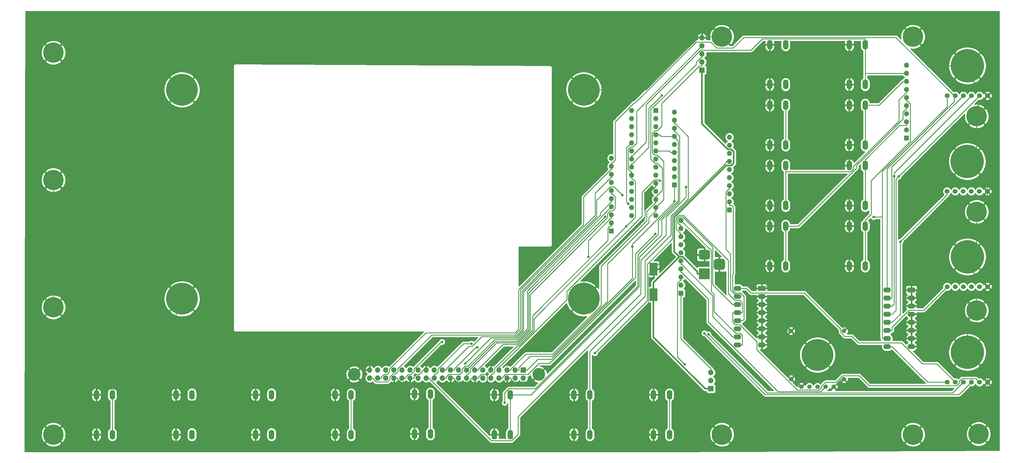
<source format=gbl>
G04 #@! TF.GenerationSoftware,KiCad,Pcbnew,6.0.0-rc1-unknown-e7fa02a~66~ubuntu18.04.1*
G04 #@! TF.CreationDate,2020-06-20T12:06:20-07:00
G04 #@! TF.ProjectId,fp2,6670322e-6b69-4636-9164-5f7063625858,rev?*
G04 #@! TF.SameCoordinates,Original*
G04 #@! TF.FileFunction,Copper,L2,Bot*
G04 #@! TF.FilePolarity,Positive*
%FSLAX46Y46*%
G04 Gerber Fmt 4.6, Leading zero omitted, Abs format (unit mm)*
G04 Created by KiCad (PCBNEW 6.0.0-rc1-unknown-e7fa02a~66~ubuntu18.04.1) date Sat 20 Jun 2020 12:06:20 PM PDT*
%MOMM*%
%LPD*%
G04 APERTURE LIST*
%ADD10C,4.000000*%
%ADD11R,1.700000X1.700000*%
%ADD12O,1.700000X1.700000*%
%ADD13C,6.400000*%
%ADD14C,10.000000*%
%ADD15R,3.500000X3.500000*%
%ADD16C,0.100000*%
%ADD17C,3.000000*%
%ADD18C,3.500000*%
%ADD19R,1.600000X1.600000*%
%ADD20O,1.600000X1.600000*%
%ADD21O,1.727200X3.048000*%
%ADD22C,1.400000*%
%ADD23C,2.500000*%
%ADD24O,2.400000X1.600000*%
%ADD25R,2.400000X1.600000*%
%ADD26C,1.524000*%
%ADD27C,10.500000*%
%ADD28C,0.800000*%
%ADD29C,0.500000*%
%ADD30C,0.250000*%
%ADD31C,0.254000*%
G04 APERTURE END LIST*
D10*
X392492000Y-301064000D03*
D11*
X446532000Y-305562000D03*
D12*
X446532000Y-303022000D03*
X446532000Y-300482000D03*
D13*
X530000000Y-281000000D03*
X450000000Y-195000000D03*
X510000000Y-320000000D03*
X450000000Y-320000000D03*
X240000000Y-280000000D03*
X510000000Y-195000000D03*
X240000000Y-320000000D03*
X530000000Y-250000000D03*
D14*
X280400000Y-211675000D03*
X406600000Y-277325000D03*
D13*
X240000000Y-200000000D03*
X530000000Y-220000000D03*
D14*
X406600000Y-211675000D03*
D13*
X240000000Y-240000000D03*
D15*
X444500000Y-269494000D03*
D16*
G36*
X445573513Y-261997611D02*
G01*
X445646318Y-262008411D01*
X445717714Y-262026295D01*
X445787013Y-262051090D01*
X445853548Y-262082559D01*
X445916678Y-262120398D01*
X445975795Y-262164242D01*
X446030330Y-262213670D01*
X446079758Y-262268205D01*
X446123602Y-262327322D01*
X446161441Y-262390452D01*
X446192910Y-262456987D01*
X446217705Y-262526286D01*
X446235589Y-262597682D01*
X446246389Y-262670487D01*
X446250000Y-262744000D01*
X446250000Y-264244000D01*
X446246389Y-264317513D01*
X446235589Y-264390318D01*
X446217705Y-264461714D01*
X446192910Y-264531013D01*
X446161441Y-264597548D01*
X446123602Y-264660678D01*
X446079758Y-264719795D01*
X446030330Y-264774330D01*
X445975795Y-264823758D01*
X445916678Y-264867602D01*
X445853548Y-264905441D01*
X445787013Y-264936910D01*
X445717714Y-264961705D01*
X445646318Y-264979589D01*
X445573513Y-264990389D01*
X445500000Y-264994000D01*
X443500000Y-264994000D01*
X443426487Y-264990389D01*
X443353682Y-264979589D01*
X443282286Y-264961705D01*
X443212987Y-264936910D01*
X443146452Y-264905441D01*
X443083322Y-264867602D01*
X443024205Y-264823758D01*
X442969670Y-264774330D01*
X442920242Y-264719795D01*
X442876398Y-264660678D01*
X442838559Y-264597548D01*
X442807090Y-264531013D01*
X442782295Y-264461714D01*
X442764411Y-264390318D01*
X442753611Y-264317513D01*
X442750000Y-264244000D01*
X442750000Y-262744000D01*
X442753611Y-262670487D01*
X442764411Y-262597682D01*
X442782295Y-262526286D01*
X442807090Y-262456987D01*
X442838559Y-262390452D01*
X442876398Y-262327322D01*
X442920242Y-262268205D01*
X442969670Y-262213670D01*
X443024205Y-262164242D01*
X443083322Y-262120398D01*
X443146452Y-262082559D01*
X443212987Y-262051090D01*
X443282286Y-262026295D01*
X443353682Y-262008411D01*
X443426487Y-261997611D01*
X443500000Y-261994000D01*
X445500000Y-261994000D01*
X445573513Y-261997611D01*
X445573513Y-261997611D01*
G37*
D17*
X444500000Y-263494000D03*
D16*
G36*
X450160765Y-264748213D02*
G01*
X450245704Y-264760813D01*
X450328999Y-264781677D01*
X450409848Y-264810605D01*
X450487472Y-264847319D01*
X450561124Y-264891464D01*
X450630094Y-264942616D01*
X450693718Y-265000282D01*
X450751384Y-265063906D01*
X450802536Y-265132876D01*
X450846681Y-265206528D01*
X450883395Y-265284152D01*
X450912323Y-265365001D01*
X450933187Y-265448296D01*
X450945787Y-265533235D01*
X450950000Y-265619000D01*
X450950000Y-267369000D01*
X450945787Y-267454765D01*
X450933187Y-267539704D01*
X450912323Y-267622999D01*
X450883395Y-267703848D01*
X450846681Y-267781472D01*
X450802536Y-267855124D01*
X450751384Y-267924094D01*
X450693718Y-267987718D01*
X450630094Y-268045384D01*
X450561124Y-268096536D01*
X450487472Y-268140681D01*
X450409848Y-268177395D01*
X450328999Y-268206323D01*
X450245704Y-268227187D01*
X450160765Y-268239787D01*
X450075000Y-268244000D01*
X448325000Y-268244000D01*
X448239235Y-268239787D01*
X448154296Y-268227187D01*
X448071001Y-268206323D01*
X447990152Y-268177395D01*
X447912528Y-268140681D01*
X447838876Y-268096536D01*
X447769906Y-268045384D01*
X447706282Y-267987718D01*
X447648616Y-267924094D01*
X447597464Y-267855124D01*
X447553319Y-267781472D01*
X447516605Y-267703848D01*
X447487677Y-267622999D01*
X447466813Y-267539704D01*
X447454213Y-267454765D01*
X447450000Y-267369000D01*
X447450000Y-265619000D01*
X447454213Y-265533235D01*
X447466813Y-265448296D01*
X447487677Y-265365001D01*
X447516605Y-265284152D01*
X447553319Y-265206528D01*
X447597464Y-265132876D01*
X447648616Y-265063906D01*
X447706282Y-265000282D01*
X447769906Y-264942616D01*
X447838876Y-264891464D01*
X447912528Y-264847319D01*
X447990152Y-264810605D01*
X448071001Y-264781677D01*
X448154296Y-264760813D01*
X448239235Y-264748213D01*
X448325000Y-264744000D01*
X450075000Y-264744000D01*
X450160765Y-264748213D01*
X450160765Y-264748213D01*
G37*
D18*
X449200000Y-266494000D03*
D11*
X387604000Y-299720000D03*
D12*
X387604000Y-302260000D03*
X385064000Y-299720000D03*
X385064000Y-302260000D03*
X382524000Y-299720000D03*
X382524000Y-302260000D03*
X379984000Y-299720000D03*
X379984000Y-302260000D03*
X377444000Y-299720000D03*
X377444000Y-302260000D03*
X374904000Y-299720000D03*
X374904000Y-302260000D03*
X372364000Y-299720000D03*
X372364000Y-302260000D03*
X369824000Y-299720000D03*
X369824000Y-302260000D03*
X367284000Y-299720000D03*
X367284000Y-302260000D03*
X364744000Y-299720000D03*
X364744000Y-302260000D03*
X362204000Y-299720000D03*
X362204000Y-302260000D03*
X359664000Y-299720000D03*
X359664000Y-302260000D03*
X357124000Y-299720000D03*
X357124000Y-302260000D03*
X354584000Y-299720000D03*
X354584000Y-302260000D03*
X352044000Y-299720000D03*
X352044000Y-302260000D03*
X349504000Y-299720000D03*
X349504000Y-302260000D03*
X346964000Y-299720000D03*
X346964000Y-302260000D03*
X344424000Y-299720000D03*
X344424000Y-302260000D03*
X341884000Y-299720000D03*
X341884000Y-302260000D03*
X339344000Y-299720000D03*
X339344000Y-302260000D03*
D19*
X435102000Y-241554000D03*
D20*
X435102000Y-239014000D03*
X435102000Y-236474000D03*
X435102000Y-233934000D03*
X435102000Y-231394000D03*
X435102000Y-228854000D03*
X435102000Y-226314000D03*
X435102000Y-223774000D03*
X435102000Y-221234000D03*
X435102000Y-218694000D03*
D19*
X437134000Y-275590000D03*
D20*
X437134000Y-273050000D03*
X437134000Y-270510000D03*
X437134000Y-267970000D03*
X437134000Y-265430000D03*
X437134000Y-262890000D03*
X437134000Y-260350000D03*
X437134000Y-257810000D03*
X437134000Y-255270000D03*
X437134000Y-252730000D03*
X508000000Y-203962000D03*
X508000000Y-206502000D03*
X508000000Y-209042000D03*
X508000000Y-211582000D03*
X508000000Y-214122000D03*
X508000000Y-216662000D03*
X508000000Y-219202000D03*
X508000000Y-221742000D03*
X508000000Y-224282000D03*
D19*
X508000000Y-226822000D03*
X452374000Y-249428000D03*
D20*
X452374000Y-246888000D03*
X452374000Y-244348000D03*
X452374000Y-241808000D03*
X452374000Y-239268000D03*
X452374000Y-236728000D03*
X452374000Y-234188000D03*
X452374000Y-231648000D03*
X452374000Y-229108000D03*
X452374000Y-226568000D03*
X415290000Y-233172000D03*
X415290000Y-235712000D03*
X415290000Y-238252000D03*
X415290000Y-240792000D03*
X415290000Y-243332000D03*
X415290000Y-245872000D03*
X415290000Y-248412000D03*
X415290000Y-250952000D03*
X415290000Y-253492000D03*
D19*
X415290000Y-256032000D03*
D21*
X328500000Y-307500000D03*
X333500000Y-307500000D03*
X328500000Y-320000000D03*
X333500000Y-320000000D03*
X308500000Y-320000000D03*
X303500000Y-320000000D03*
X308500000Y-307500000D03*
X303500000Y-307500000D03*
X278500000Y-307500000D03*
X283500000Y-307500000D03*
X278500000Y-320000000D03*
X283500000Y-320000000D03*
X258500000Y-320000000D03*
X253500000Y-320000000D03*
X258500000Y-307500000D03*
X253500000Y-307500000D03*
X465000000Y-235500000D03*
X470000000Y-235500000D03*
X465000000Y-248000000D03*
X470000000Y-248000000D03*
X495000000Y-229000000D03*
X490000000Y-229000000D03*
X495000000Y-216500000D03*
X490000000Y-216500000D03*
X490000000Y-197500000D03*
X495000000Y-197500000D03*
X490000000Y-210000000D03*
X495000000Y-210000000D03*
X470000000Y-210000000D03*
X465000000Y-210000000D03*
X470000000Y-197500000D03*
X465000000Y-197500000D03*
X495000000Y-267000000D03*
X490000000Y-267000000D03*
X495000000Y-254500000D03*
X490000000Y-254500000D03*
X465000000Y-254500000D03*
X470000000Y-254500000D03*
X465000000Y-267000000D03*
X470000000Y-267000000D03*
X465000000Y-216500000D03*
X470000000Y-216500000D03*
X465000000Y-229000000D03*
X470000000Y-229000000D03*
X495000000Y-248000000D03*
X490000000Y-248000000D03*
X495000000Y-235500000D03*
X490000000Y-235500000D03*
X353404000Y-307246000D03*
X358404000Y-307246000D03*
X353404000Y-319746000D03*
X358404000Y-319746000D03*
X383500000Y-320000000D03*
X378500000Y-320000000D03*
X383500000Y-307500000D03*
X378500000Y-307500000D03*
X403500000Y-307500000D03*
X408500000Y-307500000D03*
X403500000Y-320000000D03*
X408500000Y-320000000D03*
X433500000Y-320000000D03*
X428500000Y-320000000D03*
X433500000Y-307500000D03*
X428500000Y-307500000D03*
D19*
X429260000Y-218186000D03*
D20*
X421640000Y-251206000D03*
X429260000Y-220726000D03*
X421640000Y-248666000D03*
X429260000Y-223266000D03*
X421640000Y-246126000D03*
X429260000Y-225806000D03*
X421640000Y-243586000D03*
X429260000Y-228346000D03*
X421640000Y-241046000D03*
X429260000Y-230886000D03*
X421640000Y-238506000D03*
X429260000Y-233426000D03*
X421640000Y-235966000D03*
X429260000Y-235966000D03*
X421640000Y-233426000D03*
X429260000Y-238506000D03*
X421640000Y-230886000D03*
X429260000Y-241046000D03*
X421640000Y-228346000D03*
X429260000Y-243586000D03*
X421640000Y-225806000D03*
X429260000Y-246126000D03*
X421640000Y-223266000D03*
X429260000Y-248666000D03*
X421640000Y-220726000D03*
X429260000Y-251206000D03*
X421640000Y-218186000D03*
D10*
X334492000Y-301064000D03*
D14*
X480000000Y-295000000D03*
D22*
X471690000Y-302560000D03*
X488310000Y-302560000D03*
X488310000Y-287440000D03*
X471690000Y-287440000D03*
X480000000Y-304960000D03*
X482540000Y-304960000D03*
X485080000Y-304960000D03*
X477460000Y-304960000D03*
X474920000Y-304960000D03*
D11*
X443738000Y-205486000D03*
D12*
X443738000Y-202946000D03*
X443738000Y-200406000D03*
X443738000Y-197866000D03*
X443738000Y-195326000D03*
D16*
G36*
X429522504Y-274035204D02*
G01*
X429546773Y-274038804D01*
X429570571Y-274044765D01*
X429593671Y-274053030D01*
X429615849Y-274063520D01*
X429636893Y-274076133D01*
X429656598Y-274090747D01*
X429674777Y-274107223D01*
X429691253Y-274125402D01*
X429705867Y-274145107D01*
X429718480Y-274166151D01*
X429728970Y-274188329D01*
X429737235Y-274211429D01*
X429743196Y-274235227D01*
X429746796Y-274259496D01*
X429748000Y-274284000D01*
X429748000Y-277784000D01*
X429746796Y-277808504D01*
X429743196Y-277832773D01*
X429737235Y-277856571D01*
X429728970Y-277879671D01*
X429718480Y-277901849D01*
X429705867Y-277922893D01*
X429691253Y-277942598D01*
X429674777Y-277960777D01*
X429656598Y-277977253D01*
X429636893Y-277991867D01*
X429615849Y-278004480D01*
X429593671Y-278014970D01*
X429570571Y-278023235D01*
X429546773Y-278029196D01*
X429522504Y-278032796D01*
X429498000Y-278034000D01*
X427498000Y-278034000D01*
X427473496Y-278032796D01*
X427449227Y-278029196D01*
X427425429Y-278023235D01*
X427402329Y-278014970D01*
X427380151Y-278004480D01*
X427359107Y-277991867D01*
X427339402Y-277977253D01*
X427321223Y-277960777D01*
X427304747Y-277942598D01*
X427290133Y-277922893D01*
X427277520Y-277901849D01*
X427267030Y-277879671D01*
X427258765Y-277856571D01*
X427252804Y-277832773D01*
X427249204Y-277808504D01*
X427248000Y-277784000D01*
X427248000Y-274284000D01*
X427249204Y-274259496D01*
X427252804Y-274235227D01*
X427258765Y-274211429D01*
X427267030Y-274188329D01*
X427277520Y-274166151D01*
X427290133Y-274145107D01*
X427304747Y-274125402D01*
X427321223Y-274107223D01*
X427339402Y-274090747D01*
X427359107Y-274076133D01*
X427380151Y-274063520D01*
X427402329Y-274053030D01*
X427425429Y-274044765D01*
X427449227Y-274038804D01*
X427473496Y-274035204D01*
X427498000Y-274034000D01*
X429498000Y-274034000D01*
X429522504Y-274035204D01*
X429522504Y-274035204D01*
G37*
D23*
X428498000Y-276034000D03*
D16*
G36*
X429522504Y-266035204D02*
G01*
X429546773Y-266038804D01*
X429570571Y-266044765D01*
X429593671Y-266053030D01*
X429615849Y-266063520D01*
X429636893Y-266076133D01*
X429656598Y-266090747D01*
X429674777Y-266107223D01*
X429691253Y-266125402D01*
X429705867Y-266145107D01*
X429718480Y-266166151D01*
X429728970Y-266188329D01*
X429737235Y-266211429D01*
X429743196Y-266235227D01*
X429746796Y-266259496D01*
X429748000Y-266284000D01*
X429748000Y-269784000D01*
X429746796Y-269808504D01*
X429743196Y-269832773D01*
X429737235Y-269856571D01*
X429728970Y-269879671D01*
X429718480Y-269901849D01*
X429705867Y-269922893D01*
X429691253Y-269942598D01*
X429674777Y-269960777D01*
X429656598Y-269977253D01*
X429636893Y-269991867D01*
X429615849Y-270004480D01*
X429593671Y-270014970D01*
X429570571Y-270023235D01*
X429546773Y-270029196D01*
X429522504Y-270032796D01*
X429498000Y-270034000D01*
X427498000Y-270034000D01*
X427473496Y-270032796D01*
X427449227Y-270029196D01*
X427425429Y-270023235D01*
X427402329Y-270014970D01*
X427380151Y-270004480D01*
X427359107Y-269991867D01*
X427339402Y-269977253D01*
X427321223Y-269960777D01*
X427304747Y-269942598D01*
X427290133Y-269922893D01*
X427277520Y-269901849D01*
X427267030Y-269879671D01*
X427258765Y-269856571D01*
X427252804Y-269832773D01*
X427249204Y-269808504D01*
X427248000Y-269784000D01*
X427248000Y-266284000D01*
X427249204Y-266259496D01*
X427252804Y-266235227D01*
X427258765Y-266211429D01*
X427267030Y-266188329D01*
X427277520Y-266166151D01*
X427290133Y-266145107D01*
X427304747Y-266125402D01*
X427321223Y-266107223D01*
X427339402Y-266090747D01*
X427359107Y-266076133D01*
X427380151Y-266063520D01*
X427402329Y-266053030D01*
X427425429Y-266044765D01*
X427449227Y-266038804D01*
X427473496Y-266035204D01*
X427498000Y-266034000D01*
X429498000Y-266034000D01*
X429522504Y-266035204D01*
X429522504Y-266035204D01*
G37*
D23*
X428498000Y-268034000D03*
D13*
X530606000Y-319786000D03*
D14*
X280400000Y-277325000D03*
D24*
X501904000Y-274574000D03*
X509524000Y-292354000D03*
X501904000Y-277114000D03*
X509524000Y-289814000D03*
X501904000Y-279654000D03*
X509524000Y-287274000D03*
X501904000Y-282194000D03*
X509524000Y-284734000D03*
X501904000Y-284734000D03*
X509524000Y-282194000D03*
X501904000Y-287274000D03*
X509524000Y-279654000D03*
X501904000Y-289814000D03*
X509524000Y-277114000D03*
X501904000Y-292354000D03*
D25*
X509524000Y-274574000D03*
X462534000Y-274066000D03*
D24*
X454914000Y-291846000D03*
X462534000Y-276606000D03*
X454914000Y-289306000D03*
X462534000Y-279146000D03*
X454914000Y-286766000D03*
X462534000Y-281686000D03*
X454914000Y-284226000D03*
X462534000Y-284226000D03*
X454914000Y-281686000D03*
X462534000Y-286766000D03*
X454914000Y-279146000D03*
X462534000Y-289306000D03*
X454914000Y-276606000D03*
X462534000Y-291846000D03*
X454914000Y-274066000D03*
D26*
X533430000Y-213540000D03*
X530890000Y-213540000D03*
X528350000Y-213540000D03*
X525810000Y-213540000D03*
X523270000Y-213540000D03*
X520730000Y-213540000D03*
D27*
X527080000Y-204150000D03*
X527050000Y-234196000D03*
D26*
X520700000Y-243586000D03*
X523240000Y-243586000D03*
X525780000Y-243586000D03*
X528320000Y-243586000D03*
X530860000Y-243586000D03*
X533400000Y-243586000D03*
X533430000Y-273540000D03*
X530890000Y-273540000D03*
X528350000Y-273540000D03*
X525810000Y-273540000D03*
X523270000Y-273540000D03*
X520730000Y-273540000D03*
D27*
X527080000Y-264150000D03*
X527080000Y-294150000D03*
D26*
X520730000Y-303540000D03*
X523270000Y-303540000D03*
X525810000Y-303540000D03*
X528350000Y-303540000D03*
X530890000Y-303540000D03*
X533430000Y-303540000D03*
D28*
X430823200Y-264076700D03*
X421268900Y-256331800D03*
X435071000Y-246692000D03*
X421863500Y-260928500D03*
X410067800Y-294396300D03*
X505479300Y-238950700D03*
X504067600Y-238870200D03*
X497630000Y-251630200D03*
X413267300Y-251506900D03*
X408043100Y-264122600D03*
X430499500Y-240304400D03*
X506004300Y-259393600D03*
X438685900Y-242270900D03*
X418695800Y-244755600D03*
X373215300Y-292648200D03*
X362073600Y-290883600D03*
X444441000Y-288169900D03*
X369356700Y-297704400D03*
X371326800Y-291400900D03*
X445741000Y-288497800D03*
X429064500Y-256924600D03*
X419949800Y-254600700D03*
X438273300Y-297918900D03*
X381712200Y-310003900D03*
X431071800Y-213465900D03*
X420546000Y-247510400D03*
D29*
X428498000Y-276034000D02*
X428498000Y-289358900D01*
X428498000Y-289358900D02*
X444701100Y-305562000D01*
X444701100Y-305562000D02*
X445231700Y-305562000D01*
X446532000Y-305562000D02*
X445231700Y-305562000D01*
X436615900Y-264160000D02*
X434973000Y-262517100D01*
X434973000Y-262517100D02*
X434973000Y-251832100D01*
X434973000Y-251832100D02*
X451347100Y-235458000D01*
X451347100Y-235458000D02*
X452909900Y-235458000D01*
X452909900Y-235458000D02*
X453675700Y-234692200D01*
X453675700Y-234692200D02*
X453675700Y-231158300D01*
X453675700Y-231158300D02*
X452895400Y-230378000D01*
X452895400Y-230378000D02*
X451788000Y-230378000D01*
X451788000Y-230378000D02*
X443738000Y-222328000D01*
X443738000Y-222328000D02*
X443738000Y-205486000D01*
X436615900Y-264160000D02*
X428498000Y-272277900D01*
X428498000Y-272277900D02*
X428498000Y-276034000D01*
X442299700Y-269494000D02*
X442299700Y-268806400D01*
X442299700Y-268806400D02*
X437653300Y-264160000D01*
X437653300Y-264160000D02*
X436615900Y-264160000D01*
X444500000Y-269494000D02*
X442299700Y-269494000D01*
D30*
X392492000Y-301064000D02*
X390101900Y-303454100D01*
X390101900Y-303454100D02*
X384526100Y-303454100D01*
X384526100Y-303454100D02*
X383699300Y-302627300D01*
X383699300Y-302627300D02*
X383699300Y-302260000D01*
X428498000Y-268034000D02*
X430823200Y-265708800D01*
X430823200Y-265708800D02*
X430823200Y-264076700D01*
X428500000Y-305650700D02*
X426921800Y-304072500D01*
X426921800Y-304072500D02*
X426921800Y-269610200D01*
X426921800Y-269610200D02*
X428498000Y-268034000D01*
X533400000Y-243586000D02*
X533400000Y-240546000D01*
X533400000Y-240546000D02*
X527050000Y-234196000D01*
X530000000Y-250000000D02*
X533400000Y-246600000D01*
X533400000Y-246600000D02*
X533400000Y-243586000D01*
X465000000Y-248000000D02*
X465000000Y-235500000D01*
X465000000Y-254500000D02*
X465000000Y-248000000D01*
X527080000Y-204150000D02*
X519150000Y-204150000D01*
X519150000Y-204150000D02*
X510000000Y-195000000D01*
X527080000Y-204150000D02*
X527080000Y-207190000D01*
X527080000Y-207190000D02*
X533430000Y-213540000D01*
X375982200Y-301046400D02*
X376234300Y-301298500D01*
X376234300Y-301298500D02*
X376234300Y-303385000D01*
X376234300Y-303385000D02*
X378500000Y-305650700D01*
X373539300Y-302260000D02*
X373539300Y-301892700D01*
X373539300Y-301892700D02*
X374385600Y-301046400D01*
X374385600Y-301046400D02*
X375982200Y-301046400D01*
X375982200Y-301046400D02*
X376856400Y-300172200D01*
X376856400Y-300172200D02*
X376856400Y-299720000D01*
X490000000Y-216500000D02*
X490000000Y-229000000D01*
X490000000Y-210000000D02*
X490000000Y-216500000D01*
X490000000Y-235500000D02*
X490000000Y-229000000D01*
X474920000Y-304960000D02*
X474090000Y-304960000D01*
X474090000Y-304960000D02*
X471690000Y-302560000D01*
X462534000Y-291846000D02*
X462534000Y-293404000D01*
X462534000Y-293404000D02*
X471690000Y-302560000D01*
X429260000Y-242171300D02*
X429080300Y-242171300D01*
X429080300Y-242171300D02*
X425862600Y-245389000D01*
X425862600Y-245389000D02*
X425862600Y-251738100D01*
X425862600Y-251738100D02*
X421268900Y-256331800D01*
X382524000Y-302260000D02*
X383699300Y-302260000D01*
X382524000Y-302260000D02*
X379133300Y-305650700D01*
X379133300Y-305650700D02*
X378500000Y-305650700D01*
X378500000Y-307500000D02*
X378500000Y-305650700D01*
X462534000Y-291846000D02*
X462534000Y-289306000D01*
X485080000Y-304960000D02*
X487480000Y-302560000D01*
X487480000Y-302560000D02*
X488310000Y-302560000D01*
X527080000Y-287274000D02*
X527080000Y-294150000D01*
X530000000Y-281000000D02*
X527080000Y-283920000D01*
X527080000Y-283920000D02*
X527080000Y-287274000D01*
X527080000Y-287274000D02*
X511049300Y-287274000D01*
X509524000Y-287274000D02*
X511049300Y-287274000D01*
X533430000Y-273540000D02*
X530000000Y-276970000D01*
X530000000Y-276970000D02*
X530000000Y-281000000D01*
X533430000Y-303540000D02*
X533430000Y-300500000D01*
X533430000Y-300500000D02*
X527080000Y-294150000D01*
X530606000Y-319786000D02*
X533430000Y-316962000D01*
X533430000Y-316962000D02*
X533430000Y-303540000D01*
X328500000Y-313750000D02*
X328500000Y-307500000D01*
X328500000Y-320000000D02*
X328500000Y-313750000D01*
X303500000Y-313750000D02*
X328500000Y-313750000D01*
X303500000Y-313750000D02*
X303500000Y-318150700D01*
X303500000Y-309349300D02*
X303500000Y-313750000D01*
X328500000Y-307500000D02*
X328500000Y-305650700D01*
X334492000Y-301064000D02*
X329905300Y-305650700D01*
X329905300Y-305650700D02*
X328500000Y-305650700D01*
X278500000Y-309349300D02*
X303500000Y-309349300D01*
X303500000Y-320000000D02*
X303500000Y-318150700D01*
X278500000Y-309349300D02*
X278500000Y-307500000D01*
X278500000Y-320000000D02*
X278500000Y-309349300D01*
X303500000Y-307500000D02*
X303500000Y-309349300D01*
X443738000Y-195326000D02*
X444913300Y-195326000D01*
X450000000Y-195000000D02*
X445239300Y-195000000D01*
X445239300Y-195000000D02*
X444913300Y-195326000D01*
X406600000Y-277325000D02*
X406600000Y-271000700D01*
X406600000Y-271000700D02*
X421268900Y-256331800D01*
X490000000Y-267000000D02*
X490000000Y-268849300D01*
X490000000Y-268849300D02*
X488310000Y-270539300D01*
X488310000Y-270539300D02*
X488310000Y-287440000D01*
X490000000Y-254500000D02*
X490000000Y-267000000D01*
X465000000Y-267000000D02*
X465000000Y-268849300D01*
X462534000Y-274066000D02*
X464059300Y-274066000D01*
X464059300Y-274066000D02*
X464059300Y-269790000D01*
X464059300Y-269790000D02*
X465000000Y-268849300D01*
X278500000Y-305650700D02*
X278500000Y-279225000D01*
X278500000Y-279225000D02*
X280400000Y-277325000D01*
X253500000Y-305650700D02*
X278500000Y-305650700D01*
X253500000Y-305650700D02*
X253500000Y-305763300D01*
X240000000Y-280000000D02*
X253500000Y-293500000D01*
X253500000Y-293500000D02*
X253500000Y-305650700D01*
X278500000Y-307500000D02*
X278500000Y-305650700D01*
X428500000Y-307500000D02*
X428500000Y-305650700D01*
X527050000Y-234196000D02*
X530000000Y-231246000D01*
X530000000Y-231246000D02*
X530000000Y-220000000D01*
X490000000Y-254500000D02*
X490000000Y-249849300D01*
X490000000Y-248000000D02*
X490000000Y-249849300D01*
X462534000Y-286766000D02*
X464059300Y-286766000D01*
X471690000Y-287440000D02*
X464733300Y-287440000D01*
X464733300Y-287440000D02*
X464059300Y-286766000D01*
X443738000Y-195326000D02*
X442562700Y-195326000D01*
X442562700Y-195326000D02*
X426213700Y-211675000D01*
X426213700Y-211675000D02*
X406600000Y-211675000D01*
X253500000Y-307500000D02*
X253500000Y-305763300D01*
X253500000Y-307500000D02*
X253500000Y-320000000D01*
X530000000Y-220000000D02*
X530000000Y-216970000D01*
X530000000Y-216970000D02*
X533430000Y-213540000D01*
X527080000Y-264150000D02*
X530000000Y-261230000D01*
X530000000Y-261230000D02*
X530000000Y-250000000D01*
X527080000Y-264150000D02*
X527080000Y-267190000D01*
X527080000Y-267190000D02*
X533430000Y-273540000D01*
X509524000Y-277114000D02*
X511049300Y-277114000D01*
X509524000Y-274574000D02*
X511049300Y-274574000D01*
X511049300Y-274574000D02*
X511049300Y-277114000D01*
X509524000Y-279654000D02*
X509524000Y-277114000D01*
X465000000Y-216500000D02*
X465000000Y-211849300D01*
X465000000Y-229000000D02*
X465000000Y-216500000D01*
X465000000Y-210000000D02*
X465000000Y-211849300D01*
X428500000Y-320000000D02*
X428500000Y-307500000D01*
X403500000Y-320000000D02*
X403500000Y-307500000D01*
X429260000Y-241046000D02*
X429260000Y-242171300D01*
X372364000Y-302260000D02*
X373539300Y-302260000D01*
X240000000Y-240000000D02*
X240000000Y-280000000D01*
X465000000Y-197500000D02*
X465000000Y-210000000D01*
X364744000Y-302260000D02*
X365919300Y-302260000D01*
X372364000Y-302260000D02*
X371188700Y-302260000D01*
X371188700Y-302260000D02*
X371188700Y-302627300D01*
X371188700Y-302627300D02*
X370380700Y-303435300D01*
X370380700Y-303435300D02*
X366727200Y-303435300D01*
X366727200Y-303435300D02*
X365919300Y-302627400D01*
X365919300Y-302627400D02*
X365919300Y-302260000D01*
X377444000Y-299720000D02*
X376856400Y-299720000D01*
X352044000Y-302260000D02*
X353219300Y-302260000D01*
X357124000Y-299720000D02*
X355948700Y-299720000D01*
X355948700Y-299720000D02*
X355948700Y-300087400D01*
X355948700Y-300087400D02*
X354951400Y-301084700D01*
X354951400Y-301084700D02*
X354027200Y-301084700D01*
X354027200Y-301084700D02*
X353219300Y-301892600D01*
X353219300Y-301892600D02*
X353219300Y-302260000D01*
X352044000Y-303435300D02*
X352044000Y-302260000D01*
X353404000Y-305396700D02*
X352044000Y-304036700D01*
X352044000Y-304036700D02*
X352044000Y-303435300D01*
X352044000Y-303435300D02*
X348947200Y-303435300D01*
X348947200Y-303435300D02*
X348139300Y-302627400D01*
X348139300Y-302627400D02*
X348139300Y-302260000D01*
X346964000Y-302260000D02*
X348139300Y-302260000D01*
X490000000Y-197500000D02*
X490000000Y-210000000D01*
X465000000Y-229000000D02*
X465000000Y-235500000D01*
X353404000Y-307246000D02*
X353404000Y-305396700D01*
X353404000Y-319746000D02*
X353404000Y-307246000D01*
X378500000Y-320000000D02*
X378500000Y-307500000D01*
X509524000Y-289814000D02*
X509524000Y-292354000D01*
X509524000Y-287274000D02*
X509524000Y-289814000D01*
X509524000Y-284734000D02*
X509524000Y-287274000D01*
X509524000Y-282194000D02*
X509524000Y-284734000D01*
X462534000Y-279146000D02*
X462534000Y-276606000D01*
X462534000Y-281686000D02*
X462534000Y-279146000D01*
X462534000Y-284226000D02*
X462534000Y-281686000D01*
X462534000Y-286766000D02*
X462534000Y-284226000D01*
X462534000Y-289306000D02*
X462534000Y-286766000D01*
X421863500Y-260928500D02*
X421863500Y-270973600D01*
X421863500Y-270973600D02*
X396463400Y-296373700D01*
X396463400Y-296373700D02*
X392125600Y-296373700D01*
X392125600Y-296373700D02*
X388779300Y-299720000D01*
X435071000Y-246692000D02*
X435071000Y-246986600D01*
X435071000Y-246986600D02*
X421863500Y-260194100D01*
X421863500Y-260194100D02*
X421863500Y-260928500D01*
X435102000Y-241554000D02*
X435102000Y-246661000D01*
X435102000Y-246661000D02*
X435071000Y-246692000D01*
X446532000Y-300482000D02*
X446532000Y-299306700D01*
X437134000Y-275590000D02*
X437134000Y-289908700D01*
X437134000Y-289908700D02*
X446532000Y-299306700D01*
X387604000Y-299720000D02*
X388779300Y-299720000D01*
X452374000Y-234188000D02*
X451248700Y-234188000D01*
X451248700Y-234188000D02*
X451248700Y-234724700D01*
X451248700Y-234724700D02*
X434397600Y-251575800D01*
X434397600Y-251575800D02*
X434397600Y-258570800D01*
X434397600Y-258570800D02*
X426471400Y-266497000D01*
X426471400Y-266497000D02*
X426471400Y-277992700D01*
X426471400Y-277992700D02*
X410067800Y-294396300D01*
X505479300Y-238950700D02*
X504650900Y-239779100D01*
X504650900Y-239779100D02*
X504650900Y-280972400D01*
X504650900Y-280972400D02*
X503429300Y-282194000D01*
X530890000Y-213540000D02*
X505479300Y-238950700D01*
X501904000Y-282194000D02*
X503429300Y-282194000D01*
X504067600Y-238870200D02*
X504067600Y-279015700D01*
X504067600Y-279015700D02*
X503429300Y-279654000D01*
X528350000Y-213540000D02*
X504067600Y-237822400D01*
X504067600Y-237822400D02*
X504067600Y-238870200D01*
X501904000Y-279654000D02*
X503429300Y-279654000D01*
X369824000Y-299720000D02*
X378801900Y-290742100D01*
X378801900Y-290742100D02*
X385616800Y-290742100D01*
X385616800Y-290742100D02*
X389346800Y-287012100D01*
X389346800Y-287012100D02*
X389346800Y-275427400D01*
X389346800Y-275427400D02*
X413267300Y-251506900D01*
X500378700Y-251630200D02*
X500378700Y-237331000D01*
X500378700Y-237331000D02*
X520730000Y-216979700D01*
X520730000Y-216979700D02*
X520730000Y-213540000D01*
X500378700Y-251630200D02*
X500378700Y-289814000D01*
X500378700Y-251630200D02*
X497630000Y-251630200D01*
X501904000Y-289814000D02*
X500378700Y-289814000D01*
X415290000Y-236837300D02*
X415008700Y-236837300D01*
X415008700Y-236837300D02*
X406524400Y-245321600D01*
X406524400Y-245321600D02*
X406524400Y-254091500D01*
X406524400Y-254091500D02*
X386149000Y-274466900D01*
X386149000Y-274466900D02*
X386149000Y-286913100D01*
X386149000Y-286913100D02*
X385041100Y-288021000D01*
X385041100Y-288021000D02*
X356993000Y-288021000D01*
X356993000Y-288021000D02*
X345599400Y-299414600D01*
X345599400Y-299414600D02*
X345599400Y-300209400D01*
X345599400Y-300209400D02*
X344724100Y-301084700D01*
X344724100Y-301084700D02*
X343867200Y-301084700D01*
X343867200Y-301084700D02*
X343059300Y-301892600D01*
X343059300Y-301892600D02*
X343059300Y-302260000D01*
X501904000Y-274574000D02*
X501904000Y-236442600D01*
X501904000Y-236442600D02*
X522939800Y-215406800D01*
X522939800Y-215406800D02*
X522939800Y-213540000D01*
X415290000Y-234586700D02*
X415571400Y-234586700D01*
X415571400Y-234586700D02*
X416415300Y-233742800D01*
X416415300Y-233742800D02*
X416415300Y-221782700D01*
X416415300Y-221782700D02*
X422431000Y-215767000D01*
X422431000Y-215767000D02*
X422786000Y-215767000D01*
X422786000Y-215767000D02*
X441902100Y-196650900D01*
X441902100Y-196650900D02*
X446434900Y-196650900D01*
X446434900Y-196650900D02*
X448355000Y-198571000D01*
X448355000Y-198571000D02*
X453543500Y-198571000D01*
X453543500Y-198571000D02*
X456914200Y-195200300D01*
X456914200Y-195200300D02*
X504600100Y-195200300D01*
X504600100Y-195200300D02*
X522939800Y-213540000D01*
X523270000Y-213540000D02*
X522939800Y-213540000D01*
X415290000Y-235712000D02*
X415290000Y-234586700D01*
X415290000Y-235712000D02*
X415290000Y-236837300D01*
X341884000Y-302260000D02*
X343059300Y-302260000D01*
X503429300Y-277114000D02*
X503429300Y-239257600D01*
X503429300Y-239257600D02*
X503342300Y-239170600D01*
X503342300Y-239170600D02*
X503342300Y-236007700D01*
X503342300Y-236007700D02*
X525810000Y-213540000D01*
X415290000Y-250952000D02*
X415290000Y-252077300D01*
X415290000Y-252077300D02*
X415008700Y-252077300D01*
X415008700Y-252077300D02*
X408043100Y-259042900D01*
X408043100Y-259042900D02*
X408043100Y-264122600D01*
X501904000Y-277114000D02*
X503429300Y-277114000D01*
X415290000Y-239377300D02*
X415008700Y-239377300D01*
X415008700Y-239377300D02*
X410172400Y-244213600D01*
X410172400Y-244213600D02*
X410172400Y-251080400D01*
X410172400Y-251080400D02*
X386749600Y-274503200D01*
X386749600Y-274503200D02*
X386749600Y-286949400D01*
X386749600Y-286949400D02*
X385002600Y-288696400D01*
X385002600Y-288696400D02*
X358865200Y-288696400D01*
X358865200Y-288696400D02*
X348234000Y-299327600D01*
X348234000Y-299327600D02*
X348234000Y-300209500D01*
X348234000Y-300209500D02*
X347548100Y-300895400D01*
X347548100Y-300895400D02*
X346664300Y-300895400D01*
X346664300Y-300895400D02*
X345694000Y-301865700D01*
X345694000Y-301865700D02*
X345694000Y-302722800D01*
X345694000Y-302722800D02*
X344981500Y-303435300D01*
X344981500Y-303435300D02*
X341327200Y-303435300D01*
X341327200Y-303435300D02*
X340519300Y-302627400D01*
X340519300Y-302627400D02*
X340519300Y-302260000D01*
X339344000Y-302260000D02*
X340519300Y-302260000D01*
X415290000Y-238252000D02*
X415290000Y-239377300D01*
X379984000Y-298544700D02*
X380361800Y-298544700D01*
X380361800Y-298544700D02*
X401274600Y-277631900D01*
X401274600Y-277631900D02*
X401274600Y-275024300D01*
X401274600Y-275024300D02*
X424889700Y-251409200D01*
X424889700Y-251409200D02*
X424889700Y-243811700D01*
X424889700Y-243811700D02*
X428797100Y-239904300D01*
X428797100Y-239904300D02*
X430099400Y-239904300D01*
X430099400Y-239904300D02*
X430499500Y-240304400D01*
X379984000Y-299720000D02*
X379984000Y-298544700D01*
X373539300Y-299720000D02*
X373539300Y-299352700D01*
X373539300Y-299352700D02*
X381249300Y-291642700D01*
X381249300Y-291642700D02*
X385990000Y-291642700D01*
X385990000Y-291642700D02*
X390498700Y-287134000D01*
X390498700Y-287134000D02*
X390498700Y-282692800D01*
X390498700Y-282692800D02*
X414164500Y-259027000D01*
X414164500Y-259027000D02*
X414164500Y-255091200D01*
X414164500Y-255091200D02*
X414638400Y-254617300D01*
X414638400Y-254617300D02*
X415290000Y-254617300D01*
X503429300Y-284734000D02*
X506004300Y-282159000D01*
X506004300Y-282159000D02*
X506004300Y-259393600D01*
X506004300Y-259393600D02*
X520700000Y-244697900D01*
X520700000Y-244697900D02*
X520700000Y-243586000D01*
X501904000Y-284734000D02*
X503429300Y-284734000D01*
X372364000Y-299720000D02*
X373539300Y-299720000D01*
X415290000Y-253492000D02*
X415290000Y-254617300D01*
X358299300Y-302260000D02*
X358299300Y-302627300D01*
X358299300Y-302627300D02*
X377576000Y-321904000D01*
X377576000Y-321904000D02*
X383938400Y-321904000D01*
X383938400Y-321904000D02*
X385964900Y-319877500D01*
X385964900Y-319877500D02*
X385964900Y-314356900D01*
X385964900Y-314356900D02*
X424483500Y-275838300D01*
X424483500Y-275838300D02*
X424483500Y-265235400D01*
X424483500Y-265235400D02*
X432409700Y-257309200D01*
X432409700Y-257309200D02*
X432409700Y-251652900D01*
X432409700Y-251652900D02*
X438685900Y-245376700D01*
X438685900Y-245376700D02*
X438685900Y-242270900D01*
X357124000Y-302260000D02*
X358299300Y-302260000D01*
X418695800Y-244755600D02*
X416092400Y-242152200D01*
X416092400Y-242152200D02*
X414876800Y-242152200D01*
X414876800Y-242152200D02*
X410622800Y-246406200D01*
X410622800Y-246406200D02*
X410622800Y-251530400D01*
X410622800Y-251530400D02*
X387199900Y-274953300D01*
X387199900Y-274953300D02*
X387199900Y-287163400D01*
X387199900Y-287163400D02*
X385178000Y-289185300D01*
X385178000Y-289185300D02*
X374568200Y-289185300D01*
X374568200Y-289185300D02*
X371455200Y-292298300D01*
X371455200Y-292298300D02*
X370451600Y-292298300D01*
X370451600Y-292298300D02*
X363379300Y-299370600D01*
X363379300Y-299370600D02*
X363379300Y-299720000D01*
X362204000Y-299720000D02*
X363379300Y-299720000D01*
X437134000Y-265430000D02*
X437134000Y-266555300D01*
X454914000Y-289306000D02*
X453388700Y-289306000D01*
X453388700Y-289306000D02*
X447075900Y-282993200D01*
X447075900Y-282993200D02*
X447075900Y-276320300D01*
X447075900Y-276320300D02*
X437310900Y-266555300D01*
X437310900Y-266555300D02*
X437134000Y-266555300D01*
X369824000Y-301084700D02*
X370191400Y-301084700D01*
X370191400Y-301084700D02*
X370999300Y-300276800D01*
X370999300Y-300276800D02*
X370999300Y-299375000D01*
X370999300Y-299375000D02*
X379181900Y-291192400D01*
X379181900Y-291192400D02*
X385803400Y-291192400D01*
X385803400Y-291192400D02*
X389797100Y-287198700D01*
X389797100Y-287198700D02*
X389797100Y-276002900D01*
X389797100Y-276002900D02*
X413992600Y-251807400D01*
X413992600Y-251807400D02*
X413992600Y-250638800D01*
X413992600Y-250638800D02*
X414949400Y-249682000D01*
X414949400Y-249682000D02*
X415675500Y-249682000D01*
X415675500Y-249682000D02*
X416419800Y-248937700D01*
X416419800Y-248937700D02*
X416419800Y-245305800D01*
X416419800Y-245305800D02*
X415571300Y-244457300D01*
X415571300Y-244457300D02*
X415290000Y-244457300D01*
X501904000Y-287274000D02*
X503429300Y-287274000D01*
X520730000Y-273540000D02*
X513346000Y-280924000D01*
X513346000Y-280924000D02*
X508730700Y-280924000D01*
X508730700Y-280924000D02*
X503429300Y-286225400D01*
X503429300Y-286225400D02*
X503429300Y-287274000D01*
X369824000Y-302260000D02*
X369824000Y-301084700D01*
X415290000Y-243332000D02*
X415290000Y-244457300D01*
X364744000Y-299720000D02*
X365919300Y-299720000D01*
X373215300Y-292648200D02*
X372623800Y-292648200D01*
X372623800Y-292648200D02*
X365919300Y-299352700D01*
X365919300Y-299352700D02*
X365919300Y-299720000D01*
X454914000Y-284226000D02*
X456439300Y-284226000D01*
X452374000Y-246888000D02*
X452374000Y-248013300D01*
X452374000Y-248013300D02*
X453077300Y-248013300D01*
X453077300Y-248013300D02*
X453499400Y-248435400D01*
X453499400Y-248435400D02*
X453499400Y-269416200D01*
X453331500Y-274506000D02*
X454306200Y-275480700D01*
X454306200Y-275480700D02*
X455806100Y-275480700D01*
X455806100Y-275480700D02*
X456894700Y-276569300D01*
X456894700Y-276569300D02*
X456894700Y-283770600D01*
X456894700Y-283770600D02*
X456439300Y-284226000D01*
X453499400Y-269416200D02*
X453331500Y-269584100D01*
X453331500Y-269584100D02*
X453331500Y-274506000D01*
X456439300Y-291846000D02*
X456439300Y-288826400D01*
X456439300Y-288826400D02*
X455747500Y-288134600D01*
X455747500Y-288134600D02*
X454251800Y-288134600D01*
X454251800Y-288134600D02*
X447526300Y-281409100D01*
X447526300Y-281409100D02*
X447526300Y-275893300D01*
X447526300Y-275893300D02*
X446645300Y-275012300D01*
X446645300Y-275012300D02*
X446645300Y-262241300D01*
X446645300Y-262241300D02*
X437134000Y-252730000D01*
X454914000Y-291846000D02*
X456439300Y-291846000D01*
X437134000Y-256684700D02*
X436852700Y-256684700D01*
X436852700Y-256684700D02*
X435551600Y-255383600D01*
X435551600Y-255383600D02*
X435551600Y-252067200D01*
X435551600Y-252067200D02*
X436469200Y-251149600D01*
X436469200Y-251149600D02*
X437894300Y-251149600D01*
X437894300Y-251149600D02*
X452037800Y-265293100D01*
X452037800Y-275789600D02*
X454050300Y-277802100D01*
X454050300Y-277802100D02*
X455624000Y-277802100D01*
X455624000Y-277802100D02*
X456439300Y-278617400D01*
X456439300Y-278617400D02*
X456439300Y-281686000D01*
X454914000Y-281686000D02*
X453388700Y-281686000D01*
X530890000Y-303540000D02*
X529778900Y-302428900D01*
X529778900Y-302428900D02*
X525338300Y-302428900D01*
X525338300Y-302428900D02*
X524540000Y-303227200D01*
X524540000Y-303227200D02*
X524540000Y-303818400D01*
X524540000Y-303818400D02*
X523707500Y-304650900D01*
X523707500Y-304650900D02*
X496242200Y-304650900D01*
X496242200Y-304650900D02*
X493113600Y-301522300D01*
X493113600Y-301522300D02*
X487880800Y-301522300D01*
X487880800Y-301522300D02*
X485836400Y-303566700D01*
X485836400Y-303566700D02*
X482469100Y-303566700D01*
X482469100Y-303566700D02*
X481270000Y-304765800D01*
X481270000Y-304765800D02*
X481270000Y-305178900D01*
X481270000Y-305178900D02*
X480453400Y-305995500D01*
X480453400Y-305995500D02*
X473633500Y-305995500D01*
X473633500Y-305995500D02*
X461008600Y-293370600D01*
X461008600Y-293370600D02*
X461008600Y-290861700D01*
X461008600Y-290861700D02*
X455642900Y-285496000D01*
X455642900Y-285496000D02*
X454123400Y-285496000D01*
X454123400Y-285496000D02*
X453388700Y-284761300D01*
X453388700Y-284761300D02*
X453388700Y-281686000D01*
X454914000Y-281686000D02*
X456439300Y-281686000D01*
X437134000Y-257810000D02*
X437134000Y-256684700D01*
X452037800Y-265293100D02*
X452037800Y-275789600D01*
X350679300Y-302260000D02*
X350679300Y-301892600D01*
X350679300Y-301892600D02*
X351487200Y-301084700D01*
X351487200Y-301084700D02*
X352363500Y-301084700D01*
X352363500Y-301084700D02*
X353280600Y-300167600D01*
X353280600Y-300167600D02*
X353280600Y-299360900D01*
X353280600Y-299360900D02*
X361757900Y-290883600D01*
X361757900Y-290883600D02*
X362073600Y-290883600D01*
X444441000Y-288169900D02*
X444441000Y-288223500D01*
X444441000Y-288223500D02*
X463603200Y-307385700D01*
X463603200Y-307385700D02*
X524504300Y-307385700D01*
X524504300Y-307385700D02*
X528350000Y-303540000D01*
X437134000Y-255270000D02*
X437134000Y-254144700D01*
X454914000Y-279146000D02*
X453388700Y-279146000D01*
X453388700Y-279146000D02*
X447121400Y-272878700D01*
X447121400Y-272878700D02*
X447121400Y-261059300D01*
X447121400Y-261059300D02*
X437662000Y-251599900D01*
X437662000Y-251599900D02*
X436655800Y-251599900D01*
X436655800Y-251599900D02*
X436008700Y-252247000D01*
X436008700Y-252247000D02*
X436008700Y-253300800D01*
X436008700Y-253300800D02*
X436852600Y-254144700D01*
X436852600Y-254144700D02*
X437134000Y-254144700D01*
X349504000Y-302260000D02*
X350679300Y-302260000D01*
X415290000Y-246997300D02*
X415086300Y-246997300D01*
X415086300Y-246997300D02*
X411835100Y-250248500D01*
X411835100Y-250248500D02*
X411835100Y-250958000D01*
X411835100Y-250958000D02*
X387650200Y-275142900D01*
X387650200Y-275142900D02*
X387650200Y-287355300D01*
X387650200Y-287355300D02*
X385323300Y-289682200D01*
X385323300Y-289682200D02*
X377378900Y-289682200D01*
X377378900Y-289682200D02*
X369356700Y-297704400D01*
X501904000Y-292354000D02*
X503429300Y-292354000D01*
X520730000Y-303540000D02*
X514615300Y-303540000D01*
X514615300Y-303540000D02*
X503429300Y-292354000D01*
X415290000Y-245872000D02*
X415290000Y-246997300D01*
X362204000Y-302260000D02*
X363379300Y-302260000D01*
X415290000Y-248412000D02*
X388896400Y-274805600D01*
X388896400Y-274805600D02*
X388896400Y-286746000D01*
X388896400Y-286746000D02*
X385509800Y-290132600D01*
X385509800Y-290132600D02*
X378589800Y-290132600D01*
X378589800Y-290132600D02*
X370235200Y-298487200D01*
X370235200Y-298487200D02*
X369343300Y-298487200D01*
X369343300Y-298487200D02*
X368459400Y-299371100D01*
X368459400Y-299371100D02*
X368459400Y-300281800D01*
X368459400Y-300281800D02*
X367656500Y-301084700D01*
X367656500Y-301084700D02*
X364187200Y-301084700D01*
X364187200Y-301084700D02*
X363379300Y-301892600D01*
X363379300Y-301892600D02*
X363379300Y-302260000D01*
X523270000Y-303540000D02*
X517477900Y-297747900D01*
X517477900Y-297747900D02*
X512926300Y-297747900D01*
X512926300Y-297747900D02*
X506342400Y-291164000D01*
X506342400Y-291164000D02*
X492847000Y-291164000D01*
X492847000Y-291164000D02*
X490798700Y-289115700D01*
X490798700Y-289115700D02*
X488530700Y-289115700D01*
X488530700Y-289115700D02*
X487264000Y-287849000D01*
X487264000Y-287849000D02*
X487264000Y-286862800D01*
X487264000Y-286862800D02*
X475881800Y-275480600D01*
X475881800Y-275480600D02*
X459117500Y-275480600D01*
X459117500Y-275480600D02*
X457702900Y-274066000D01*
X457702900Y-274066000D02*
X454914000Y-274066000D01*
X359664000Y-302260000D02*
X359664000Y-301084700D01*
X371326800Y-291400900D02*
X368826900Y-291400900D01*
X368826900Y-291400900D02*
X360839300Y-299388500D01*
X360839300Y-299388500D02*
X360839300Y-300276800D01*
X360839300Y-300276800D02*
X360031400Y-301084700D01*
X360031400Y-301084700D02*
X359664000Y-301084700D01*
X452374000Y-241808000D02*
X452374000Y-242933300D01*
X452374000Y-242933300D02*
X452092700Y-242933300D01*
X452092700Y-242933300D02*
X451246700Y-243779300D01*
X451246700Y-243779300D02*
X451246700Y-261817900D01*
X451246700Y-261817900D02*
X452713200Y-263284400D01*
X452713200Y-274524600D02*
X454794600Y-276606000D01*
X454794600Y-276606000D02*
X454914000Y-276606000D01*
X525810000Y-303540000D02*
X522414600Y-306935400D01*
X522414600Y-306935400D02*
X464178600Y-306935400D01*
X464178600Y-306935400D02*
X445741000Y-288497800D01*
X452713200Y-263284400D02*
X452713200Y-274524600D01*
X429064500Y-256924600D02*
X422868600Y-263120500D01*
X422868600Y-263120500D02*
X422868600Y-270605400D01*
X422868600Y-270605400D02*
X395852000Y-297622000D01*
X395852000Y-297622000D02*
X392586700Y-297622000D01*
X392586700Y-297622000D02*
X389124000Y-301084700D01*
X389124000Y-301084700D02*
X381967200Y-301084700D01*
X381967200Y-301084700D02*
X381159300Y-301892600D01*
X381159300Y-301892600D02*
X381159300Y-302260000D01*
X379984000Y-302260000D02*
X381159300Y-302260000D01*
X377444000Y-301084700D02*
X377811400Y-301084700D01*
X377811400Y-301084700D02*
X378619300Y-300276800D01*
X378619300Y-300276800D02*
X378619300Y-299206700D01*
X378619300Y-299206700D02*
X385733000Y-292093000D01*
X385733000Y-292093000D02*
X386176600Y-292093000D01*
X386176600Y-292093000D02*
X390949000Y-287320600D01*
X390949000Y-287320600D02*
X390949000Y-283601500D01*
X390949000Y-283601500D02*
X419949800Y-254600700D01*
X421640000Y-238506000D02*
X421640000Y-237380700D01*
X443738000Y-197866000D02*
X423190700Y-218413300D01*
X423190700Y-218413300D02*
X423190700Y-228471700D01*
X423190700Y-228471700D02*
X422046400Y-229616000D01*
X422046400Y-229616000D02*
X421273100Y-229616000D01*
X421273100Y-229616000D02*
X420514700Y-230374400D01*
X420514700Y-230374400D02*
X420514700Y-236536800D01*
X420514700Y-236536800D02*
X421358600Y-237380700D01*
X421358600Y-237380700D02*
X421640000Y-237380700D01*
X421640000Y-238506000D02*
X421640000Y-239631300D01*
X421640000Y-239631300D02*
X421921300Y-239631300D01*
X421921300Y-239631300D02*
X422801200Y-240511200D01*
X422801200Y-240511200D02*
X422801200Y-251749300D01*
X422801200Y-251749300D02*
X419949800Y-254600700D01*
X377444000Y-302260000D02*
X377444000Y-301084700D01*
X437134000Y-269095300D02*
X437338500Y-269095300D01*
X437338500Y-269095300D02*
X445727900Y-277484700D01*
X445727900Y-277484700D02*
X445727900Y-284669900D01*
X445727900Y-284669900D02*
X467543000Y-306485000D01*
X467543000Y-306485000D02*
X481015000Y-306485000D01*
X481015000Y-306485000D02*
X482540000Y-304960000D01*
X437134000Y-267970000D02*
X437134000Y-269095300D01*
X437134000Y-270510000D02*
X437134000Y-271635300D01*
X438273300Y-297918900D02*
X436008700Y-295654300D01*
X436008700Y-295654300D02*
X436008700Y-272479200D01*
X436008700Y-272479200D02*
X436852600Y-271635300D01*
X436852600Y-271635300D02*
X437134000Y-271635300D01*
X333500000Y-320000000D02*
X333500000Y-307500000D01*
X435102000Y-231394000D02*
X433976700Y-231394000D01*
X429260000Y-230886000D02*
X433468700Y-230886000D01*
X433468700Y-230886000D02*
X433976700Y-231394000D01*
X258500000Y-307500000D02*
X258500000Y-320000000D01*
X434820700Y-226314000D02*
X436248000Y-227741300D01*
X436248000Y-227741300D02*
X436248000Y-246540800D01*
X436248000Y-246540800D02*
X430004300Y-252784500D01*
X430004300Y-252784500D02*
X430004300Y-257023100D01*
X430004300Y-257023100D02*
X423543900Y-263483500D01*
X423543900Y-263483500D02*
X423543900Y-273379400D01*
X423543900Y-273379400D02*
X391350100Y-305573200D01*
X391350100Y-305573200D02*
X383057800Y-305573200D01*
X383057800Y-305573200D02*
X381712200Y-306918800D01*
X381712200Y-306918800D02*
X381712200Y-310003900D01*
X434820700Y-226314000D02*
X433976700Y-226314000D01*
X435102000Y-226314000D02*
X434820700Y-226314000D01*
X429822700Y-225806000D02*
X429260000Y-225806000D01*
X358404000Y-319746000D02*
X358404000Y-307246000D01*
X429822700Y-225806000D02*
X430385300Y-225806000D01*
X433976700Y-226314000D02*
X430893300Y-226314000D01*
X430893300Y-226314000D02*
X430385300Y-225806000D01*
X383500000Y-307500000D02*
X390060200Y-307500000D01*
X390060200Y-307500000D02*
X423994300Y-273565900D01*
X423994300Y-273565900D02*
X423994300Y-264296900D01*
X423994300Y-264296900D02*
X431074100Y-257217100D01*
X431074100Y-257217100D02*
X431074100Y-252351600D01*
X431074100Y-252351600D02*
X436698300Y-246727400D01*
X436698300Y-246727400D02*
X436698300Y-226214300D01*
X436698300Y-226214300D02*
X435383300Y-224899300D01*
X435383300Y-224899300D02*
X435102000Y-224899300D01*
X435102000Y-223774000D02*
X435102000Y-224899300D01*
X383500000Y-307500000D02*
X383500000Y-318150700D01*
X383500000Y-320000000D02*
X383500000Y-318150700D01*
X408500000Y-305650700D02*
X408500000Y-293858000D01*
X408500000Y-293858000D02*
X425834500Y-276523500D01*
X425834500Y-276523500D02*
X425834500Y-265421700D01*
X425834500Y-265421700D02*
X433947200Y-257309000D01*
X433947200Y-257309000D02*
X433947200Y-251389300D01*
X433947200Y-251389300D02*
X439415900Y-245920600D01*
X439415900Y-245920600D02*
X439415900Y-226391900D01*
X439415900Y-226391900D02*
X435383300Y-222359300D01*
X435383300Y-222359300D02*
X435102000Y-222359300D01*
X408500000Y-307500000D02*
X408500000Y-305650700D01*
X435102000Y-221234000D02*
X435102000Y-222359300D01*
X408500000Y-320000000D02*
X408500000Y-307500000D01*
X421640000Y-235966000D02*
X421640000Y-234840700D01*
X421640000Y-234840700D02*
X421921300Y-234840700D01*
X421921300Y-234840700D02*
X427061500Y-229700500D01*
X427061500Y-229700500D02*
X427061500Y-217476200D01*
X427061500Y-217476200D02*
X431071800Y-213465900D01*
X495000000Y-197500000D02*
X495000000Y-195650700D01*
X421640000Y-233426000D02*
X421640000Y-232300700D01*
X421640000Y-232300700D02*
X421921300Y-232300700D01*
X421921300Y-232300700D02*
X426150700Y-228071300D01*
X426150700Y-228071300D02*
X426150700Y-216326900D01*
X426150700Y-216326900D02*
X443261300Y-199216300D01*
X443261300Y-199216300D02*
X459136800Y-199216300D01*
X459136800Y-199216300D02*
X462702400Y-195650700D01*
X462702400Y-195650700D02*
X495000000Y-195650700D01*
X495000000Y-206502000D02*
X495000000Y-197500000D01*
X495000000Y-210000000D02*
X495000000Y-206502000D01*
X495000000Y-206502000D02*
X508000000Y-206502000D01*
X495000000Y-216500000D02*
X499416700Y-216500000D01*
X499416700Y-216500000D02*
X506874700Y-209042000D01*
X508000000Y-209042000D02*
X506874700Y-209042000D01*
X495000000Y-229000000D02*
X495000000Y-216500000D01*
X421640000Y-228346000D02*
X420007600Y-229978400D01*
X420007600Y-229978400D02*
X420007600Y-246972000D01*
X420007600Y-246972000D02*
X420546000Y-247510400D01*
X508000000Y-212707300D02*
X507718700Y-212707300D01*
X507718700Y-212707300D02*
X505563700Y-214862300D01*
X505563700Y-214862300D02*
X505563700Y-221459000D01*
X505563700Y-221459000D02*
X491289300Y-235733400D01*
X491289300Y-235733400D02*
X491289300Y-236552500D01*
X491289300Y-236552500D02*
X490477200Y-237364600D01*
X490477200Y-237364600D02*
X470000000Y-237364600D01*
X470000000Y-237364600D02*
X470000000Y-248000000D01*
X470000000Y-235500000D02*
X470000000Y-237364600D01*
X508000000Y-211582000D02*
X508000000Y-212707300D01*
X495000000Y-254500000D02*
X495000000Y-252650700D01*
X508000000Y-214122000D02*
X508000000Y-215247300D01*
X508000000Y-215247300D02*
X508281300Y-215247300D01*
X508281300Y-215247300D02*
X509125400Y-216091400D01*
X509125400Y-216091400D02*
X509125400Y-227947400D01*
X509125400Y-227947400D02*
X496849300Y-240223500D01*
X496849300Y-240223500D02*
X496849300Y-250801400D01*
X496849300Y-250801400D02*
X495000000Y-252650700D01*
X495000000Y-267000000D02*
X495000000Y-254500000D01*
X470000000Y-254500000D02*
X470000000Y-265150700D01*
X470000000Y-267000000D02*
X470000000Y-265150700D01*
X508000000Y-217787300D02*
X507718600Y-217787300D01*
X507718600Y-217787300D02*
X506874700Y-218631200D01*
X506874700Y-218631200D02*
X506874700Y-220784900D01*
X506874700Y-220784900D02*
X492303400Y-235356200D01*
X492303400Y-235356200D02*
X492303400Y-236201400D01*
X492303400Y-236201400D02*
X474004800Y-254500000D01*
X474004800Y-254500000D02*
X470000000Y-254500000D01*
X508000000Y-216662000D02*
X508000000Y-217787300D01*
X495000000Y-235500000D02*
X495000000Y-233650700D01*
X495000000Y-233650700D02*
X505783400Y-222867300D01*
X505783400Y-222867300D02*
X508000000Y-222867300D01*
X495000000Y-235500000D02*
X495000000Y-248000000D01*
X508000000Y-221742000D02*
X508000000Y-222867300D01*
X470000000Y-229000000D02*
X470000000Y-216500000D01*
X433500000Y-307500000D02*
X433500000Y-320000000D01*
X443738000Y-202946000D02*
X443738000Y-204121300D01*
X443738000Y-204121300D02*
X442930000Y-204121300D01*
X442930000Y-204121300D02*
X431092800Y-215958500D01*
X431092800Y-215958500D02*
X431092800Y-223083300D01*
X431092800Y-223083300D02*
X429640100Y-224536000D01*
X429640100Y-224536000D02*
X428887300Y-224536000D01*
X428887300Y-224536000D02*
X428091300Y-225332000D01*
X428091300Y-225332000D02*
X428091300Y-231359100D01*
X428091300Y-231359100D02*
X428888200Y-232156000D01*
X428888200Y-232156000D02*
X429636900Y-232156000D01*
X429636900Y-232156000D02*
X431688500Y-234207600D01*
X431688500Y-234207600D02*
X431688500Y-246237500D01*
X431688500Y-246237500D02*
X429260000Y-248666000D01*
X385064000Y-299720000D02*
X386239300Y-299720000D01*
X429260000Y-248666000D02*
X429260000Y-249791300D01*
X429260000Y-249791300D02*
X429082300Y-249791300D01*
X429082300Y-249791300D02*
X426988300Y-251885300D01*
X426988300Y-251885300D02*
X426988300Y-253425100D01*
X426988300Y-253425100D02*
X414083700Y-266329700D01*
X414083700Y-266329700D02*
X414083700Y-278101200D01*
X414083700Y-278101200D02*
X396784200Y-295400700D01*
X396784200Y-295400700D02*
X389750600Y-295400700D01*
X389750600Y-295400700D02*
X386239300Y-298912000D01*
X386239300Y-298912000D02*
X386239300Y-299720000D01*
X443738000Y-201581300D02*
X443395400Y-201581300D01*
X443395400Y-201581300D02*
X441925800Y-203050900D01*
X441925800Y-203050900D02*
X441925800Y-203687800D01*
X441925800Y-203687800D02*
X428573600Y-217040000D01*
X428573600Y-217040000D02*
X428326600Y-217040000D01*
X428326600Y-217040000D02*
X427640900Y-217725700D01*
X427640900Y-217725700D02*
X427640900Y-233463800D01*
X427640900Y-233463800D02*
X428873100Y-234696000D01*
X428873100Y-234696000D02*
X429629300Y-234696000D01*
X429629300Y-234696000D02*
X431229700Y-236296400D01*
X431229700Y-236296400D02*
X431229700Y-243244600D01*
X431229700Y-243244600D02*
X429473600Y-245000700D01*
X429473600Y-245000700D02*
X429260000Y-245000700D01*
X429260000Y-246126000D02*
X429260000Y-245000700D01*
X443738000Y-200406000D02*
X443738000Y-201581300D01*
X429260000Y-247251300D02*
X428978700Y-247251300D01*
X428978700Y-247251300D02*
X426312900Y-249917100D01*
X426312900Y-249917100D02*
X426312900Y-252854500D01*
X426312900Y-252854500D02*
X412029000Y-267138400D01*
X412029000Y-267138400D02*
X412029000Y-279503600D01*
X412029000Y-279503600D02*
X396786200Y-294746400D01*
X396786200Y-294746400D02*
X388375300Y-294746400D01*
X388375300Y-294746400D02*
X383699300Y-299422400D01*
X383699300Y-299422400D02*
X383699300Y-299720000D01*
X382524000Y-299720000D02*
X383699300Y-299720000D01*
X429260000Y-246126000D02*
X429260000Y-247251300D01*
D31*
G36*
X537083000Y-324993421D02*
G01*
X432589455Y-325340000D01*
X231014453Y-325340000D01*
X231019268Y-322700881D01*
X237478724Y-322700881D01*
X237838912Y-323190548D01*
X238502882Y-323550849D01*
X239224385Y-323774694D01*
X239975695Y-323853480D01*
X240727938Y-323784178D01*
X241452208Y-323569452D01*
X242120670Y-323217555D01*
X242161088Y-323190548D01*
X242521276Y-322700881D01*
X447478724Y-322700881D01*
X447838912Y-323190548D01*
X448502882Y-323550849D01*
X449224385Y-323774694D01*
X449975695Y-323853480D01*
X450727938Y-323784178D01*
X451452208Y-323569452D01*
X452120670Y-323217555D01*
X452161088Y-323190548D01*
X452521276Y-322700881D01*
X507478724Y-322700881D01*
X507838912Y-323190548D01*
X508502882Y-323550849D01*
X509224385Y-323774694D01*
X509975695Y-323853480D01*
X510727938Y-323784178D01*
X511452208Y-323569452D01*
X512120670Y-323217555D01*
X512161088Y-323190548D01*
X512521276Y-322700881D01*
X510000000Y-320179605D01*
X507478724Y-322700881D01*
X452521276Y-322700881D01*
X450000000Y-320179605D01*
X447478724Y-322700881D01*
X242521276Y-322700881D01*
X240000000Y-320179605D01*
X237478724Y-322700881D01*
X231019268Y-322700881D01*
X231024241Y-319975695D01*
X236146520Y-319975695D01*
X236215822Y-320727938D01*
X236430548Y-321452208D01*
X236782445Y-322120670D01*
X236809452Y-322161088D01*
X237299119Y-322521276D01*
X239820395Y-320000000D01*
X240179605Y-320000000D01*
X242700881Y-322521276D01*
X243190548Y-322161088D01*
X243550849Y-321497118D01*
X243774694Y-320775615D01*
X243842710Y-320127000D01*
X252001400Y-320127000D01*
X252001400Y-320787400D01*
X252054972Y-321077322D01*
X252164075Y-321351222D01*
X252324517Y-321598574D01*
X252530132Y-321809873D01*
X252773019Y-321976998D01*
X253043843Y-322093527D01*
X253140974Y-322115358D01*
X253373000Y-321994217D01*
X253373000Y-320127000D01*
X253627000Y-320127000D01*
X253627000Y-321994217D01*
X253859026Y-322115358D01*
X253956157Y-322093527D01*
X254226981Y-321976998D01*
X254469868Y-321809873D01*
X254675483Y-321598574D01*
X254835925Y-321351222D01*
X254945028Y-321077322D01*
X254998600Y-320787400D01*
X254998600Y-320127000D01*
X253627000Y-320127000D01*
X253373000Y-320127000D01*
X252001400Y-320127000D01*
X243842710Y-320127000D01*
X243853480Y-320024305D01*
X243784178Y-319272062D01*
X243766550Y-319212600D01*
X252001400Y-319212600D01*
X252001400Y-319873000D01*
X253373000Y-319873000D01*
X253373000Y-318005783D01*
X253627000Y-318005783D01*
X253627000Y-319873000D01*
X254998600Y-319873000D01*
X254998600Y-319212600D01*
X254945028Y-318922678D01*
X254835925Y-318648778D01*
X254675483Y-318401426D01*
X254469868Y-318190127D01*
X254226981Y-318023002D01*
X253956157Y-317906473D01*
X253859026Y-317884642D01*
X253627000Y-318005783D01*
X253373000Y-318005783D01*
X253140974Y-317884642D01*
X253043843Y-317906473D01*
X252773019Y-318023002D01*
X252530132Y-318190127D01*
X252324517Y-318401426D01*
X252164075Y-318648778D01*
X252054972Y-318922678D01*
X252001400Y-319212600D01*
X243766550Y-319212600D01*
X243569452Y-318547792D01*
X243217555Y-317879330D01*
X243190548Y-317838912D01*
X242700881Y-317478724D01*
X240179605Y-320000000D01*
X239820395Y-320000000D01*
X237299119Y-317478724D01*
X236809452Y-317838912D01*
X236449151Y-318502882D01*
X236225306Y-319224385D01*
X236146520Y-319975695D01*
X231024241Y-319975695D01*
X231029125Y-317299119D01*
X237478724Y-317299119D01*
X240000000Y-319820395D01*
X242521276Y-317299119D01*
X242161088Y-316809452D01*
X241497118Y-316449151D01*
X240775615Y-316225306D01*
X240024305Y-316146520D01*
X239272062Y-316215822D01*
X238547792Y-316430548D01*
X237879330Y-316782445D01*
X237838912Y-316809452D01*
X237478724Y-317299119D01*
X231029125Y-317299119D01*
X231046774Y-307627000D01*
X252001400Y-307627000D01*
X252001400Y-308287400D01*
X252054972Y-308577322D01*
X252164075Y-308851222D01*
X252324517Y-309098574D01*
X252530132Y-309309873D01*
X252773019Y-309476998D01*
X253043843Y-309593527D01*
X253140974Y-309615358D01*
X253373000Y-309494217D01*
X253373000Y-307627000D01*
X253627000Y-307627000D01*
X253627000Y-309494217D01*
X253859026Y-309615358D01*
X253956157Y-309593527D01*
X254226981Y-309476998D01*
X254469868Y-309309873D01*
X254675483Y-309098574D01*
X254835925Y-308851222D01*
X254945028Y-308577322D01*
X254998600Y-308287400D01*
X254998600Y-307627000D01*
X253627000Y-307627000D01*
X253373000Y-307627000D01*
X252001400Y-307627000D01*
X231046774Y-307627000D01*
X231048442Y-306712600D01*
X252001400Y-306712600D01*
X252001400Y-307373000D01*
X253373000Y-307373000D01*
X253373000Y-305505783D01*
X253627000Y-305505783D01*
X253627000Y-307373000D01*
X254998600Y-307373000D01*
X254998600Y-306765982D01*
X257001400Y-306765982D01*
X257001400Y-308234019D01*
X257023084Y-308454177D01*
X257108775Y-308736664D01*
X257247932Y-308997006D01*
X257435204Y-309225197D01*
X257663395Y-309412469D01*
X257740000Y-309453415D01*
X257740001Y-318046584D01*
X257663394Y-318087531D01*
X257435203Y-318274803D01*
X257247931Y-318502995D01*
X257108775Y-318763337D01*
X257023084Y-319045824D01*
X257001400Y-319265982D01*
X257001400Y-320734019D01*
X257023084Y-320954177D01*
X257108775Y-321236664D01*
X257247932Y-321497006D01*
X257435204Y-321725197D01*
X257663395Y-321912469D01*
X257923737Y-322051625D01*
X258206224Y-322137316D01*
X258500000Y-322166251D01*
X258793777Y-322137316D01*
X259076264Y-322051625D01*
X259336606Y-321912469D01*
X259564797Y-321725197D01*
X259752069Y-321497006D01*
X259891225Y-321236664D01*
X259976916Y-320954177D01*
X259998600Y-320734019D01*
X259998600Y-320127000D01*
X277001400Y-320127000D01*
X277001400Y-320787400D01*
X277054972Y-321077322D01*
X277164075Y-321351222D01*
X277324517Y-321598574D01*
X277530132Y-321809873D01*
X277773019Y-321976998D01*
X278043843Y-322093527D01*
X278140974Y-322115358D01*
X278373000Y-321994217D01*
X278373000Y-320127000D01*
X278627000Y-320127000D01*
X278627000Y-321994217D01*
X278859026Y-322115358D01*
X278956157Y-322093527D01*
X279226981Y-321976998D01*
X279469868Y-321809873D01*
X279675483Y-321598574D01*
X279835925Y-321351222D01*
X279945028Y-321077322D01*
X279998600Y-320787400D01*
X279998600Y-320127000D01*
X278627000Y-320127000D01*
X278373000Y-320127000D01*
X277001400Y-320127000D01*
X259998600Y-320127000D01*
X259998600Y-319265981D01*
X259993343Y-319212600D01*
X277001400Y-319212600D01*
X277001400Y-319873000D01*
X278373000Y-319873000D01*
X278373000Y-318005783D01*
X278627000Y-318005783D01*
X278627000Y-319873000D01*
X279998600Y-319873000D01*
X279998600Y-319265982D01*
X282001400Y-319265982D01*
X282001400Y-320734019D01*
X282023084Y-320954177D01*
X282108775Y-321236664D01*
X282247932Y-321497006D01*
X282435204Y-321725197D01*
X282663395Y-321912469D01*
X282923737Y-322051625D01*
X283206224Y-322137316D01*
X283500000Y-322166251D01*
X283793777Y-322137316D01*
X284076264Y-322051625D01*
X284336606Y-321912469D01*
X284564797Y-321725197D01*
X284752069Y-321497006D01*
X284891225Y-321236664D01*
X284976916Y-320954177D01*
X284998600Y-320734019D01*
X284998600Y-320127000D01*
X302001400Y-320127000D01*
X302001400Y-320787400D01*
X302054972Y-321077322D01*
X302164075Y-321351222D01*
X302324517Y-321598574D01*
X302530132Y-321809873D01*
X302773019Y-321976998D01*
X303043843Y-322093527D01*
X303140974Y-322115358D01*
X303373000Y-321994217D01*
X303373000Y-320127000D01*
X303627000Y-320127000D01*
X303627000Y-321994217D01*
X303859026Y-322115358D01*
X303956157Y-322093527D01*
X304226981Y-321976998D01*
X304469868Y-321809873D01*
X304675483Y-321598574D01*
X304835925Y-321351222D01*
X304945028Y-321077322D01*
X304998600Y-320787400D01*
X304998600Y-320127000D01*
X303627000Y-320127000D01*
X303373000Y-320127000D01*
X302001400Y-320127000D01*
X284998600Y-320127000D01*
X284998600Y-319265981D01*
X284993343Y-319212600D01*
X302001400Y-319212600D01*
X302001400Y-319873000D01*
X303373000Y-319873000D01*
X303373000Y-318005783D01*
X303627000Y-318005783D01*
X303627000Y-319873000D01*
X304998600Y-319873000D01*
X304998600Y-319265982D01*
X307001400Y-319265982D01*
X307001400Y-320734019D01*
X307023084Y-320954177D01*
X307108775Y-321236664D01*
X307247932Y-321497006D01*
X307435204Y-321725197D01*
X307663395Y-321912469D01*
X307923737Y-322051625D01*
X308206224Y-322137316D01*
X308500000Y-322166251D01*
X308793777Y-322137316D01*
X309076264Y-322051625D01*
X309336606Y-321912469D01*
X309564797Y-321725197D01*
X309752069Y-321497006D01*
X309891225Y-321236664D01*
X309976916Y-320954177D01*
X309998600Y-320734019D01*
X309998600Y-320127000D01*
X327001400Y-320127000D01*
X327001400Y-320787400D01*
X327054972Y-321077322D01*
X327164075Y-321351222D01*
X327324517Y-321598574D01*
X327530132Y-321809873D01*
X327773019Y-321976998D01*
X328043843Y-322093527D01*
X328140974Y-322115358D01*
X328373000Y-321994217D01*
X328373000Y-320127000D01*
X328627000Y-320127000D01*
X328627000Y-321994217D01*
X328859026Y-322115358D01*
X328956157Y-322093527D01*
X329226981Y-321976998D01*
X329469868Y-321809873D01*
X329675483Y-321598574D01*
X329835925Y-321351222D01*
X329945028Y-321077322D01*
X329998600Y-320787400D01*
X329998600Y-320127000D01*
X328627000Y-320127000D01*
X328373000Y-320127000D01*
X327001400Y-320127000D01*
X309998600Y-320127000D01*
X309998600Y-319265981D01*
X309993343Y-319212600D01*
X327001400Y-319212600D01*
X327001400Y-319873000D01*
X328373000Y-319873000D01*
X328373000Y-318005783D01*
X328627000Y-318005783D01*
X328627000Y-319873000D01*
X329998600Y-319873000D01*
X329998600Y-319212600D01*
X329945028Y-318922678D01*
X329835925Y-318648778D01*
X329675483Y-318401426D01*
X329469868Y-318190127D01*
X329226981Y-318023002D01*
X328956157Y-317906473D01*
X328859026Y-317884642D01*
X328627000Y-318005783D01*
X328373000Y-318005783D01*
X328140974Y-317884642D01*
X328043843Y-317906473D01*
X327773019Y-318023002D01*
X327530132Y-318190127D01*
X327324517Y-318401426D01*
X327164075Y-318648778D01*
X327054972Y-318922678D01*
X327001400Y-319212600D01*
X309993343Y-319212600D01*
X309976916Y-319045823D01*
X309891225Y-318763336D01*
X309752069Y-318502994D01*
X309564797Y-318274803D01*
X309336605Y-318087531D01*
X309076263Y-317948375D01*
X308793776Y-317862684D01*
X308500000Y-317833749D01*
X308206223Y-317862684D01*
X307923736Y-317948375D01*
X307663394Y-318087531D01*
X307435203Y-318274803D01*
X307247931Y-318502995D01*
X307108775Y-318763337D01*
X307023084Y-319045824D01*
X307001400Y-319265982D01*
X304998600Y-319265982D01*
X304998600Y-319212600D01*
X304945028Y-318922678D01*
X304835925Y-318648778D01*
X304675483Y-318401426D01*
X304469868Y-318190127D01*
X304226981Y-318023002D01*
X303956157Y-317906473D01*
X303859026Y-317884642D01*
X303627000Y-318005783D01*
X303373000Y-318005783D01*
X303140974Y-317884642D01*
X303043843Y-317906473D01*
X302773019Y-318023002D01*
X302530132Y-318190127D01*
X302324517Y-318401426D01*
X302164075Y-318648778D01*
X302054972Y-318922678D01*
X302001400Y-319212600D01*
X284993343Y-319212600D01*
X284976916Y-319045823D01*
X284891225Y-318763336D01*
X284752069Y-318502994D01*
X284564797Y-318274803D01*
X284336605Y-318087531D01*
X284076263Y-317948375D01*
X283793776Y-317862684D01*
X283500000Y-317833749D01*
X283206223Y-317862684D01*
X282923736Y-317948375D01*
X282663394Y-318087531D01*
X282435203Y-318274803D01*
X282247931Y-318502995D01*
X282108775Y-318763337D01*
X282023084Y-319045824D01*
X282001400Y-319265982D01*
X279998600Y-319265982D01*
X279998600Y-319212600D01*
X279945028Y-318922678D01*
X279835925Y-318648778D01*
X279675483Y-318401426D01*
X279469868Y-318190127D01*
X279226981Y-318023002D01*
X278956157Y-317906473D01*
X278859026Y-317884642D01*
X278627000Y-318005783D01*
X278373000Y-318005783D01*
X278140974Y-317884642D01*
X278043843Y-317906473D01*
X277773019Y-318023002D01*
X277530132Y-318190127D01*
X277324517Y-318401426D01*
X277164075Y-318648778D01*
X277054972Y-318922678D01*
X277001400Y-319212600D01*
X259993343Y-319212600D01*
X259976916Y-319045823D01*
X259891225Y-318763336D01*
X259752069Y-318502994D01*
X259564797Y-318274803D01*
X259336605Y-318087531D01*
X259260000Y-318046585D01*
X259260000Y-309453416D01*
X259336606Y-309412469D01*
X259564797Y-309225197D01*
X259752069Y-308997006D01*
X259891225Y-308736664D01*
X259976916Y-308454177D01*
X259998600Y-308234019D01*
X259998600Y-307627000D01*
X277001400Y-307627000D01*
X277001400Y-308287400D01*
X277054972Y-308577322D01*
X277164075Y-308851222D01*
X277324517Y-309098574D01*
X277530132Y-309309873D01*
X277773019Y-309476998D01*
X278043843Y-309593527D01*
X278140974Y-309615358D01*
X278373000Y-309494217D01*
X278373000Y-307627000D01*
X278627000Y-307627000D01*
X278627000Y-309494217D01*
X278859026Y-309615358D01*
X278956157Y-309593527D01*
X279226981Y-309476998D01*
X279469868Y-309309873D01*
X279675483Y-309098574D01*
X279835925Y-308851222D01*
X279945028Y-308577322D01*
X279998600Y-308287400D01*
X279998600Y-307627000D01*
X278627000Y-307627000D01*
X278373000Y-307627000D01*
X277001400Y-307627000D01*
X259998600Y-307627000D01*
X259998600Y-306765981D01*
X259993343Y-306712600D01*
X277001400Y-306712600D01*
X277001400Y-307373000D01*
X278373000Y-307373000D01*
X278373000Y-305505783D01*
X278627000Y-305505783D01*
X278627000Y-307373000D01*
X279998600Y-307373000D01*
X279998600Y-306765982D01*
X282001400Y-306765982D01*
X282001400Y-308234019D01*
X282023084Y-308454177D01*
X282108775Y-308736664D01*
X282247932Y-308997006D01*
X282435204Y-309225197D01*
X282663395Y-309412469D01*
X282923737Y-309551625D01*
X283206224Y-309637316D01*
X283500000Y-309666251D01*
X283793777Y-309637316D01*
X284076264Y-309551625D01*
X284336606Y-309412469D01*
X284564797Y-309225197D01*
X284752069Y-308997006D01*
X284891225Y-308736664D01*
X284976916Y-308454177D01*
X284998600Y-308234019D01*
X284998600Y-307627000D01*
X302001400Y-307627000D01*
X302001400Y-308287400D01*
X302054972Y-308577322D01*
X302164075Y-308851222D01*
X302324517Y-309098574D01*
X302530132Y-309309873D01*
X302773019Y-309476998D01*
X303043843Y-309593527D01*
X303140974Y-309615358D01*
X303373000Y-309494217D01*
X303373000Y-307627000D01*
X303627000Y-307627000D01*
X303627000Y-309494217D01*
X303859026Y-309615358D01*
X303956157Y-309593527D01*
X304226981Y-309476998D01*
X304469868Y-309309873D01*
X304675483Y-309098574D01*
X304835925Y-308851222D01*
X304945028Y-308577322D01*
X304998600Y-308287400D01*
X304998600Y-307627000D01*
X303627000Y-307627000D01*
X303373000Y-307627000D01*
X302001400Y-307627000D01*
X284998600Y-307627000D01*
X284998600Y-306765981D01*
X284993343Y-306712600D01*
X302001400Y-306712600D01*
X302001400Y-307373000D01*
X303373000Y-307373000D01*
X303373000Y-305505783D01*
X303627000Y-305505783D01*
X303627000Y-307373000D01*
X304998600Y-307373000D01*
X304998600Y-306765982D01*
X307001400Y-306765982D01*
X307001400Y-308234019D01*
X307023084Y-308454177D01*
X307108775Y-308736664D01*
X307247932Y-308997006D01*
X307435204Y-309225197D01*
X307663395Y-309412469D01*
X307923737Y-309551625D01*
X308206224Y-309637316D01*
X308500000Y-309666251D01*
X308793777Y-309637316D01*
X309076264Y-309551625D01*
X309336606Y-309412469D01*
X309564797Y-309225197D01*
X309752069Y-308997006D01*
X309891225Y-308736664D01*
X309976916Y-308454177D01*
X309998600Y-308234019D01*
X309998600Y-307627000D01*
X327001400Y-307627000D01*
X327001400Y-308287400D01*
X327054972Y-308577322D01*
X327164075Y-308851222D01*
X327324517Y-309098574D01*
X327530132Y-309309873D01*
X327773019Y-309476998D01*
X328043843Y-309593527D01*
X328140974Y-309615358D01*
X328373000Y-309494217D01*
X328373000Y-307627000D01*
X328627000Y-307627000D01*
X328627000Y-309494217D01*
X328859026Y-309615358D01*
X328956157Y-309593527D01*
X329226981Y-309476998D01*
X329469868Y-309309873D01*
X329675483Y-309098574D01*
X329835925Y-308851222D01*
X329945028Y-308577322D01*
X329998600Y-308287400D01*
X329998600Y-307627000D01*
X328627000Y-307627000D01*
X328373000Y-307627000D01*
X327001400Y-307627000D01*
X309998600Y-307627000D01*
X309998600Y-306765981D01*
X309993343Y-306712600D01*
X327001400Y-306712600D01*
X327001400Y-307373000D01*
X328373000Y-307373000D01*
X328373000Y-305505783D01*
X328627000Y-305505783D01*
X328627000Y-307373000D01*
X329998600Y-307373000D01*
X329998600Y-306765982D01*
X332001400Y-306765982D01*
X332001400Y-308234019D01*
X332023084Y-308454177D01*
X332108775Y-308736664D01*
X332247932Y-308997006D01*
X332435204Y-309225197D01*
X332663395Y-309412469D01*
X332740001Y-309453416D01*
X332740000Y-318046584D01*
X332663394Y-318087531D01*
X332435203Y-318274803D01*
X332247931Y-318502995D01*
X332108775Y-318763337D01*
X332023084Y-319045824D01*
X332001400Y-319265982D01*
X332001400Y-320734019D01*
X332023084Y-320954177D01*
X332108775Y-321236664D01*
X332247932Y-321497006D01*
X332435204Y-321725197D01*
X332663395Y-321912469D01*
X332923737Y-322051625D01*
X333206224Y-322137316D01*
X333500000Y-322166251D01*
X333793777Y-322137316D01*
X334076264Y-322051625D01*
X334336606Y-321912469D01*
X334564797Y-321725197D01*
X334752069Y-321497006D01*
X334891225Y-321236664D01*
X334976916Y-320954177D01*
X334998600Y-320734019D01*
X334998600Y-319873000D01*
X351905400Y-319873000D01*
X351905400Y-320533400D01*
X351958972Y-320823322D01*
X352068075Y-321097222D01*
X352228517Y-321344574D01*
X352434132Y-321555873D01*
X352677019Y-321722998D01*
X352947843Y-321839527D01*
X353044974Y-321861358D01*
X353277000Y-321740217D01*
X353277000Y-319873000D01*
X353531000Y-319873000D01*
X353531000Y-321740217D01*
X353763026Y-321861358D01*
X353860157Y-321839527D01*
X354130981Y-321722998D01*
X354373868Y-321555873D01*
X354579483Y-321344574D01*
X354739925Y-321097222D01*
X354849028Y-320823322D01*
X354902600Y-320533400D01*
X354902600Y-319873000D01*
X353531000Y-319873000D01*
X353277000Y-319873000D01*
X351905400Y-319873000D01*
X334998600Y-319873000D01*
X334998600Y-319265981D01*
X334976916Y-319045823D01*
X334950458Y-318958600D01*
X351905400Y-318958600D01*
X351905400Y-319619000D01*
X353277000Y-319619000D01*
X353277000Y-317751783D01*
X353531000Y-317751783D01*
X353531000Y-319619000D01*
X354902600Y-319619000D01*
X354902600Y-318958600D01*
X354849028Y-318668678D01*
X354739925Y-318394778D01*
X354579483Y-318147426D01*
X354373868Y-317936127D01*
X354130981Y-317769002D01*
X353860157Y-317652473D01*
X353763026Y-317630642D01*
X353531000Y-317751783D01*
X353277000Y-317751783D01*
X353044974Y-317630642D01*
X352947843Y-317652473D01*
X352677019Y-317769002D01*
X352434132Y-317936127D01*
X352228517Y-318147426D01*
X352068075Y-318394778D01*
X351958972Y-318668678D01*
X351905400Y-318958600D01*
X334950458Y-318958600D01*
X334891225Y-318763336D01*
X334752069Y-318502994D01*
X334564797Y-318274803D01*
X334336605Y-318087531D01*
X334260000Y-318046585D01*
X334260000Y-309453416D01*
X334336606Y-309412469D01*
X334564797Y-309225197D01*
X334752069Y-308997006D01*
X334891225Y-308736664D01*
X334976916Y-308454177D01*
X334998600Y-308234019D01*
X334998600Y-307373000D01*
X351905400Y-307373000D01*
X351905400Y-308033400D01*
X351958972Y-308323322D01*
X352068075Y-308597222D01*
X352228517Y-308844574D01*
X352434132Y-309055873D01*
X352677019Y-309222998D01*
X352947843Y-309339527D01*
X353044974Y-309361358D01*
X353277000Y-309240217D01*
X353277000Y-307373000D01*
X353531000Y-307373000D01*
X353531000Y-309240217D01*
X353763026Y-309361358D01*
X353860157Y-309339527D01*
X354130981Y-309222998D01*
X354373868Y-309055873D01*
X354579483Y-308844574D01*
X354739925Y-308597222D01*
X354849028Y-308323322D01*
X354902600Y-308033400D01*
X354902600Y-307373000D01*
X353531000Y-307373000D01*
X353277000Y-307373000D01*
X351905400Y-307373000D01*
X334998600Y-307373000D01*
X334998600Y-306765981D01*
X334976916Y-306545823D01*
X334950458Y-306458600D01*
X351905400Y-306458600D01*
X351905400Y-307119000D01*
X353277000Y-307119000D01*
X353277000Y-305251783D01*
X353531000Y-305251783D01*
X353531000Y-307119000D01*
X354902600Y-307119000D01*
X354902600Y-306511982D01*
X356905400Y-306511982D01*
X356905400Y-307980019D01*
X356927084Y-308200177D01*
X357012775Y-308482664D01*
X357151932Y-308743006D01*
X357339204Y-308971197D01*
X357567395Y-309158469D01*
X357644001Y-309199416D01*
X357644000Y-317792584D01*
X357567394Y-317833531D01*
X357339203Y-318020803D01*
X357151931Y-318248995D01*
X357012775Y-318509337D01*
X356927084Y-318791824D01*
X356905400Y-319011982D01*
X356905400Y-320480019D01*
X356927084Y-320700177D01*
X357012775Y-320982664D01*
X357151932Y-321243006D01*
X357339204Y-321471197D01*
X357567395Y-321658469D01*
X357827737Y-321797625D01*
X358110224Y-321883316D01*
X358404000Y-321912251D01*
X358697777Y-321883316D01*
X358980264Y-321797625D01*
X359240606Y-321658469D01*
X359468797Y-321471197D01*
X359656069Y-321243006D01*
X359795225Y-320982664D01*
X359880916Y-320700177D01*
X359902600Y-320480019D01*
X359902600Y-319011981D01*
X359880916Y-318791823D01*
X359795225Y-318509336D01*
X359656069Y-318248994D01*
X359468797Y-318020803D01*
X359240605Y-317833531D01*
X359164000Y-317792585D01*
X359164000Y-309199416D01*
X359240606Y-309158469D01*
X359468797Y-308971197D01*
X359656069Y-308743006D01*
X359795225Y-308482664D01*
X359880916Y-308200177D01*
X359902600Y-307980019D01*
X359902600Y-306511981D01*
X359880916Y-306291823D01*
X359795225Y-306009336D01*
X359656069Y-305748994D01*
X359468797Y-305520803D01*
X359240605Y-305333531D01*
X358980263Y-305194375D01*
X358697776Y-305108684D01*
X358404000Y-305079749D01*
X358110223Y-305108684D01*
X357827736Y-305194375D01*
X357567394Y-305333531D01*
X357339203Y-305520803D01*
X357151931Y-305748995D01*
X357012775Y-306009337D01*
X356927084Y-306291824D01*
X356905400Y-306511982D01*
X354902600Y-306511982D01*
X354902600Y-306458600D01*
X354849028Y-306168678D01*
X354739925Y-305894778D01*
X354579483Y-305647426D01*
X354373868Y-305436127D01*
X354130981Y-305269002D01*
X353860157Y-305152473D01*
X353763026Y-305130642D01*
X353531000Y-305251783D01*
X353277000Y-305251783D01*
X353044974Y-305130642D01*
X352947843Y-305152473D01*
X352677019Y-305269002D01*
X352434132Y-305436127D01*
X352228517Y-305647426D01*
X352068075Y-305894778D01*
X351958972Y-306168678D01*
X351905400Y-306458600D01*
X334950458Y-306458600D01*
X334891225Y-306263336D01*
X334752069Y-306002994D01*
X334564797Y-305774803D01*
X334336605Y-305587531D01*
X334076263Y-305448375D01*
X333793776Y-305362684D01*
X333500000Y-305333749D01*
X333206223Y-305362684D01*
X332923736Y-305448375D01*
X332663394Y-305587531D01*
X332435203Y-305774803D01*
X332247931Y-306002995D01*
X332108775Y-306263337D01*
X332023084Y-306545824D01*
X332001400Y-306765982D01*
X329998600Y-306765982D01*
X329998600Y-306712600D01*
X329945028Y-306422678D01*
X329835925Y-306148778D01*
X329675483Y-305901426D01*
X329469868Y-305690127D01*
X329226981Y-305523002D01*
X328956157Y-305406473D01*
X328859026Y-305384642D01*
X328627000Y-305505783D01*
X328373000Y-305505783D01*
X328140974Y-305384642D01*
X328043843Y-305406473D01*
X327773019Y-305523002D01*
X327530132Y-305690127D01*
X327324517Y-305901426D01*
X327164075Y-306148778D01*
X327054972Y-306422678D01*
X327001400Y-306712600D01*
X309993343Y-306712600D01*
X309976916Y-306545823D01*
X309891225Y-306263336D01*
X309752069Y-306002994D01*
X309564797Y-305774803D01*
X309336605Y-305587531D01*
X309076263Y-305448375D01*
X308793776Y-305362684D01*
X308500000Y-305333749D01*
X308206223Y-305362684D01*
X307923736Y-305448375D01*
X307663394Y-305587531D01*
X307435203Y-305774803D01*
X307247931Y-306002995D01*
X307108775Y-306263337D01*
X307023084Y-306545824D01*
X307001400Y-306765982D01*
X304998600Y-306765982D01*
X304998600Y-306712600D01*
X304945028Y-306422678D01*
X304835925Y-306148778D01*
X304675483Y-305901426D01*
X304469868Y-305690127D01*
X304226981Y-305523002D01*
X303956157Y-305406473D01*
X303859026Y-305384642D01*
X303627000Y-305505783D01*
X303373000Y-305505783D01*
X303140974Y-305384642D01*
X303043843Y-305406473D01*
X302773019Y-305523002D01*
X302530132Y-305690127D01*
X302324517Y-305901426D01*
X302164075Y-306148778D01*
X302054972Y-306422678D01*
X302001400Y-306712600D01*
X284993343Y-306712600D01*
X284976916Y-306545823D01*
X284891225Y-306263336D01*
X284752069Y-306002994D01*
X284564797Y-305774803D01*
X284336605Y-305587531D01*
X284076263Y-305448375D01*
X283793776Y-305362684D01*
X283500000Y-305333749D01*
X283206223Y-305362684D01*
X282923736Y-305448375D01*
X282663394Y-305587531D01*
X282435203Y-305774803D01*
X282247931Y-306002995D01*
X282108775Y-306263337D01*
X282023084Y-306545824D01*
X282001400Y-306765982D01*
X279998600Y-306765982D01*
X279998600Y-306712600D01*
X279945028Y-306422678D01*
X279835925Y-306148778D01*
X279675483Y-305901426D01*
X279469868Y-305690127D01*
X279226981Y-305523002D01*
X278956157Y-305406473D01*
X278859026Y-305384642D01*
X278627000Y-305505783D01*
X278373000Y-305505783D01*
X278140974Y-305384642D01*
X278043843Y-305406473D01*
X277773019Y-305523002D01*
X277530132Y-305690127D01*
X277324517Y-305901426D01*
X277164075Y-306148778D01*
X277054972Y-306422678D01*
X277001400Y-306712600D01*
X259993343Y-306712600D01*
X259976916Y-306545823D01*
X259891225Y-306263336D01*
X259752069Y-306002994D01*
X259564797Y-305774803D01*
X259336605Y-305587531D01*
X259076263Y-305448375D01*
X258793776Y-305362684D01*
X258500000Y-305333749D01*
X258206223Y-305362684D01*
X257923736Y-305448375D01*
X257663394Y-305587531D01*
X257435203Y-305774803D01*
X257247931Y-306002995D01*
X257108775Y-306263337D01*
X257023084Y-306545824D01*
X257001400Y-306765982D01*
X254998600Y-306765982D01*
X254998600Y-306712600D01*
X254945028Y-306422678D01*
X254835925Y-306148778D01*
X254675483Y-305901426D01*
X254469868Y-305690127D01*
X254226981Y-305523002D01*
X253956157Y-305406473D01*
X253859026Y-305384642D01*
X253627000Y-305505783D01*
X253373000Y-305505783D01*
X253140974Y-305384642D01*
X253043843Y-305406473D01*
X252773019Y-305523002D01*
X252530132Y-305690127D01*
X252324517Y-305901426D01*
X252164075Y-306148778D01*
X252054972Y-306422678D01*
X252001400Y-306712600D01*
X231048442Y-306712600D01*
X231055377Y-302911499D01*
X332824106Y-302911499D01*
X333040228Y-303278258D01*
X333500105Y-303518938D01*
X333998098Y-303665275D01*
X334515071Y-303711648D01*
X335031159Y-303656273D01*
X335526526Y-303501279D01*
X335943772Y-303278258D01*
X336159894Y-302911499D01*
X334492000Y-301243605D01*
X332824106Y-302911499D01*
X231055377Y-302911499D01*
X231058707Y-301087071D01*
X331844352Y-301087071D01*
X331899727Y-301603159D01*
X332054721Y-302098526D01*
X332277742Y-302515772D01*
X332644501Y-302731894D01*
X334312395Y-301064000D01*
X334671605Y-301064000D01*
X336339499Y-302731894D01*
X336706258Y-302515772D01*
X336946938Y-302055895D01*
X337093275Y-301557902D01*
X337139648Y-301040929D01*
X337084273Y-300524841D01*
X336929279Y-300029474D01*
X336706258Y-299612228D01*
X336339499Y-299396106D01*
X334671605Y-301064000D01*
X334312395Y-301064000D01*
X332644501Y-299396106D01*
X332277742Y-299612228D01*
X332037062Y-300072105D01*
X331890725Y-300570098D01*
X331844352Y-301087071D01*
X231058707Y-301087071D01*
X231062120Y-299216501D01*
X332824106Y-299216501D01*
X334492000Y-300884395D01*
X336013286Y-299363109D01*
X337902519Y-299363109D01*
X338023186Y-299593000D01*
X339217000Y-299593000D01*
X339217000Y-298399845D01*
X338987110Y-298278524D01*
X338839901Y-298323175D01*
X338577080Y-298448359D01*
X338343731Y-298622412D01*
X338148822Y-298838645D01*
X337999843Y-299088748D01*
X337902519Y-299363109D01*
X336013286Y-299363109D01*
X336159894Y-299216501D01*
X335943772Y-298849742D01*
X335483895Y-298609062D01*
X334985902Y-298462725D01*
X334468929Y-298416352D01*
X333952841Y-298471727D01*
X333457474Y-298626721D01*
X333040228Y-298849742D01*
X332824106Y-299216501D01*
X231062120Y-299216501D01*
X231084378Y-287020000D01*
X296516807Y-287020000D01*
X296529550Y-287149383D01*
X296567290Y-287273793D01*
X296628575Y-287388450D01*
X296711052Y-287488948D01*
X296811550Y-287571425D01*
X296926207Y-287632710D01*
X297050617Y-287670450D01*
X297147581Y-287680000D01*
X297180000Y-287683193D01*
X297212419Y-287680000D01*
X356259198Y-287680000D01*
X345366648Y-298572551D01*
X345253014Y-298479294D01*
X344995034Y-298341401D01*
X344715111Y-298256487D01*
X344496950Y-298235000D01*
X344351050Y-298235000D01*
X344132889Y-298256487D01*
X343852966Y-298341401D01*
X343594986Y-298479294D01*
X343368866Y-298664866D01*
X343183294Y-298890986D01*
X343154000Y-298945791D01*
X343124706Y-298890986D01*
X342939134Y-298664866D01*
X342713014Y-298479294D01*
X342455034Y-298341401D01*
X342175111Y-298256487D01*
X341956950Y-298235000D01*
X341811050Y-298235000D01*
X341592889Y-298256487D01*
X341312966Y-298341401D01*
X341054986Y-298479294D01*
X340828866Y-298664866D01*
X340643294Y-298890986D01*
X340608799Y-298955523D01*
X340539178Y-298838645D01*
X340344269Y-298622412D01*
X340110920Y-298448359D01*
X339848099Y-298323175D01*
X339700890Y-298278524D01*
X339471000Y-298399845D01*
X339471000Y-299593000D01*
X339491000Y-299593000D01*
X339491000Y-299847000D01*
X339471000Y-299847000D01*
X339471000Y-299867000D01*
X339217000Y-299867000D01*
X339217000Y-299847000D01*
X338023186Y-299847000D01*
X337902519Y-300076891D01*
X337999843Y-300351252D01*
X338148822Y-300601355D01*
X338343731Y-300817588D01*
X338572756Y-300988416D01*
X338514986Y-301019294D01*
X338288866Y-301204866D01*
X338103294Y-301430986D01*
X337965401Y-301688966D01*
X337880487Y-301968889D01*
X337851815Y-302260000D01*
X337880487Y-302551111D01*
X337965401Y-302831034D01*
X338103294Y-303089014D01*
X338288866Y-303315134D01*
X338514986Y-303500706D01*
X338772966Y-303638599D01*
X339052889Y-303723513D01*
X339271050Y-303745000D01*
X339416950Y-303745000D01*
X339635111Y-303723513D01*
X339915034Y-303638599D01*
X340173014Y-303500706D01*
X340252540Y-303435441D01*
X340763401Y-303946302D01*
X340787199Y-303975301D01*
X340816197Y-303999099D01*
X340902923Y-304070274D01*
X341000627Y-304122498D01*
X341034953Y-304140846D01*
X341178214Y-304184303D01*
X341289867Y-304195300D01*
X341289876Y-304195300D01*
X341327199Y-304198976D01*
X341364522Y-304195300D01*
X344944178Y-304195300D01*
X344981500Y-304198976D01*
X345018822Y-304195300D01*
X345018833Y-304195300D01*
X345130486Y-304184303D01*
X345273747Y-304140846D01*
X345405776Y-304070274D01*
X345521501Y-303975301D01*
X345545303Y-303946298D01*
X346061264Y-303430337D01*
X346197080Y-303531641D01*
X346459901Y-303656825D01*
X346607110Y-303701476D01*
X346837000Y-303580155D01*
X346837000Y-302387000D01*
X346817000Y-302387000D01*
X346817000Y-302133000D01*
X346837000Y-302133000D01*
X346837000Y-302113000D01*
X347091000Y-302113000D01*
X347091000Y-302133000D01*
X347111000Y-302133000D01*
X347111000Y-302387000D01*
X347091000Y-302387000D01*
X347091000Y-303580155D01*
X347320890Y-303701476D01*
X347468099Y-303656825D01*
X347730920Y-303531641D01*
X347964269Y-303357588D01*
X348159178Y-303141355D01*
X348228799Y-303024477D01*
X348263294Y-303089014D01*
X348448866Y-303315134D01*
X348674986Y-303500706D01*
X348932966Y-303638599D01*
X349212889Y-303723513D01*
X349431050Y-303745000D01*
X349576950Y-303745000D01*
X349795111Y-303723513D01*
X350075034Y-303638599D01*
X350333014Y-303500706D01*
X350559134Y-303315134D01*
X350744706Y-303089014D01*
X350779201Y-303024477D01*
X350848822Y-303141355D01*
X351043731Y-303357588D01*
X351277080Y-303531641D01*
X351539901Y-303656825D01*
X351687110Y-303701476D01*
X351917000Y-303580155D01*
X351917000Y-302387000D01*
X351897000Y-302387000D01*
X351897000Y-302133000D01*
X351917000Y-302133000D01*
X351917000Y-302113000D01*
X352171000Y-302113000D01*
X352171000Y-302133000D01*
X352191000Y-302133000D01*
X352191000Y-302387000D01*
X352171000Y-302387000D01*
X352171000Y-303580155D01*
X352400890Y-303701476D01*
X352548099Y-303656825D01*
X352810920Y-303531641D01*
X353044269Y-303357588D01*
X353239178Y-303141355D01*
X353308799Y-303024477D01*
X353343294Y-303089014D01*
X353528866Y-303315134D01*
X353754986Y-303500706D01*
X354012966Y-303638599D01*
X354292889Y-303723513D01*
X354511050Y-303745000D01*
X354656950Y-303745000D01*
X354875111Y-303723513D01*
X355155034Y-303638599D01*
X355413014Y-303500706D01*
X355639134Y-303315134D01*
X355824706Y-303089014D01*
X355854000Y-303034209D01*
X355883294Y-303089014D01*
X356068866Y-303315134D01*
X356294986Y-303500706D01*
X356552966Y-303638599D01*
X356832889Y-303723513D01*
X357051050Y-303745000D01*
X357196950Y-303745000D01*
X357415111Y-303723513D01*
X357695034Y-303638599D01*
X357953014Y-303500706D01*
X358032595Y-303435396D01*
X377012201Y-322415003D01*
X377035999Y-322444001D01*
X377064997Y-322467799D01*
X377151724Y-322538974D01*
X377283753Y-322609546D01*
X377427014Y-322653003D01*
X377576000Y-322667677D01*
X377613333Y-322664000D01*
X383901078Y-322664000D01*
X383938400Y-322667676D01*
X383975722Y-322664000D01*
X383975733Y-322664000D01*
X384087386Y-322653003D01*
X384230647Y-322609546D01*
X384362676Y-322538974D01*
X384478401Y-322444001D01*
X384502204Y-322414997D01*
X386475904Y-320441298D01*
X386504901Y-320417501D01*
X386599874Y-320301776D01*
X386670446Y-320169747D01*
X386683412Y-320127000D01*
X402001400Y-320127000D01*
X402001400Y-320787400D01*
X402054972Y-321077322D01*
X402164075Y-321351222D01*
X402324517Y-321598574D01*
X402530132Y-321809873D01*
X402773019Y-321976998D01*
X403043843Y-322093527D01*
X403140974Y-322115358D01*
X403373000Y-321994217D01*
X403373000Y-320127000D01*
X403627000Y-320127000D01*
X403627000Y-321994217D01*
X403859026Y-322115358D01*
X403956157Y-322093527D01*
X404226981Y-321976998D01*
X404469868Y-321809873D01*
X404675483Y-321598574D01*
X404835925Y-321351222D01*
X404945028Y-321077322D01*
X404998600Y-320787400D01*
X404998600Y-320127000D01*
X403627000Y-320127000D01*
X403373000Y-320127000D01*
X402001400Y-320127000D01*
X386683412Y-320127000D01*
X386713903Y-320026486D01*
X386724900Y-319914833D01*
X386724900Y-319914825D01*
X386728576Y-319877500D01*
X386724900Y-319840175D01*
X386724900Y-319212600D01*
X402001400Y-319212600D01*
X402001400Y-319873000D01*
X403373000Y-319873000D01*
X403373000Y-318005783D01*
X403627000Y-318005783D01*
X403627000Y-319873000D01*
X404998600Y-319873000D01*
X404998600Y-319212600D01*
X404945028Y-318922678D01*
X404835925Y-318648778D01*
X404675483Y-318401426D01*
X404469868Y-318190127D01*
X404226981Y-318023002D01*
X403956157Y-317906473D01*
X403859026Y-317884642D01*
X403627000Y-318005783D01*
X403373000Y-318005783D01*
X403140974Y-317884642D01*
X403043843Y-317906473D01*
X402773019Y-318023002D01*
X402530132Y-318190127D01*
X402324517Y-318401426D01*
X402164075Y-318648778D01*
X402054972Y-318922678D01*
X402001400Y-319212600D01*
X386724900Y-319212600D01*
X386724900Y-314671701D01*
X393769601Y-307627000D01*
X402001400Y-307627000D01*
X402001400Y-308287400D01*
X402054972Y-308577322D01*
X402164075Y-308851222D01*
X402324517Y-309098574D01*
X402530132Y-309309873D01*
X402773019Y-309476998D01*
X403043843Y-309593527D01*
X403140974Y-309615358D01*
X403373000Y-309494217D01*
X403373000Y-307627000D01*
X403627000Y-307627000D01*
X403627000Y-309494217D01*
X403859026Y-309615358D01*
X403956157Y-309593527D01*
X404226981Y-309476998D01*
X404469868Y-309309873D01*
X404675483Y-309098574D01*
X404835925Y-308851222D01*
X404945028Y-308577322D01*
X404998600Y-308287400D01*
X404998600Y-307627000D01*
X403627000Y-307627000D01*
X403373000Y-307627000D01*
X402001400Y-307627000D01*
X393769601Y-307627000D01*
X394684001Y-306712600D01*
X402001400Y-306712600D01*
X402001400Y-307373000D01*
X403373000Y-307373000D01*
X403373000Y-305505783D01*
X403627000Y-305505783D01*
X403627000Y-307373000D01*
X404998600Y-307373000D01*
X404998600Y-306712600D01*
X404945028Y-306422678D01*
X404835925Y-306148778D01*
X404675483Y-305901426D01*
X404469868Y-305690127D01*
X404226981Y-305523002D01*
X403956157Y-305406473D01*
X403859026Y-305384642D01*
X403627000Y-305505783D01*
X403373000Y-305505783D01*
X403140974Y-305384642D01*
X403043843Y-305406473D01*
X402773019Y-305523002D01*
X402530132Y-305690127D01*
X402324517Y-305901426D01*
X402164075Y-306148778D01*
X402054972Y-306422678D01*
X402001400Y-306712600D01*
X394684001Y-306712600D01*
X407778608Y-293617994D01*
X407765003Y-293662846D01*
X407758829Y-293683200D01*
X407750998Y-293709015D01*
X407736324Y-293858000D01*
X407740001Y-293895332D01*
X407740000Y-305546584D01*
X407663394Y-305587531D01*
X407435203Y-305774803D01*
X407247931Y-306002995D01*
X407108775Y-306263337D01*
X407023084Y-306545824D01*
X407001400Y-306765982D01*
X407001400Y-308234019D01*
X407023084Y-308454177D01*
X407108775Y-308736664D01*
X407247932Y-308997006D01*
X407435204Y-309225197D01*
X407663395Y-309412469D01*
X407740001Y-309453416D01*
X407740000Y-318046584D01*
X407663394Y-318087531D01*
X407435203Y-318274803D01*
X407247931Y-318502995D01*
X407108775Y-318763337D01*
X407023084Y-319045824D01*
X407001400Y-319265982D01*
X407001400Y-320734019D01*
X407023084Y-320954177D01*
X407108775Y-321236664D01*
X407247932Y-321497006D01*
X407435204Y-321725197D01*
X407663395Y-321912469D01*
X407923737Y-322051625D01*
X408206224Y-322137316D01*
X408500000Y-322166251D01*
X408793777Y-322137316D01*
X409076264Y-322051625D01*
X409336606Y-321912469D01*
X409564797Y-321725197D01*
X409752069Y-321497006D01*
X409891225Y-321236664D01*
X409976916Y-320954177D01*
X409998600Y-320734019D01*
X409998600Y-320127000D01*
X427001400Y-320127000D01*
X427001400Y-320787400D01*
X427054972Y-321077322D01*
X427164075Y-321351222D01*
X427324517Y-321598574D01*
X427530132Y-321809873D01*
X427773019Y-321976998D01*
X428043843Y-322093527D01*
X428140974Y-322115358D01*
X428373000Y-321994217D01*
X428373000Y-320127000D01*
X428627000Y-320127000D01*
X428627000Y-321994217D01*
X428859026Y-322115358D01*
X428956157Y-322093527D01*
X429226981Y-321976998D01*
X429469868Y-321809873D01*
X429675483Y-321598574D01*
X429835925Y-321351222D01*
X429945028Y-321077322D01*
X429998600Y-320787400D01*
X429998600Y-320127000D01*
X428627000Y-320127000D01*
X428373000Y-320127000D01*
X427001400Y-320127000D01*
X409998600Y-320127000D01*
X409998600Y-319265981D01*
X409993343Y-319212600D01*
X427001400Y-319212600D01*
X427001400Y-319873000D01*
X428373000Y-319873000D01*
X428373000Y-318005783D01*
X428627000Y-318005783D01*
X428627000Y-319873000D01*
X429998600Y-319873000D01*
X429998600Y-319212600D01*
X429945028Y-318922678D01*
X429835925Y-318648778D01*
X429675483Y-318401426D01*
X429469868Y-318190127D01*
X429226981Y-318023002D01*
X428956157Y-317906473D01*
X428859026Y-317884642D01*
X428627000Y-318005783D01*
X428373000Y-318005783D01*
X428140974Y-317884642D01*
X428043843Y-317906473D01*
X427773019Y-318023002D01*
X427530132Y-318190127D01*
X427324517Y-318401426D01*
X427164075Y-318648778D01*
X427054972Y-318922678D01*
X427001400Y-319212600D01*
X409993343Y-319212600D01*
X409976916Y-319045823D01*
X409891225Y-318763336D01*
X409752069Y-318502994D01*
X409564797Y-318274803D01*
X409336605Y-318087531D01*
X409260000Y-318046585D01*
X409260000Y-309453416D01*
X409336606Y-309412469D01*
X409564797Y-309225197D01*
X409752069Y-308997006D01*
X409891225Y-308736664D01*
X409976916Y-308454177D01*
X409998600Y-308234019D01*
X409998600Y-307627000D01*
X427001400Y-307627000D01*
X427001400Y-308287400D01*
X427054972Y-308577322D01*
X427164075Y-308851222D01*
X427324517Y-309098574D01*
X427530132Y-309309873D01*
X427773019Y-309476998D01*
X428043843Y-309593527D01*
X428140974Y-309615358D01*
X428373000Y-309494217D01*
X428373000Y-307627000D01*
X428627000Y-307627000D01*
X428627000Y-309494217D01*
X428859026Y-309615358D01*
X428956157Y-309593527D01*
X429226981Y-309476998D01*
X429469868Y-309309873D01*
X429675483Y-309098574D01*
X429835925Y-308851222D01*
X429945028Y-308577322D01*
X429998600Y-308287400D01*
X429998600Y-307627000D01*
X428627000Y-307627000D01*
X428373000Y-307627000D01*
X427001400Y-307627000D01*
X409998600Y-307627000D01*
X409998600Y-306765981D01*
X409993343Y-306712600D01*
X427001400Y-306712600D01*
X427001400Y-307373000D01*
X428373000Y-307373000D01*
X428373000Y-305505783D01*
X428627000Y-305505783D01*
X428627000Y-307373000D01*
X429998600Y-307373000D01*
X429998600Y-306765982D01*
X432001400Y-306765982D01*
X432001400Y-308234019D01*
X432023084Y-308454177D01*
X432108775Y-308736664D01*
X432247932Y-308997006D01*
X432435204Y-309225197D01*
X432663395Y-309412469D01*
X432740000Y-309453415D01*
X432740001Y-318046584D01*
X432663394Y-318087531D01*
X432435203Y-318274803D01*
X432247931Y-318502995D01*
X432108775Y-318763337D01*
X432023084Y-319045824D01*
X432001400Y-319265982D01*
X432001400Y-320734019D01*
X432023084Y-320954177D01*
X432108775Y-321236664D01*
X432247932Y-321497006D01*
X432435204Y-321725197D01*
X432663395Y-321912469D01*
X432923737Y-322051625D01*
X433206224Y-322137316D01*
X433500000Y-322166251D01*
X433793777Y-322137316D01*
X434076264Y-322051625D01*
X434336606Y-321912469D01*
X434564797Y-321725197D01*
X434752069Y-321497006D01*
X434891225Y-321236664D01*
X434976916Y-320954177D01*
X434998600Y-320734019D01*
X434998600Y-319975695D01*
X446146520Y-319975695D01*
X446215822Y-320727938D01*
X446430548Y-321452208D01*
X446782445Y-322120670D01*
X446809452Y-322161088D01*
X447299119Y-322521276D01*
X449820395Y-320000000D01*
X450179605Y-320000000D01*
X452700881Y-322521276D01*
X453190548Y-322161088D01*
X453550849Y-321497118D01*
X453774694Y-320775615D01*
X453853480Y-320024305D01*
X453849002Y-319975695D01*
X506146520Y-319975695D01*
X506215822Y-320727938D01*
X506430548Y-321452208D01*
X506782445Y-322120670D01*
X506809452Y-322161088D01*
X507299119Y-322521276D01*
X509820395Y-320000000D01*
X510179605Y-320000000D01*
X512700881Y-322521276D01*
X512747640Y-322486881D01*
X528084724Y-322486881D01*
X528444912Y-322976548D01*
X529108882Y-323336849D01*
X529830385Y-323560694D01*
X530581695Y-323639480D01*
X531333938Y-323570178D01*
X532058208Y-323355452D01*
X532726670Y-323003555D01*
X532767088Y-322976548D01*
X533127276Y-322486881D01*
X530606000Y-319965605D01*
X528084724Y-322486881D01*
X512747640Y-322486881D01*
X513190548Y-322161088D01*
X513550849Y-321497118D01*
X513774694Y-320775615D01*
X513853480Y-320024305D01*
X513829287Y-319761695D01*
X526752520Y-319761695D01*
X526821822Y-320513938D01*
X527036548Y-321238208D01*
X527388445Y-321906670D01*
X527415452Y-321947088D01*
X527905119Y-322307276D01*
X530426395Y-319786000D01*
X530785605Y-319786000D01*
X533306881Y-322307276D01*
X533796548Y-321947088D01*
X534156849Y-321283118D01*
X534380694Y-320561615D01*
X534459480Y-319810305D01*
X534390178Y-319058062D01*
X534175452Y-318333792D01*
X533823555Y-317665330D01*
X533796548Y-317624912D01*
X533306881Y-317264724D01*
X530785605Y-319786000D01*
X530426395Y-319786000D01*
X527905119Y-317264724D01*
X527415452Y-317624912D01*
X527055151Y-318288882D01*
X526831306Y-319010385D01*
X526752520Y-319761695D01*
X513829287Y-319761695D01*
X513784178Y-319272062D01*
X513569452Y-318547792D01*
X513217555Y-317879330D01*
X513190548Y-317838912D01*
X512700881Y-317478724D01*
X510179605Y-320000000D01*
X509820395Y-320000000D01*
X507299119Y-317478724D01*
X506809452Y-317838912D01*
X506449151Y-318502882D01*
X506225306Y-319224385D01*
X506146520Y-319975695D01*
X453849002Y-319975695D01*
X453784178Y-319272062D01*
X453569452Y-318547792D01*
X453217555Y-317879330D01*
X453190548Y-317838912D01*
X452700881Y-317478724D01*
X450179605Y-320000000D01*
X449820395Y-320000000D01*
X447299119Y-317478724D01*
X446809452Y-317838912D01*
X446449151Y-318502882D01*
X446225306Y-319224385D01*
X446146520Y-319975695D01*
X434998600Y-319975695D01*
X434998600Y-319265981D01*
X434976916Y-319045823D01*
X434891225Y-318763336D01*
X434752069Y-318502994D01*
X434564797Y-318274803D01*
X434336605Y-318087531D01*
X434260000Y-318046585D01*
X434260000Y-317299119D01*
X447478724Y-317299119D01*
X450000000Y-319820395D01*
X452521276Y-317299119D01*
X507478724Y-317299119D01*
X510000000Y-319820395D01*
X512521276Y-317299119D01*
X512363863Y-317085119D01*
X528084724Y-317085119D01*
X530606000Y-319606395D01*
X533127276Y-317085119D01*
X532767088Y-316595452D01*
X532103118Y-316235151D01*
X531381615Y-316011306D01*
X530630305Y-315932520D01*
X529878062Y-316001822D01*
X529153792Y-316216548D01*
X528485330Y-316568445D01*
X528444912Y-316595452D01*
X528084724Y-317085119D01*
X512363863Y-317085119D01*
X512161088Y-316809452D01*
X511497118Y-316449151D01*
X510775615Y-316225306D01*
X510024305Y-316146520D01*
X509272062Y-316215822D01*
X508547792Y-316430548D01*
X507879330Y-316782445D01*
X507838912Y-316809452D01*
X507478724Y-317299119D01*
X452521276Y-317299119D01*
X452161088Y-316809452D01*
X451497118Y-316449151D01*
X450775615Y-316225306D01*
X450024305Y-316146520D01*
X449272062Y-316215822D01*
X448547792Y-316430548D01*
X447879330Y-316782445D01*
X447838912Y-316809452D01*
X447478724Y-317299119D01*
X434260000Y-317299119D01*
X434260000Y-309453416D01*
X434336606Y-309412469D01*
X434564797Y-309225197D01*
X434752069Y-308997006D01*
X434891225Y-308736664D01*
X434976916Y-308454177D01*
X434998600Y-308234019D01*
X434998600Y-306765981D01*
X434976916Y-306545823D01*
X434891225Y-306263336D01*
X434752069Y-306002994D01*
X434564797Y-305774803D01*
X434336605Y-305587531D01*
X434076263Y-305448375D01*
X433793776Y-305362684D01*
X433500000Y-305333749D01*
X433206223Y-305362684D01*
X432923736Y-305448375D01*
X432663394Y-305587531D01*
X432435203Y-305774803D01*
X432247931Y-306002995D01*
X432108775Y-306263337D01*
X432023084Y-306545824D01*
X432001400Y-306765982D01*
X429998600Y-306765982D01*
X429998600Y-306712600D01*
X429945028Y-306422678D01*
X429835925Y-306148778D01*
X429675483Y-305901426D01*
X429469868Y-305690127D01*
X429226981Y-305523002D01*
X428956157Y-305406473D01*
X428859026Y-305384642D01*
X428627000Y-305505783D01*
X428373000Y-305505783D01*
X428140974Y-305384642D01*
X428043843Y-305406473D01*
X427773019Y-305523002D01*
X427530132Y-305690127D01*
X427324517Y-305901426D01*
X427164075Y-306148778D01*
X427054972Y-306422678D01*
X427001400Y-306712600D01*
X409993343Y-306712600D01*
X409976916Y-306545823D01*
X409891225Y-306263336D01*
X409752069Y-306002994D01*
X409564797Y-305774803D01*
X409336605Y-305587531D01*
X409260000Y-305546585D01*
X409260000Y-295050293D01*
X409263863Y-295056074D01*
X409408026Y-295200237D01*
X409577544Y-295313505D01*
X409765902Y-295391526D01*
X409965861Y-295431300D01*
X410169739Y-295431300D01*
X410369698Y-295391526D01*
X410558056Y-295313505D01*
X410727574Y-295200237D01*
X410871737Y-295056074D01*
X410985005Y-294886556D01*
X411063026Y-294698198D01*
X411102800Y-294498239D01*
X411102800Y-294436101D01*
X426982403Y-278556499D01*
X427011401Y-278532701D01*
X427015205Y-278528066D01*
X427158150Y-278604472D01*
X427324746Y-278655008D01*
X427498000Y-278672072D01*
X427613000Y-278672072D01*
X427613001Y-289315421D01*
X427608719Y-289358900D01*
X427625805Y-289532390D01*
X427676412Y-289699213D01*
X427758590Y-289852959D01*
X427841468Y-289953946D01*
X427841471Y-289953949D01*
X427869184Y-289987717D01*
X427902952Y-290015430D01*
X444044570Y-306157049D01*
X444072283Y-306190817D01*
X444106051Y-306218530D01*
X444106053Y-306218532D01*
X444190923Y-306288183D01*
X444207041Y-306301411D01*
X444360787Y-306383589D01*
X444527610Y-306434195D01*
X444657623Y-306447000D01*
X444657631Y-306447000D01*
X444701100Y-306451281D01*
X444744569Y-306447000D01*
X445047375Y-306447000D01*
X445056188Y-306536482D01*
X445092498Y-306656180D01*
X445151463Y-306766494D01*
X445230815Y-306863185D01*
X445327506Y-306942537D01*
X445437820Y-307001502D01*
X445557518Y-307037812D01*
X445682000Y-307050072D01*
X447382000Y-307050072D01*
X447506482Y-307037812D01*
X447626180Y-307001502D01*
X447736494Y-306942537D01*
X447833185Y-306863185D01*
X447912537Y-306766494D01*
X447971502Y-306656180D01*
X448007812Y-306536482D01*
X448020072Y-306412000D01*
X448020072Y-304712000D01*
X448007812Y-304587518D01*
X447971502Y-304467820D01*
X447912537Y-304357506D01*
X447833185Y-304260815D01*
X447736494Y-304181463D01*
X447626180Y-304122498D01*
X447557313Y-304101607D01*
X447587134Y-304077134D01*
X447772706Y-303851014D01*
X447910599Y-303593034D01*
X447995513Y-303313111D01*
X448024185Y-303022000D01*
X447995513Y-302730889D01*
X447910599Y-302450966D01*
X447772706Y-302192986D01*
X447587134Y-301966866D01*
X447361014Y-301781294D01*
X447306209Y-301752000D01*
X447361014Y-301722706D01*
X447587134Y-301537134D01*
X447772706Y-301311014D01*
X447910599Y-301053034D01*
X447995513Y-300773111D01*
X448024185Y-300482000D01*
X447995513Y-300190889D01*
X447910599Y-299910966D01*
X447772706Y-299652986D01*
X447587134Y-299426866D01*
X447361014Y-299241294D01*
X447285246Y-299200795D01*
X447281003Y-299157714D01*
X447237546Y-299014453D01*
X447224649Y-298990324D01*
X447166974Y-298882423D01*
X447095799Y-298795697D01*
X447072001Y-298766699D01*
X447043003Y-298742901D01*
X437894000Y-289593899D01*
X437894000Y-277028072D01*
X437934000Y-277028072D01*
X438058482Y-277015812D01*
X438178180Y-276979502D01*
X438288494Y-276920537D01*
X438385185Y-276841185D01*
X438464537Y-276744494D01*
X438523502Y-276634180D01*
X438559812Y-276514482D01*
X438572072Y-276390000D01*
X438572072Y-274790000D01*
X438559812Y-274665518D01*
X438523502Y-274545820D01*
X438464537Y-274435506D01*
X438385185Y-274338815D01*
X438288494Y-274259463D01*
X438178180Y-274200498D01*
X438058482Y-274164188D01*
X438040518Y-274162419D01*
X438153608Y-274069608D01*
X438332932Y-273851101D01*
X438466182Y-273601808D01*
X438548236Y-273331309D01*
X438575943Y-273050000D01*
X438548236Y-272768691D01*
X438466182Y-272498192D01*
X438332932Y-272248899D01*
X438153608Y-272030392D01*
X437935101Y-271851068D01*
X437872840Y-271817789D01*
X437883003Y-271784286D01*
X437887942Y-271734139D01*
X437935101Y-271708932D01*
X438153608Y-271529608D01*
X438332932Y-271311101D01*
X438383986Y-271215587D01*
X444967900Y-277799502D01*
X444967901Y-284632568D01*
X444964224Y-284669900D01*
X444967901Y-284707233D01*
X444971818Y-284746997D01*
X444978898Y-284818885D01*
X445022354Y-284962146D01*
X445092926Y-285094176D01*
X445139475Y-285150895D01*
X445187900Y-285209901D01*
X445216898Y-285233699D01*
X466158598Y-306175400D01*
X464493402Y-306175400D01*
X446776000Y-288457999D01*
X446776000Y-288395861D01*
X446736226Y-288195902D01*
X446658205Y-288007544D01*
X446544937Y-287838026D01*
X446400774Y-287693863D01*
X446231256Y-287580595D01*
X446042898Y-287502574D01*
X445842939Y-287462800D01*
X445639061Y-287462800D01*
X445439102Y-287502574D01*
X445283075Y-287567203D01*
X445244937Y-287510126D01*
X445100774Y-287365963D01*
X444931256Y-287252695D01*
X444742898Y-287174674D01*
X444542939Y-287134900D01*
X444339061Y-287134900D01*
X444139102Y-287174674D01*
X443950744Y-287252695D01*
X443781226Y-287365963D01*
X443637063Y-287510126D01*
X443523795Y-287679644D01*
X443445774Y-287868002D01*
X443406000Y-288067961D01*
X443406000Y-288271839D01*
X443445774Y-288471798D01*
X443523795Y-288660156D01*
X443637063Y-288829674D01*
X443781226Y-288973837D01*
X443950744Y-289087105D01*
X444139102Y-289165126D01*
X444339061Y-289204900D01*
X444347599Y-289204900D01*
X463039401Y-307896703D01*
X463063199Y-307925701D01*
X463092197Y-307949499D01*
X463178923Y-308020674D01*
X463259604Y-308063799D01*
X463310953Y-308091246D01*
X463454214Y-308134703D01*
X463565867Y-308145700D01*
X463565876Y-308145700D01*
X463603199Y-308149376D01*
X463640522Y-308145700D01*
X524466978Y-308145700D01*
X524504300Y-308149376D01*
X524541622Y-308145700D01*
X524541633Y-308145700D01*
X524653286Y-308134703D01*
X524796547Y-308091246D01*
X524928576Y-308020674D01*
X525044301Y-307925701D01*
X525068104Y-307896697D01*
X528058430Y-304906372D01*
X528212408Y-304937000D01*
X528487592Y-304937000D01*
X528757490Y-304883314D01*
X529011727Y-304778005D01*
X529240535Y-304625120D01*
X529435120Y-304430535D01*
X529588005Y-304201727D01*
X529620000Y-304124485D01*
X529651995Y-304201727D01*
X529804880Y-304430535D01*
X529999465Y-304625120D01*
X530228273Y-304778005D01*
X530482510Y-304883314D01*
X530752408Y-304937000D01*
X531027592Y-304937000D01*
X531297490Y-304883314D01*
X531551727Y-304778005D01*
X531780535Y-304625120D01*
X531900090Y-304505565D01*
X532644040Y-304505565D01*
X532711020Y-304745656D01*
X532960048Y-304862756D01*
X533227135Y-304929023D01*
X533502017Y-304941910D01*
X533774133Y-304900922D01*
X534033023Y-304807636D01*
X534148980Y-304745656D01*
X534215960Y-304505565D01*
X533430000Y-303719605D01*
X532644040Y-304505565D01*
X531900090Y-304505565D01*
X531975120Y-304430535D01*
X532128005Y-304201727D01*
X532157692Y-304130057D01*
X532162364Y-304143023D01*
X532224344Y-304258980D01*
X532464435Y-304325960D01*
X533250395Y-303540000D01*
X533609605Y-303540000D01*
X534395565Y-304325960D01*
X534635656Y-304258980D01*
X534752756Y-304009952D01*
X534819023Y-303742865D01*
X534831910Y-303467983D01*
X534790922Y-303195867D01*
X534697636Y-302936977D01*
X534635656Y-302821020D01*
X534395565Y-302754040D01*
X533609605Y-303540000D01*
X533250395Y-303540000D01*
X532464435Y-302754040D01*
X532224344Y-302821020D01*
X532160515Y-302956760D01*
X532128005Y-302878273D01*
X531975120Y-302649465D01*
X531900090Y-302574435D01*
X532644040Y-302574435D01*
X533430000Y-303360395D01*
X534215960Y-302574435D01*
X534148980Y-302334344D01*
X533899952Y-302217244D01*
X533632865Y-302150977D01*
X533357983Y-302138090D01*
X533085867Y-302179078D01*
X532826977Y-302272364D01*
X532711020Y-302334344D01*
X532644040Y-302574435D01*
X531900090Y-302574435D01*
X531780535Y-302454880D01*
X531551727Y-302301995D01*
X531297490Y-302196686D01*
X531027592Y-302143000D01*
X530752408Y-302143000D01*
X530598429Y-302173628D01*
X530342704Y-301917902D01*
X530318901Y-301888899D01*
X530203176Y-301793926D01*
X530071147Y-301723354D01*
X529927886Y-301679897D01*
X529816233Y-301668900D01*
X529816222Y-301668900D01*
X529778900Y-301665224D01*
X529741578Y-301668900D01*
X525375625Y-301668900D01*
X525338300Y-301665224D01*
X525300975Y-301668900D01*
X525300967Y-301668900D01*
X525189314Y-301679897D01*
X525046053Y-301723354D01*
X524914024Y-301793926D01*
X524798299Y-301888899D01*
X524774501Y-301917898D01*
X524199027Y-302493372D01*
X524160535Y-302454880D01*
X523931727Y-302301995D01*
X523677490Y-302196686D01*
X523407592Y-302143000D01*
X523132408Y-302143000D01*
X522978431Y-302173628D01*
X519112818Y-298308016D01*
X523101589Y-298308016D01*
X523707693Y-299007647D01*
X524720170Y-299572213D01*
X525823335Y-299928407D01*
X526974792Y-300062540D01*
X528130293Y-299969457D01*
X529245432Y-299652735D01*
X530277354Y-299124547D01*
X530452307Y-299007647D01*
X531058411Y-298308016D01*
X527080000Y-294329605D01*
X523101589Y-298308016D01*
X519112818Y-298308016D01*
X518041704Y-297236903D01*
X518017901Y-297207899D01*
X517902176Y-297112926D01*
X517770147Y-297042354D01*
X517626886Y-296998897D01*
X517515233Y-296987900D01*
X517515222Y-296987900D01*
X517477900Y-296984224D01*
X517440578Y-296987900D01*
X513241102Y-296987900D01*
X510297994Y-294044792D01*
X521167460Y-294044792D01*
X521260543Y-295200293D01*
X521577265Y-296315432D01*
X522105453Y-297347354D01*
X522222353Y-297522307D01*
X522921984Y-298128411D01*
X526900395Y-294150000D01*
X527259605Y-294150000D01*
X531238016Y-298128411D01*
X531937647Y-297522307D01*
X532502213Y-296509830D01*
X532858407Y-295406665D01*
X532992540Y-294255208D01*
X532899457Y-293099707D01*
X532582735Y-291984568D01*
X532054547Y-290952646D01*
X531937647Y-290777693D01*
X531238016Y-290171589D01*
X527259605Y-294150000D01*
X526900395Y-294150000D01*
X522921984Y-290171589D01*
X522222353Y-290777693D01*
X521657787Y-291790170D01*
X521301593Y-292893335D01*
X521167460Y-294044792D01*
X510297994Y-294044792D01*
X510042201Y-293789000D01*
X510051000Y-293789000D01*
X510328514Y-293736650D01*
X510590483Y-293631166D01*
X510826839Y-293476601D01*
X511028500Y-293278895D01*
X511187715Y-293045646D01*
X511298367Y-292785818D01*
X511315904Y-292703039D01*
X511193915Y-292481000D01*
X509651000Y-292481000D01*
X509651000Y-292501000D01*
X509397000Y-292501000D01*
X509397000Y-292481000D01*
X509377000Y-292481000D01*
X509377000Y-292227000D01*
X509397000Y-292227000D01*
X509397000Y-289941000D01*
X509651000Y-289941000D01*
X509651000Y-292227000D01*
X511193915Y-292227000D01*
X511315904Y-292004961D01*
X511298367Y-291922182D01*
X511187715Y-291662354D01*
X511028500Y-291429105D01*
X510826839Y-291231399D01*
X510601441Y-291084000D01*
X510826839Y-290936601D01*
X511028500Y-290738895D01*
X511187715Y-290505646D01*
X511298367Y-290245818D01*
X511315904Y-290163039D01*
X511221926Y-289991984D01*
X523101589Y-289991984D01*
X527080000Y-293970395D01*
X531058411Y-289991984D01*
X530452307Y-289292353D01*
X529439830Y-288727787D01*
X528336665Y-288371593D01*
X527185208Y-288237460D01*
X526029707Y-288330543D01*
X524914568Y-288647265D01*
X523882646Y-289175453D01*
X523707693Y-289292353D01*
X523101589Y-289991984D01*
X511221926Y-289991984D01*
X511193915Y-289941000D01*
X509651000Y-289941000D01*
X509397000Y-289941000D01*
X507854085Y-289941000D01*
X507732096Y-290163039D01*
X507749633Y-290245818D01*
X507860285Y-290505646D01*
X508019500Y-290738895D01*
X508221161Y-290936601D01*
X508446559Y-291084000D01*
X508221161Y-291231399D01*
X508019500Y-291429105D01*
X507882707Y-291629506D01*
X506906204Y-290653003D01*
X506882401Y-290623999D01*
X506766676Y-290529026D01*
X506634647Y-290458454D01*
X506491386Y-290414997D01*
X506379733Y-290404000D01*
X506379722Y-290404000D01*
X506342400Y-290400324D01*
X506305078Y-290404000D01*
X503615768Y-290404000D01*
X503636182Y-290365808D01*
X503718236Y-290095309D01*
X503745943Y-289814000D01*
X503718236Y-289532691D01*
X503636182Y-289262192D01*
X503502932Y-289012899D01*
X503323608Y-288794392D01*
X503105101Y-288615068D01*
X502972142Y-288544000D01*
X503105101Y-288472932D01*
X503323608Y-288293608D01*
X503502932Y-288075101D01*
X503528139Y-288027942D01*
X503578286Y-288023003D01*
X503721547Y-287979546D01*
X503853576Y-287908974D01*
X503969301Y-287814001D01*
X504064274Y-287698276D01*
X504104489Y-287623039D01*
X507732096Y-287623039D01*
X507749633Y-287705818D01*
X507860285Y-287965646D01*
X508019500Y-288198895D01*
X508221161Y-288396601D01*
X508446559Y-288544000D01*
X508221161Y-288691399D01*
X508019500Y-288889105D01*
X507860285Y-289122354D01*
X507749633Y-289382182D01*
X507732096Y-289464961D01*
X507854085Y-289687000D01*
X509397000Y-289687000D01*
X509397000Y-287401000D01*
X509651000Y-287401000D01*
X509651000Y-289687000D01*
X511193915Y-289687000D01*
X511315904Y-289464961D01*
X511298367Y-289382182D01*
X511187715Y-289122354D01*
X511028500Y-288889105D01*
X510826839Y-288691399D01*
X510601441Y-288544000D01*
X510826839Y-288396601D01*
X511028500Y-288198895D01*
X511187715Y-287965646D01*
X511298367Y-287705818D01*
X511315904Y-287623039D01*
X511193915Y-287401000D01*
X509651000Y-287401000D01*
X509397000Y-287401000D01*
X507854085Y-287401000D01*
X507732096Y-287623039D01*
X504104489Y-287623039D01*
X504134846Y-287566247D01*
X504178303Y-287422986D01*
X504189300Y-287311333D01*
X504192977Y-287274000D01*
X504189300Y-287236667D01*
X504189300Y-286540201D01*
X505646462Y-285083039D01*
X507732096Y-285083039D01*
X507749633Y-285165818D01*
X507860285Y-285425646D01*
X508019500Y-285658895D01*
X508221161Y-285856601D01*
X508446559Y-286004000D01*
X508221161Y-286151399D01*
X508019500Y-286349105D01*
X507860285Y-286582354D01*
X507749633Y-286842182D01*
X507732096Y-286924961D01*
X507854085Y-287147000D01*
X509397000Y-287147000D01*
X509397000Y-284861000D01*
X509651000Y-284861000D01*
X509651000Y-287147000D01*
X511193915Y-287147000D01*
X511315904Y-286924961D01*
X511298367Y-286842182D01*
X511187715Y-286582354D01*
X511028500Y-286349105D01*
X510826839Y-286151399D01*
X510601441Y-286004000D01*
X510826839Y-285856601D01*
X511028500Y-285658895D01*
X511187715Y-285425646D01*
X511298367Y-285165818D01*
X511315904Y-285083039D01*
X511193915Y-284861000D01*
X509651000Y-284861000D01*
X509397000Y-284861000D01*
X507854085Y-284861000D01*
X507732096Y-285083039D01*
X505646462Y-285083039D01*
X507855378Y-282874124D01*
X507860285Y-282885646D01*
X508019500Y-283118895D01*
X508221161Y-283316601D01*
X508446559Y-283464000D01*
X508221161Y-283611399D01*
X508019500Y-283809105D01*
X507860285Y-284042354D01*
X507749633Y-284302182D01*
X507732096Y-284384961D01*
X507854085Y-284607000D01*
X509397000Y-284607000D01*
X509397000Y-282321000D01*
X509651000Y-282321000D01*
X509651000Y-284607000D01*
X511193915Y-284607000D01*
X511315904Y-284384961D01*
X511298367Y-284302182D01*
X511187715Y-284042354D01*
X511028500Y-283809105D01*
X510918112Y-283700881D01*
X527478724Y-283700881D01*
X527838912Y-284190548D01*
X528502882Y-284550849D01*
X529224385Y-284774694D01*
X529975695Y-284853480D01*
X530727938Y-284784178D01*
X531452208Y-284569452D01*
X532120670Y-284217555D01*
X532161088Y-284190548D01*
X532521276Y-283700881D01*
X530000000Y-281179605D01*
X527478724Y-283700881D01*
X510918112Y-283700881D01*
X510826839Y-283611399D01*
X510601441Y-283464000D01*
X510826839Y-283316601D01*
X511028500Y-283118895D01*
X511187715Y-282885646D01*
X511298367Y-282625818D01*
X511315904Y-282543039D01*
X511193915Y-282321000D01*
X509651000Y-282321000D01*
X509397000Y-282321000D01*
X509377000Y-282321000D01*
X509377000Y-282067000D01*
X509397000Y-282067000D01*
X509397000Y-282047000D01*
X509651000Y-282047000D01*
X509651000Y-282067000D01*
X511193915Y-282067000D01*
X511315904Y-281844961D01*
X511298367Y-281762182D01*
X511265072Y-281684000D01*
X513308678Y-281684000D01*
X513346000Y-281687676D01*
X513383322Y-281684000D01*
X513383333Y-281684000D01*
X513494986Y-281673003D01*
X513638247Y-281629546D01*
X513770276Y-281558974D01*
X513886001Y-281464001D01*
X513909804Y-281434997D01*
X514369106Y-280975695D01*
X526146520Y-280975695D01*
X526215822Y-281727938D01*
X526430548Y-282452208D01*
X526782445Y-283120670D01*
X526809452Y-283161088D01*
X527299119Y-283521276D01*
X529820395Y-281000000D01*
X530179605Y-281000000D01*
X532700881Y-283521276D01*
X533190548Y-283161088D01*
X533550849Y-282497118D01*
X533774694Y-281775615D01*
X533853480Y-281024305D01*
X533784178Y-280272062D01*
X533569452Y-279547792D01*
X533217555Y-278879330D01*
X533190548Y-278838912D01*
X532700881Y-278478724D01*
X530179605Y-281000000D01*
X529820395Y-281000000D01*
X527299119Y-278478724D01*
X526809452Y-278838912D01*
X526449151Y-279502882D01*
X526225306Y-280224385D01*
X526146520Y-280975695D01*
X514369106Y-280975695D01*
X517045682Y-278299119D01*
X527478724Y-278299119D01*
X530000000Y-280820395D01*
X532521276Y-278299119D01*
X532161088Y-277809452D01*
X531497118Y-277449151D01*
X530775615Y-277225306D01*
X530024305Y-277146520D01*
X529272062Y-277215822D01*
X528547792Y-277430548D01*
X527879330Y-277782445D01*
X527838912Y-277809452D01*
X527478724Y-278299119D01*
X517045682Y-278299119D01*
X520438430Y-274906372D01*
X520592408Y-274937000D01*
X520867592Y-274937000D01*
X521137490Y-274883314D01*
X521391727Y-274778005D01*
X521620535Y-274625120D01*
X521815120Y-274430535D01*
X521968005Y-274201727D01*
X522000000Y-274124485D01*
X522031995Y-274201727D01*
X522184880Y-274430535D01*
X522379465Y-274625120D01*
X522608273Y-274778005D01*
X522862510Y-274883314D01*
X523132408Y-274937000D01*
X523407592Y-274937000D01*
X523677490Y-274883314D01*
X523931727Y-274778005D01*
X524160535Y-274625120D01*
X524355120Y-274430535D01*
X524508005Y-274201727D01*
X524540000Y-274124485D01*
X524571995Y-274201727D01*
X524724880Y-274430535D01*
X524919465Y-274625120D01*
X525148273Y-274778005D01*
X525402510Y-274883314D01*
X525672408Y-274937000D01*
X525947592Y-274937000D01*
X526217490Y-274883314D01*
X526471727Y-274778005D01*
X526700535Y-274625120D01*
X526895120Y-274430535D01*
X527048005Y-274201727D01*
X527080000Y-274124485D01*
X527111995Y-274201727D01*
X527264880Y-274430535D01*
X527459465Y-274625120D01*
X527688273Y-274778005D01*
X527942510Y-274883314D01*
X528212408Y-274937000D01*
X528487592Y-274937000D01*
X528757490Y-274883314D01*
X529011727Y-274778005D01*
X529240535Y-274625120D01*
X529435120Y-274430535D01*
X529588005Y-274201727D01*
X529620000Y-274124485D01*
X529651995Y-274201727D01*
X529804880Y-274430535D01*
X529999465Y-274625120D01*
X530228273Y-274778005D01*
X530482510Y-274883314D01*
X530752408Y-274937000D01*
X531027592Y-274937000D01*
X531297490Y-274883314D01*
X531551727Y-274778005D01*
X531780535Y-274625120D01*
X531900090Y-274505565D01*
X532644040Y-274505565D01*
X532711020Y-274745656D01*
X532960048Y-274862756D01*
X533227135Y-274929023D01*
X533502017Y-274941910D01*
X533774133Y-274900922D01*
X534033023Y-274807636D01*
X534148980Y-274745656D01*
X534215960Y-274505565D01*
X533430000Y-273719605D01*
X532644040Y-274505565D01*
X531900090Y-274505565D01*
X531975120Y-274430535D01*
X532128005Y-274201727D01*
X532157692Y-274130057D01*
X532162364Y-274143023D01*
X532224344Y-274258980D01*
X532464435Y-274325960D01*
X533250395Y-273540000D01*
X533609605Y-273540000D01*
X534395565Y-274325960D01*
X534635656Y-274258980D01*
X534752756Y-274009952D01*
X534819023Y-273742865D01*
X534831910Y-273467983D01*
X534790922Y-273195867D01*
X534697636Y-272936977D01*
X534635656Y-272821020D01*
X534395565Y-272754040D01*
X533609605Y-273540000D01*
X533250395Y-273540000D01*
X532464435Y-272754040D01*
X532224344Y-272821020D01*
X532160515Y-272956760D01*
X532128005Y-272878273D01*
X531975120Y-272649465D01*
X531900090Y-272574435D01*
X532644040Y-272574435D01*
X533430000Y-273360395D01*
X534215960Y-272574435D01*
X534148980Y-272334344D01*
X533899952Y-272217244D01*
X533632865Y-272150977D01*
X533357983Y-272138090D01*
X533085867Y-272179078D01*
X532826977Y-272272364D01*
X532711020Y-272334344D01*
X532644040Y-272574435D01*
X531900090Y-272574435D01*
X531780535Y-272454880D01*
X531551727Y-272301995D01*
X531297490Y-272196686D01*
X531027592Y-272143000D01*
X530752408Y-272143000D01*
X530482510Y-272196686D01*
X530228273Y-272301995D01*
X529999465Y-272454880D01*
X529804880Y-272649465D01*
X529651995Y-272878273D01*
X529620000Y-272955515D01*
X529588005Y-272878273D01*
X529435120Y-272649465D01*
X529240535Y-272454880D01*
X529011727Y-272301995D01*
X528757490Y-272196686D01*
X528487592Y-272143000D01*
X528212408Y-272143000D01*
X527942510Y-272196686D01*
X527688273Y-272301995D01*
X527459465Y-272454880D01*
X527264880Y-272649465D01*
X527111995Y-272878273D01*
X527080000Y-272955515D01*
X527048005Y-272878273D01*
X526895120Y-272649465D01*
X526700535Y-272454880D01*
X526471727Y-272301995D01*
X526217490Y-272196686D01*
X525947592Y-272143000D01*
X525672408Y-272143000D01*
X525402510Y-272196686D01*
X525148273Y-272301995D01*
X524919465Y-272454880D01*
X524724880Y-272649465D01*
X524571995Y-272878273D01*
X524540000Y-272955515D01*
X524508005Y-272878273D01*
X524355120Y-272649465D01*
X524160535Y-272454880D01*
X523931727Y-272301995D01*
X523677490Y-272196686D01*
X523407592Y-272143000D01*
X523132408Y-272143000D01*
X522862510Y-272196686D01*
X522608273Y-272301995D01*
X522379465Y-272454880D01*
X522184880Y-272649465D01*
X522031995Y-272878273D01*
X522000000Y-272955515D01*
X521968005Y-272878273D01*
X521815120Y-272649465D01*
X521620535Y-272454880D01*
X521391727Y-272301995D01*
X521137490Y-272196686D01*
X520867592Y-272143000D01*
X520592408Y-272143000D01*
X520322510Y-272196686D01*
X520068273Y-272301995D01*
X519839465Y-272454880D01*
X519644880Y-272649465D01*
X519491995Y-272878273D01*
X519386686Y-273132510D01*
X519333000Y-273402408D01*
X519333000Y-273677592D01*
X519363628Y-273831570D01*
X513031199Y-280164000D01*
X511265072Y-280164000D01*
X511298367Y-280085818D01*
X511315904Y-280003039D01*
X511193915Y-279781000D01*
X509651000Y-279781000D01*
X509651000Y-279801000D01*
X509397000Y-279801000D01*
X509397000Y-279781000D01*
X507854085Y-279781000D01*
X507732096Y-280003039D01*
X507749633Y-280085818D01*
X507860285Y-280345646D01*
X508011996Y-280567902D01*
X506764300Y-281815598D01*
X506764300Y-277463039D01*
X507732096Y-277463039D01*
X507749633Y-277545818D01*
X507860285Y-277805646D01*
X508019500Y-278038895D01*
X508221161Y-278236601D01*
X508446559Y-278384000D01*
X508221161Y-278531399D01*
X508019500Y-278729105D01*
X507860285Y-278962354D01*
X507749633Y-279222182D01*
X507732096Y-279304961D01*
X507854085Y-279527000D01*
X509397000Y-279527000D01*
X509397000Y-277241000D01*
X509651000Y-277241000D01*
X509651000Y-279527000D01*
X511193915Y-279527000D01*
X511315904Y-279304961D01*
X511298367Y-279222182D01*
X511187715Y-278962354D01*
X511028500Y-278729105D01*
X510826839Y-278531399D01*
X510601441Y-278384000D01*
X510826839Y-278236601D01*
X511028500Y-278038895D01*
X511187715Y-277805646D01*
X511298367Y-277545818D01*
X511315904Y-277463039D01*
X511193915Y-277241000D01*
X509651000Y-277241000D01*
X509397000Y-277241000D01*
X507854085Y-277241000D01*
X507732096Y-277463039D01*
X506764300Y-277463039D01*
X506764300Y-274859750D01*
X507689000Y-274859750D01*
X507689000Y-275436542D01*
X507713403Y-275559223D01*
X507761270Y-275674785D01*
X507830763Y-275778789D01*
X507919211Y-275867237D01*
X508023215Y-275936730D01*
X508138777Y-275984597D01*
X508213033Y-275999368D01*
X508019500Y-276189105D01*
X507860285Y-276422354D01*
X507749633Y-276682182D01*
X507732096Y-276764961D01*
X507854085Y-276987000D01*
X509397000Y-276987000D01*
X509397000Y-274701000D01*
X509651000Y-274701000D01*
X509651000Y-276987000D01*
X511193915Y-276987000D01*
X511315904Y-276764961D01*
X511298367Y-276682182D01*
X511187715Y-276422354D01*
X511028500Y-276189105D01*
X510834967Y-275999368D01*
X510909223Y-275984597D01*
X511024785Y-275936730D01*
X511128789Y-275867237D01*
X511217237Y-275778789D01*
X511286730Y-275674785D01*
X511334597Y-275559223D01*
X511359000Y-275436542D01*
X511359000Y-274859750D01*
X511200250Y-274701000D01*
X509651000Y-274701000D01*
X509397000Y-274701000D01*
X507847750Y-274701000D01*
X507689000Y-274859750D01*
X506764300Y-274859750D01*
X506764300Y-273711458D01*
X507689000Y-273711458D01*
X507689000Y-274288250D01*
X507847750Y-274447000D01*
X509397000Y-274447000D01*
X509397000Y-273297750D01*
X509651000Y-273297750D01*
X509651000Y-274447000D01*
X511200250Y-274447000D01*
X511359000Y-274288250D01*
X511359000Y-273711458D01*
X511334597Y-273588777D01*
X511286730Y-273473215D01*
X511217237Y-273369211D01*
X511128789Y-273280763D01*
X511024785Y-273211270D01*
X510909223Y-273163403D01*
X510786542Y-273139000D01*
X509809750Y-273139000D01*
X509651000Y-273297750D01*
X509397000Y-273297750D01*
X509238250Y-273139000D01*
X508261458Y-273139000D01*
X508138777Y-273163403D01*
X508023215Y-273211270D01*
X507919211Y-273280763D01*
X507830763Y-273369211D01*
X507761270Y-273473215D01*
X507713403Y-273588777D01*
X507689000Y-273711458D01*
X506764300Y-273711458D01*
X506764300Y-268308016D01*
X523101589Y-268308016D01*
X523707693Y-269007647D01*
X524720170Y-269572213D01*
X525823335Y-269928407D01*
X526974792Y-270062540D01*
X528130293Y-269969457D01*
X529245432Y-269652735D01*
X530277354Y-269124547D01*
X530452307Y-269007647D01*
X531058411Y-268308016D01*
X527080000Y-264329605D01*
X523101589Y-268308016D01*
X506764300Y-268308016D01*
X506764300Y-264044792D01*
X521167460Y-264044792D01*
X521260543Y-265200293D01*
X521577265Y-266315432D01*
X522105453Y-267347354D01*
X522222353Y-267522307D01*
X522921984Y-268128411D01*
X526900395Y-264150000D01*
X527259605Y-264150000D01*
X531238016Y-268128411D01*
X531937647Y-267522307D01*
X532502213Y-266509830D01*
X532858407Y-265406665D01*
X532992540Y-264255208D01*
X532899457Y-263099707D01*
X532582735Y-261984568D01*
X532054547Y-260952646D01*
X531937647Y-260777693D01*
X531238016Y-260171589D01*
X527259605Y-264150000D01*
X526900395Y-264150000D01*
X522921984Y-260171589D01*
X522222353Y-260777693D01*
X521657787Y-261790170D01*
X521301593Y-262893335D01*
X521167460Y-264044792D01*
X506764300Y-264044792D01*
X506764300Y-260097311D01*
X506808237Y-260053374D01*
X506849256Y-259991984D01*
X523101589Y-259991984D01*
X527080000Y-263970395D01*
X531058411Y-259991984D01*
X530452307Y-259292353D01*
X529439830Y-258727787D01*
X528336665Y-258371593D01*
X527185208Y-258237460D01*
X526029707Y-258330543D01*
X524914568Y-258647265D01*
X523882646Y-259175453D01*
X523707693Y-259292353D01*
X523101589Y-259991984D01*
X506849256Y-259991984D01*
X506921505Y-259883856D01*
X506999526Y-259695498D01*
X507039300Y-259495539D01*
X507039300Y-259433401D01*
X513771820Y-252700881D01*
X527478724Y-252700881D01*
X527838912Y-253190548D01*
X528502882Y-253550849D01*
X529224385Y-253774694D01*
X529975695Y-253853480D01*
X530727938Y-253784178D01*
X531452208Y-253569452D01*
X532120670Y-253217555D01*
X532161088Y-253190548D01*
X532521276Y-252700881D01*
X530000000Y-250179605D01*
X527478724Y-252700881D01*
X513771820Y-252700881D01*
X516497006Y-249975695D01*
X526146520Y-249975695D01*
X526215822Y-250727938D01*
X526430548Y-251452208D01*
X526782445Y-252120670D01*
X526809452Y-252161088D01*
X527299119Y-252521276D01*
X529820395Y-250000000D01*
X530179605Y-250000000D01*
X532700881Y-252521276D01*
X533190548Y-252161088D01*
X533550849Y-251497118D01*
X533774694Y-250775615D01*
X533853480Y-250024305D01*
X533784178Y-249272062D01*
X533569452Y-248547792D01*
X533217555Y-247879330D01*
X533190548Y-247838912D01*
X532700881Y-247478724D01*
X530179605Y-250000000D01*
X529820395Y-250000000D01*
X527299119Y-247478724D01*
X526809452Y-247838912D01*
X526449151Y-248502882D01*
X526225306Y-249224385D01*
X526146520Y-249975695D01*
X516497006Y-249975695D01*
X519173582Y-247299119D01*
X527478724Y-247299119D01*
X530000000Y-249820395D01*
X532521276Y-247299119D01*
X532161088Y-246809452D01*
X531497118Y-246449151D01*
X530775615Y-246225306D01*
X530024305Y-246146520D01*
X529272062Y-246215822D01*
X528547792Y-246430548D01*
X527879330Y-246782445D01*
X527838912Y-246809452D01*
X527478724Y-247299119D01*
X519173582Y-247299119D01*
X521211004Y-245261698D01*
X521240001Y-245237901D01*
X521334974Y-245122176D01*
X521405546Y-244990147D01*
X521449003Y-244846886D01*
X521457564Y-244759969D01*
X521590535Y-244671120D01*
X521785120Y-244476535D01*
X521938005Y-244247727D01*
X521970000Y-244170485D01*
X522001995Y-244247727D01*
X522154880Y-244476535D01*
X522349465Y-244671120D01*
X522578273Y-244824005D01*
X522832510Y-244929314D01*
X523102408Y-244983000D01*
X523377592Y-244983000D01*
X523647490Y-244929314D01*
X523901727Y-244824005D01*
X524130535Y-244671120D01*
X524325120Y-244476535D01*
X524478005Y-244247727D01*
X524510000Y-244170485D01*
X524541995Y-244247727D01*
X524694880Y-244476535D01*
X524889465Y-244671120D01*
X525118273Y-244824005D01*
X525372510Y-244929314D01*
X525642408Y-244983000D01*
X525917592Y-244983000D01*
X526187490Y-244929314D01*
X526441727Y-244824005D01*
X526670535Y-244671120D01*
X526865120Y-244476535D01*
X527018005Y-244247727D01*
X527050000Y-244170485D01*
X527081995Y-244247727D01*
X527234880Y-244476535D01*
X527429465Y-244671120D01*
X527658273Y-244824005D01*
X527912510Y-244929314D01*
X528182408Y-244983000D01*
X528457592Y-244983000D01*
X528727490Y-244929314D01*
X528981727Y-244824005D01*
X529210535Y-244671120D01*
X529405120Y-244476535D01*
X529558005Y-244247727D01*
X529590000Y-244170485D01*
X529621995Y-244247727D01*
X529774880Y-244476535D01*
X529969465Y-244671120D01*
X530198273Y-244824005D01*
X530452510Y-244929314D01*
X530722408Y-244983000D01*
X530997592Y-244983000D01*
X531267490Y-244929314D01*
X531521727Y-244824005D01*
X531750535Y-244671120D01*
X531870090Y-244551565D01*
X532614040Y-244551565D01*
X532681020Y-244791656D01*
X532930048Y-244908756D01*
X533197135Y-244975023D01*
X533472017Y-244987910D01*
X533744133Y-244946922D01*
X534003023Y-244853636D01*
X534118980Y-244791656D01*
X534185960Y-244551565D01*
X533400000Y-243765605D01*
X532614040Y-244551565D01*
X531870090Y-244551565D01*
X531945120Y-244476535D01*
X532098005Y-244247727D01*
X532127692Y-244176057D01*
X532132364Y-244189023D01*
X532194344Y-244304980D01*
X532434435Y-244371960D01*
X533220395Y-243586000D01*
X533579605Y-243586000D01*
X534365565Y-244371960D01*
X534605656Y-244304980D01*
X534722756Y-244055952D01*
X534789023Y-243788865D01*
X534801910Y-243513983D01*
X534760922Y-243241867D01*
X534667636Y-242982977D01*
X534605656Y-242867020D01*
X534365565Y-242800040D01*
X533579605Y-243586000D01*
X533220395Y-243586000D01*
X532434435Y-242800040D01*
X532194344Y-242867020D01*
X532130515Y-243002760D01*
X532098005Y-242924273D01*
X531945120Y-242695465D01*
X531870090Y-242620435D01*
X532614040Y-242620435D01*
X533400000Y-243406395D01*
X534185960Y-242620435D01*
X534118980Y-242380344D01*
X533869952Y-242263244D01*
X533602865Y-242196977D01*
X533327983Y-242184090D01*
X533055867Y-242225078D01*
X532796977Y-242318364D01*
X532681020Y-242380344D01*
X532614040Y-242620435D01*
X531870090Y-242620435D01*
X531750535Y-242500880D01*
X531521727Y-242347995D01*
X531267490Y-242242686D01*
X530997592Y-242189000D01*
X530722408Y-242189000D01*
X530452510Y-242242686D01*
X530198273Y-242347995D01*
X529969465Y-242500880D01*
X529774880Y-242695465D01*
X529621995Y-242924273D01*
X529590000Y-243001515D01*
X529558005Y-242924273D01*
X529405120Y-242695465D01*
X529210535Y-242500880D01*
X528981727Y-242347995D01*
X528727490Y-242242686D01*
X528457592Y-242189000D01*
X528182408Y-242189000D01*
X527912510Y-242242686D01*
X527658273Y-242347995D01*
X527429465Y-242500880D01*
X527234880Y-242695465D01*
X527081995Y-242924273D01*
X527050000Y-243001515D01*
X527018005Y-242924273D01*
X526865120Y-242695465D01*
X526670535Y-242500880D01*
X526441727Y-242347995D01*
X526187490Y-242242686D01*
X525917592Y-242189000D01*
X525642408Y-242189000D01*
X525372510Y-242242686D01*
X525118273Y-242347995D01*
X524889465Y-242500880D01*
X524694880Y-242695465D01*
X524541995Y-242924273D01*
X524510000Y-243001515D01*
X524478005Y-242924273D01*
X524325120Y-242695465D01*
X524130535Y-242500880D01*
X523901727Y-242347995D01*
X523647490Y-242242686D01*
X523377592Y-242189000D01*
X523102408Y-242189000D01*
X522832510Y-242242686D01*
X522578273Y-242347995D01*
X522349465Y-242500880D01*
X522154880Y-242695465D01*
X522001995Y-242924273D01*
X521970000Y-243001515D01*
X521938005Y-242924273D01*
X521785120Y-242695465D01*
X521590535Y-242500880D01*
X521361727Y-242347995D01*
X521107490Y-242242686D01*
X520837592Y-242189000D01*
X520562408Y-242189000D01*
X520292510Y-242242686D01*
X520038273Y-242347995D01*
X519809465Y-242500880D01*
X519614880Y-242695465D01*
X519461995Y-242924273D01*
X519356686Y-243178510D01*
X519303000Y-243448408D01*
X519303000Y-243723592D01*
X519356686Y-243993490D01*
X519461995Y-244247727D01*
X519614880Y-244476535D01*
X519730722Y-244592377D01*
X505964499Y-258358600D01*
X505902361Y-258358600D01*
X505702402Y-258398374D01*
X505514044Y-258476395D01*
X505410900Y-258545313D01*
X505410900Y-240093901D01*
X505519101Y-239985700D01*
X505581239Y-239985700D01*
X505781198Y-239945926D01*
X505969556Y-239867905D01*
X506139074Y-239754637D01*
X506283237Y-239610474D01*
X506396505Y-239440956D01*
X506474526Y-239252598D01*
X506514300Y-239052639D01*
X506514300Y-238990501D01*
X507150785Y-238354016D01*
X523071589Y-238354016D01*
X523677693Y-239053647D01*
X524690170Y-239618213D01*
X525793335Y-239974407D01*
X526944792Y-240108540D01*
X528100293Y-240015457D01*
X529215432Y-239698735D01*
X530247354Y-239170547D01*
X530422307Y-239053647D01*
X531028411Y-238354016D01*
X527050000Y-234375605D01*
X523071589Y-238354016D01*
X507150785Y-238354016D01*
X511414009Y-234090792D01*
X521137460Y-234090792D01*
X521230543Y-235246293D01*
X521547265Y-236361432D01*
X522075453Y-237393354D01*
X522192353Y-237568307D01*
X522891984Y-238174411D01*
X526870395Y-234196000D01*
X527229605Y-234196000D01*
X531208016Y-238174411D01*
X531907647Y-237568307D01*
X532472213Y-236555830D01*
X532828407Y-235452665D01*
X532962540Y-234301208D01*
X532869457Y-233145707D01*
X532552735Y-232030568D01*
X532024547Y-230998646D01*
X531907647Y-230823693D01*
X531208016Y-230217589D01*
X527229605Y-234196000D01*
X526870395Y-234196000D01*
X522891984Y-230217589D01*
X522192353Y-230823693D01*
X521627787Y-231836170D01*
X521271593Y-232939335D01*
X521137460Y-234090792D01*
X511414009Y-234090792D01*
X515466817Y-230037984D01*
X523071589Y-230037984D01*
X527050000Y-234016395D01*
X531028411Y-230037984D01*
X530422307Y-229338353D01*
X529409830Y-228773787D01*
X528306665Y-228417593D01*
X527155208Y-228283460D01*
X525999707Y-228376543D01*
X524884568Y-228693265D01*
X523852646Y-229221453D01*
X523677693Y-229338353D01*
X523071589Y-230037984D01*
X515466817Y-230037984D01*
X522803920Y-222700881D01*
X527478724Y-222700881D01*
X527838912Y-223190548D01*
X528502882Y-223550849D01*
X529224385Y-223774694D01*
X529975695Y-223853480D01*
X530727938Y-223784178D01*
X531452208Y-223569452D01*
X532120670Y-223217555D01*
X532161088Y-223190548D01*
X532521276Y-222700881D01*
X530000000Y-220179605D01*
X527478724Y-222700881D01*
X522803920Y-222700881D01*
X526218850Y-219285952D01*
X526146520Y-219975695D01*
X526215822Y-220727938D01*
X526430548Y-221452208D01*
X526782445Y-222120670D01*
X526809452Y-222161088D01*
X527299119Y-222521276D01*
X529820395Y-220000000D01*
X530179605Y-220000000D01*
X532700881Y-222521276D01*
X533190548Y-222161088D01*
X533550849Y-221497118D01*
X533774694Y-220775615D01*
X533853480Y-220024305D01*
X533784178Y-219272062D01*
X533569452Y-218547792D01*
X533217555Y-217879330D01*
X533190548Y-217838912D01*
X532700881Y-217478724D01*
X530179605Y-220000000D01*
X529820395Y-220000000D01*
X529806253Y-219985858D01*
X529985858Y-219806253D01*
X530000000Y-219820395D01*
X532521276Y-217299119D01*
X532161088Y-216809452D01*
X531497118Y-216449151D01*
X530775615Y-216225306D01*
X530024305Y-216146520D01*
X529290697Y-216214105D01*
X530598430Y-214906372D01*
X530752408Y-214937000D01*
X531027592Y-214937000D01*
X531297490Y-214883314D01*
X531551727Y-214778005D01*
X531780535Y-214625120D01*
X531900090Y-214505565D01*
X532644040Y-214505565D01*
X532711020Y-214745656D01*
X532960048Y-214862756D01*
X533227135Y-214929023D01*
X533502017Y-214941910D01*
X533774133Y-214900922D01*
X534033023Y-214807636D01*
X534148980Y-214745656D01*
X534215960Y-214505565D01*
X533430000Y-213719605D01*
X532644040Y-214505565D01*
X531900090Y-214505565D01*
X531975120Y-214430535D01*
X532128005Y-214201727D01*
X532157692Y-214130057D01*
X532162364Y-214143023D01*
X532224344Y-214258980D01*
X532464435Y-214325960D01*
X533250395Y-213540000D01*
X533609605Y-213540000D01*
X534395565Y-214325960D01*
X534635656Y-214258980D01*
X534752756Y-214009952D01*
X534819023Y-213742865D01*
X534831910Y-213467983D01*
X534790922Y-213195867D01*
X534697636Y-212936977D01*
X534635656Y-212821020D01*
X534395565Y-212754040D01*
X533609605Y-213540000D01*
X533250395Y-213540000D01*
X532464435Y-212754040D01*
X532224344Y-212821020D01*
X532160515Y-212956760D01*
X532128005Y-212878273D01*
X531975120Y-212649465D01*
X531900090Y-212574435D01*
X532644040Y-212574435D01*
X533430000Y-213360395D01*
X534215960Y-212574435D01*
X534148980Y-212334344D01*
X533899952Y-212217244D01*
X533632865Y-212150977D01*
X533357983Y-212138090D01*
X533085867Y-212179078D01*
X532826977Y-212272364D01*
X532711020Y-212334344D01*
X532644040Y-212574435D01*
X531900090Y-212574435D01*
X531780535Y-212454880D01*
X531551727Y-212301995D01*
X531297490Y-212196686D01*
X531027592Y-212143000D01*
X530752408Y-212143000D01*
X530482510Y-212196686D01*
X530228273Y-212301995D01*
X529999465Y-212454880D01*
X529804880Y-212649465D01*
X529651995Y-212878273D01*
X529620000Y-212955515D01*
X529588005Y-212878273D01*
X529435120Y-212649465D01*
X529240535Y-212454880D01*
X529011727Y-212301995D01*
X528757490Y-212196686D01*
X528487592Y-212143000D01*
X528212408Y-212143000D01*
X527942510Y-212196686D01*
X527688273Y-212301995D01*
X527459465Y-212454880D01*
X527264880Y-212649465D01*
X527111995Y-212878273D01*
X527080000Y-212955515D01*
X527048005Y-212878273D01*
X526895120Y-212649465D01*
X526700535Y-212454880D01*
X526471727Y-212301995D01*
X526217490Y-212196686D01*
X525947592Y-212143000D01*
X525672408Y-212143000D01*
X525402510Y-212196686D01*
X525148273Y-212301995D01*
X524919465Y-212454880D01*
X524724880Y-212649465D01*
X524571995Y-212878273D01*
X524540000Y-212955515D01*
X524508005Y-212878273D01*
X524355120Y-212649465D01*
X524160535Y-212454880D01*
X523931727Y-212301995D01*
X523677490Y-212196686D01*
X523407592Y-212143000D01*
X523132408Y-212143000D01*
X522862510Y-212196686D01*
X522727296Y-212252694D01*
X518782618Y-208308016D01*
X523101589Y-208308016D01*
X523707693Y-209007647D01*
X524720170Y-209572213D01*
X525823335Y-209928407D01*
X526974792Y-210062540D01*
X528130293Y-209969457D01*
X529245432Y-209652735D01*
X530277354Y-209124547D01*
X530452307Y-209007647D01*
X531058411Y-208308016D01*
X527080000Y-204329605D01*
X523101589Y-208308016D01*
X518782618Y-208308016D01*
X514519394Y-204044792D01*
X521167460Y-204044792D01*
X521260543Y-205200293D01*
X521577265Y-206315432D01*
X522105453Y-207347354D01*
X522222353Y-207522307D01*
X522921984Y-208128411D01*
X526900395Y-204150000D01*
X527259605Y-204150000D01*
X531238016Y-208128411D01*
X531937647Y-207522307D01*
X532502213Y-206509830D01*
X532858407Y-205406665D01*
X532992540Y-204255208D01*
X532899457Y-203099707D01*
X532582735Y-201984568D01*
X532054547Y-200952646D01*
X531937647Y-200777693D01*
X531238016Y-200171589D01*
X527259605Y-204150000D01*
X526900395Y-204150000D01*
X522921984Y-200171589D01*
X522222353Y-200777693D01*
X521657787Y-201790170D01*
X521301593Y-202893335D01*
X521167460Y-204044792D01*
X514519394Y-204044792D01*
X510466586Y-199991984D01*
X523101589Y-199991984D01*
X527080000Y-203970395D01*
X531058411Y-199991984D01*
X530452307Y-199292353D01*
X529439830Y-198727787D01*
X528336665Y-198371593D01*
X527185208Y-198237460D01*
X526029707Y-198330543D01*
X524914568Y-198647265D01*
X523882646Y-199175453D01*
X523707693Y-199292353D01*
X523101589Y-199991984D01*
X510466586Y-199991984D01*
X509252214Y-198777612D01*
X509975695Y-198853480D01*
X510727938Y-198784178D01*
X511452208Y-198569452D01*
X512120670Y-198217555D01*
X512161088Y-198190548D01*
X512521276Y-197700881D01*
X510000000Y-195179605D01*
X509985858Y-195193748D01*
X509806253Y-195014143D01*
X509820395Y-195000000D01*
X510179605Y-195000000D01*
X512700881Y-197521276D01*
X513190548Y-197161088D01*
X513550849Y-196497118D01*
X513774694Y-195775615D01*
X513853480Y-195024305D01*
X513784178Y-194272062D01*
X513569452Y-193547792D01*
X513217555Y-192879330D01*
X513190548Y-192838912D01*
X512700881Y-192478724D01*
X510179605Y-195000000D01*
X509820395Y-195000000D01*
X507299119Y-192478724D01*
X506809452Y-192838912D01*
X506449151Y-193502882D01*
X506225306Y-194224385D01*
X506146520Y-194975695D01*
X506215822Y-195727938D01*
X506221420Y-195746818D01*
X505163904Y-194689303D01*
X505140101Y-194660299D01*
X505024376Y-194565326D01*
X504892347Y-194494754D01*
X504749086Y-194451297D01*
X504637433Y-194440300D01*
X504637422Y-194440300D01*
X504600100Y-194436624D01*
X504562778Y-194440300D01*
X456951525Y-194440300D01*
X456914200Y-194436624D01*
X456876875Y-194440300D01*
X456876867Y-194440300D01*
X456765214Y-194451297D01*
X456621953Y-194494754D01*
X456489924Y-194565326D01*
X456374199Y-194660299D01*
X456350401Y-194689297D01*
X453228699Y-197811000D01*
X452440275Y-197811000D01*
X452521276Y-197700881D01*
X450000000Y-195179605D01*
X449985858Y-195193748D01*
X449806253Y-195014143D01*
X449820395Y-195000000D01*
X450179605Y-195000000D01*
X452700881Y-197521276D01*
X453190548Y-197161088D01*
X453550849Y-196497118D01*
X453774694Y-195775615D01*
X453853480Y-195024305D01*
X453784178Y-194272062D01*
X453569452Y-193547792D01*
X453217555Y-192879330D01*
X453190548Y-192838912D01*
X452700881Y-192478724D01*
X450179605Y-195000000D01*
X449820395Y-195000000D01*
X447299119Y-192478724D01*
X446809452Y-192838912D01*
X446449151Y-193502882D01*
X446225306Y-194224385D01*
X446146520Y-194975695D01*
X446215822Y-195727938D01*
X446264136Y-195890900D01*
X445105865Y-195890900D01*
X445134825Y-195830099D01*
X445179476Y-195682890D01*
X445058155Y-195453000D01*
X443865000Y-195453000D01*
X443865000Y-195473000D01*
X443611000Y-195473000D01*
X443611000Y-195453000D01*
X442417845Y-195453000D01*
X442296524Y-195682890D01*
X442341175Y-195830099D01*
X442370135Y-195890900D01*
X441939423Y-195890900D01*
X441902100Y-195887224D01*
X441864777Y-195890900D01*
X441864767Y-195890900D01*
X441753114Y-195901897D01*
X441617788Y-195942947D01*
X441609853Y-195945354D01*
X441477823Y-196015926D01*
X441405871Y-196074976D01*
X441362099Y-196110899D01*
X441338301Y-196139897D01*
X422471199Y-215007000D01*
X422468333Y-215007000D01*
X422431000Y-215003323D01*
X422393667Y-215007000D01*
X422282014Y-215017997D01*
X422138753Y-215061454D01*
X422006724Y-215132026D01*
X421890999Y-215226999D01*
X421867201Y-215255997D01*
X415904298Y-221218901D01*
X415875300Y-221242699D01*
X415851502Y-221271697D01*
X415851501Y-221271698D01*
X415780326Y-221358424D01*
X415709754Y-221490454D01*
X415666298Y-221633715D01*
X415651624Y-221782700D01*
X415655301Y-221820032D01*
X415655300Y-231783242D01*
X415571309Y-231757764D01*
X415360492Y-231737000D01*
X415219508Y-231737000D01*
X415008691Y-231757764D01*
X414738192Y-231839818D01*
X414488899Y-231973068D01*
X414270392Y-232152392D01*
X414091068Y-232370899D01*
X413957818Y-232620192D01*
X413875764Y-232890691D01*
X413848057Y-233172000D01*
X413875764Y-233453309D01*
X413957818Y-233723808D01*
X414091068Y-233973101D01*
X414270392Y-234191608D01*
X414488899Y-234370932D01*
X414551160Y-234404211D01*
X414540997Y-234437714D01*
X414536058Y-234487861D01*
X414488899Y-234513068D01*
X414270392Y-234692392D01*
X414091068Y-234910899D01*
X413957818Y-235160192D01*
X413875764Y-235430691D01*
X413848057Y-235712000D01*
X413875764Y-235993309D01*
X413957818Y-236263808D01*
X414091068Y-236513101D01*
X414166357Y-236604841D01*
X406013403Y-244757796D01*
X405984399Y-244781599D01*
X405949598Y-244824005D01*
X405889426Y-244897324D01*
X405839811Y-244990146D01*
X405818854Y-245029354D01*
X405775397Y-245172615D01*
X405764400Y-245284268D01*
X405764400Y-245284278D01*
X405760724Y-245321600D01*
X405764400Y-245358922D01*
X405764401Y-253776697D01*
X386212493Y-273328606D01*
X386194941Y-261010000D01*
X395953581Y-261010000D01*
X395986000Y-261013193D01*
X396018419Y-261010000D01*
X396115383Y-261000450D01*
X396239793Y-260962710D01*
X396354450Y-260901425D01*
X396454948Y-260818948D01*
X396537425Y-260718450D01*
X396598710Y-260603793D01*
X396636450Y-260479383D01*
X396649193Y-260350000D01*
X396646000Y-260317581D01*
X396646000Y-215655339D01*
X402799266Y-215655339D01*
X403375387Y-216329365D01*
X404345368Y-216869024D01*
X405401994Y-217209079D01*
X406504659Y-217336462D01*
X407610987Y-217246279D01*
X408678464Y-216941994D01*
X409666067Y-216435302D01*
X409824613Y-216329365D01*
X410400734Y-215655339D01*
X406600000Y-211854605D01*
X402799266Y-215655339D01*
X396646000Y-215655339D01*
X396646000Y-211579659D01*
X400938538Y-211579659D01*
X401028721Y-212685987D01*
X401333006Y-213753464D01*
X401839698Y-214741067D01*
X401945635Y-214899613D01*
X402619661Y-215475734D01*
X406420395Y-211675000D01*
X406779605Y-211675000D01*
X410580339Y-215475734D01*
X411254365Y-214899613D01*
X411794024Y-213929632D01*
X412134079Y-212873006D01*
X412261462Y-211770341D01*
X412171279Y-210664013D01*
X411866994Y-209596536D01*
X411360302Y-208608933D01*
X411254365Y-208450387D01*
X410580339Y-207874266D01*
X406779605Y-211675000D01*
X406420395Y-211675000D01*
X402619661Y-207874266D01*
X401945635Y-208450387D01*
X401405976Y-209420368D01*
X401065921Y-210476994D01*
X400938538Y-211579659D01*
X396646000Y-211579659D01*
X396646000Y-207694661D01*
X402799266Y-207694661D01*
X406600000Y-211495395D01*
X410400734Y-207694661D01*
X409824613Y-207020635D01*
X408854632Y-206480976D01*
X407798006Y-206140921D01*
X406695341Y-206013538D01*
X405589013Y-206103721D01*
X404521536Y-206408006D01*
X403533933Y-206914698D01*
X403375387Y-207020635D01*
X402799266Y-207694661D01*
X396646000Y-207694661D01*
X396646000Y-204758118D01*
X396649184Y-204727409D01*
X396646000Y-204693284D01*
X396646000Y-204691581D01*
X396642982Y-204660935D01*
X396637106Y-204597962D01*
X396636618Y-204596323D01*
X396636450Y-204594617D01*
X396618046Y-204533950D01*
X396600006Y-204473360D01*
X396599208Y-204471848D01*
X396598710Y-204470207D01*
X396568868Y-204414377D01*
X396539312Y-204358389D01*
X396538231Y-204357058D01*
X396537425Y-204355550D01*
X396497264Y-204306613D01*
X396457352Y-204257469D01*
X396456036Y-204256377D01*
X396454948Y-204255052D01*
X396406000Y-204214881D01*
X396357280Y-204174477D01*
X396355773Y-204173661D01*
X396354449Y-204172575D01*
X396298622Y-204142735D01*
X396242939Y-204112603D01*
X396241302Y-204112097D01*
X396239792Y-204111290D01*
X396179209Y-204092912D01*
X396118725Y-204074224D01*
X396117022Y-204074047D01*
X396115382Y-204073550D01*
X396052278Y-204067335D01*
X396021811Y-204064176D01*
X396020118Y-204064167D01*
X395986000Y-204060807D01*
X395955267Y-204063834D01*
X297214121Y-203556168D01*
X297180000Y-203552807D01*
X297116829Y-203559029D01*
X297053963Y-203564894D01*
X297052325Y-203565382D01*
X297050617Y-203565550D01*
X296989897Y-203583970D01*
X296929361Y-203601994D01*
X296927850Y-203602791D01*
X296926207Y-203603290D01*
X296870297Y-203633174D01*
X296814390Y-203662688D01*
X296813061Y-203663767D01*
X296811550Y-203664575D01*
X296762518Y-203704814D01*
X296713470Y-203744648D01*
X296712380Y-203745962D01*
X296711052Y-203747052D01*
X296670835Y-203796057D01*
X296630477Y-203844720D01*
X296629661Y-203846227D01*
X296628575Y-203847551D01*
X296598735Y-203903378D01*
X296568603Y-203959061D01*
X296568097Y-203960698D01*
X296567290Y-203962208D01*
X296548912Y-204022791D01*
X296530224Y-204083275D01*
X296530047Y-204084978D01*
X296529550Y-204086618D01*
X296523342Y-204149651D01*
X296516816Y-204212591D01*
X296520000Y-204246716D01*
X296520001Y-286987570D01*
X296516807Y-287020000D01*
X231084378Y-287020000D01*
X231092260Y-282700881D01*
X237478724Y-282700881D01*
X237838912Y-283190548D01*
X238502882Y-283550849D01*
X239224385Y-283774694D01*
X239975695Y-283853480D01*
X240727938Y-283784178D01*
X241452208Y-283569452D01*
X242120670Y-283217555D01*
X242161088Y-283190548D01*
X242521276Y-282700881D01*
X240000000Y-280179605D01*
X237478724Y-282700881D01*
X231092260Y-282700881D01*
X231097234Y-279975695D01*
X236146520Y-279975695D01*
X236215822Y-280727938D01*
X236430548Y-281452208D01*
X236782445Y-282120670D01*
X236809452Y-282161088D01*
X237299119Y-282521276D01*
X239820395Y-280000000D01*
X240179605Y-280000000D01*
X242700881Y-282521276D01*
X243190548Y-282161088D01*
X243550849Y-281497118D01*
X243610348Y-281305339D01*
X276599266Y-281305339D01*
X277175387Y-281979365D01*
X278145368Y-282519024D01*
X279201994Y-282859079D01*
X280304659Y-282986462D01*
X281410987Y-282896279D01*
X282478464Y-282591994D01*
X283466067Y-282085302D01*
X283624613Y-281979365D01*
X284200734Y-281305339D01*
X280400000Y-277504605D01*
X276599266Y-281305339D01*
X243610348Y-281305339D01*
X243774694Y-280775615D01*
X243853480Y-280024305D01*
X243784178Y-279272062D01*
X243569452Y-278547792D01*
X243217555Y-277879330D01*
X243190548Y-277838912D01*
X242700881Y-277478724D01*
X240179605Y-280000000D01*
X239820395Y-280000000D01*
X237299119Y-277478724D01*
X236809452Y-277838912D01*
X236449151Y-278502882D01*
X236225306Y-279224385D01*
X236146520Y-279975695D01*
X231097234Y-279975695D01*
X231102118Y-277299119D01*
X237478724Y-277299119D01*
X240000000Y-279820395D01*
X242521276Y-277299119D01*
X242470183Y-277229659D01*
X274738538Y-277229659D01*
X274828721Y-278335987D01*
X275133006Y-279403464D01*
X275639698Y-280391067D01*
X275745635Y-280549613D01*
X276419661Y-281125734D01*
X280220395Y-277325000D01*
X280579605Y-277325000D01*
X284380339Y-281125734D01*
X285054365Y-280549613D01*
X285594024Y-279579632D01*
X285934079Y-278523006D01*
X286061462Y-277420341D01*
X285971279Y-276314013D01*
X285666994Y-275246536D01*
X285160302Y-274258933D01*
X285054365Y-274100387D01*
X284380339Y-273524266D01*
X280579605Y-277325000D01*
X280220395Y-277325000D01*
X276419661Y-273524266D01*
X275745635Y-274100387D01*
X275205976Y-275070368D01*
X274865921Y-276126994D01*
X274738538Y-277229659D01*
X242470183Y-277229659D01*
X242161088Y-276809452D01*
X241497118Y-276449151D01*
X240775615Y-276225306D01*
X240024305Y-276146520D01*
X239272062Y-276215822D01*
X238547792Y-276430548D01*
X237879330Y-276782445D01*
X237838912Y-276809452D01*
X237478724Y-277299119D01*
X231102118Y-277299119D01*
X231109334Y-273344661D01*
X276599266Y-273344661D01*
X280400000Y-277145395D01*
X284200734Y-273344661D01*
X283624613Y-272670635D01*
X282654632Y-272130976D01*
X281598006Y-271790921D01*
X280495341Y-271663538D01*
X279389013Y-271753721D01*
X278321536Y-272058006D01*
X277333933Y-272564698D01*
X277175387Y-272670635D01*
X276599266Y-273344661D01*
X231109334Y-273344661D01*
X231165253Y-242700881D01*
X237478724Y-242700881D01*
X237838912Y-243190548D01*
X238502882Y-243550849D01*
X239224385Y-243774694D01*
X239975695Y-243853480D01*
X240727938Y-243784178D01*
X241452208Y-243569452D01*
X242120670Y-243217555D01*
X242161088Y-243190548D01*
X242521276Y-242700881D01*
X240000000Y-240179605D01*
X237478724Y-242700881D01*
X231165253Y-242700881D01*
X231170227Y-239975695D01*
X236146520Y-239975695D01*
X236215822Y-240727938D01*
X236430548Y-241452208D01*
X236782445Y-242120670D01*
X236809452Y-242161088D01*
X237299119Y-242521276D01*
X239820395Y-240000000D01*
X240179605Y-240000000D01*
X242700881Y-242521276D01*
X243190548Y-242161088D01*
X243550849Y-241497118D01*
X243774694Y-240775615D01*
X243853480Y-240024305D01*
X243784178Y-239272062D01*
X243569452Y-238547792D01*
X243217555Y-237879330D01*
X243190548Y-237838912D01*
X242700881Y-237478724D01*
X240179605Y-240000000D01*
X239820395Y-240000000D01*
X237299119Y-237478724D01*
X236809452Y-237838912D01*
X236449151Y-238502882D01*
X236225306Y-239224385D01*
X236146520Y-239975695D01*
X231170227Y-239975695D01*
X231175111Y-237299119D01*
X237478724Y-237299119D01*
X240000000Y-239820395D01*
X242521276Y-237299119D01*
X242161088Y-236809452D01*
X241497118Y-236449151D01*
X240775615Y-236225306D01*
X240024305Y-236146520D01*
X239272062Y-236215822D01*
X238547792Y-236430548D01*
X237879330Y-236782445D01*
X237838912Y-236809452D01*
X237478724Y-237299119D01*
X231175111Y-237299119D01*
X231214605Y-215655339D01*
X276599266Y-215655339D01*
X277175387Y-216329365D01*
X278145368Y-216869024D01*
X279201994Y-217209079D01*
X280304659Y-217336462D01*
X281410987Y-217246279D01*
X282478464Y-216941994D01*
X283466067Y-216435302D01*
X283624613Y-216329365D01*
X284200734Y-215655339D01*
X280400000Y-211854605D01*
X276599266Y-215655339D01*
X231214605Y-215655339D01*
X231222043Y-211579659D01*
X274738538Y-211579659D01*
X274828721Y-212685987D01*
X275133006Y-213753464D01*
X275639698Y-214741067D01*
X275745635Y-214899613D01*
X276419661Y-215475734D01*
X280220395Y-211675000D01*
X280579605Y-211675000D01*
X284380339Y-215475734D01*
X285054365Y-214899613D01*
X285594024Y-213929632D01*
X285934079Y-212873006D01*
X286061462Y-211770341D01*
X285971279Y-210664013D01*
X285666994Y-209596536D01*
X285160302Y-208608933D01*
X285054365Y-208450387D01*
X284380339Y-207874266D01*
X280579605Y-211675000D01*
X280220395Y-211675000D01*
X276419661Y-207874266D01*
X275745635Y-208450387D01*
X275205976Y-209420368D01*
X274865921Y-210476994D01*
X274738538Y-211579659D01*
X231222043Y-211579659D01*
X231229132Y-207694661D01*
X276599266Y-207694661D01*
X280400000Y-211495395D01*
X284200734Y-207694661D01*
X283624613Y-207020635D01*
X282654632Y-206480976D01*
X281598006Y-206140921D01*
X280495341Y-206013538D01*
X279389013Y-206103721D01*
X278321536Y-206408006D01*
X277333933Y-206914698D01*
X277175387Y-207020635D01*
X276599266Y-207694661D01*
X231229132Y-207694661D01*
X231238246Y-202700881D01*
X237478724Y-202700881D01*
X237838912Y-203190548D01*
X238502882Y-203550849D01*
X239224385Y-203774694D01*
X239975695Y-203853480D01*
X240727938Y-203784178D01*
X241452208Y-203569452D01*
X242120670Y-203217555D01*
X242161088Y-203190548D01*
X242521276Y-202700881D01*
X240000000Y-200179605D01*
X237478724Y-202700881D01*
X231238246Y-202700881D01*
X231243220Y-199975695D01*
X236146520Y-199975695D01*
X236215822Y-200727938D01*
X236430548Y-201452208D01*
X236782445Y-202120670D01*
X236809452Y-202161088D01*
X237299119Y-202521276D01*
X239820395Y-200000000D01*
X240179605Y-200000000D01*
X242700881Y-202521276D01*
X243190548Y-202161088D01*
X243550849Y-201497118D01*
X243774694Y-200775615D01*
X243853480Y-200024305D01*
X243784178Y-199272062D01*
X243569452Y-198547792D01*
X243217555Y-197879330D01*
X243190548Y-197838912D01*
X242700881Y-197478724D01*
X240179605Y-200000000D01*
X239820395Y-200000000D01*
X237299119Y-197478724D01*
X236809452Y-197838912D01*
X236449151Y-198502882D01*
X236225306Y-199224385D01*
X236146520Y-199975695D01*
X231243220Y-199975695D01*
X231248104Y-197299119D01*
X237478724Y-197299119D01*
X240000000Y-199820395D01*
X242521276Y-197299119D01*
X242161088Y-196809452D01*
X241497118Y-196449151D01*
X240775615Y-196225306D01*
X240024305Y-196146520D01*
X239272062Y-196215822D01*
X238547792Y-196430548D01*
X237879330Y-196782445D01*
X237838912Y-196809452D01*
X237478724Y-197299119D01*
X231248104Y-197299119D01*
X231252355Y-194969110D01*
X442296524Y-194969110D01*
X442417845Y-195199000D01*
X443611000Y-195199000D01*
X443611000Y-194005186D01*
X443865000Y-194005186D01*
X443865000Y-195199000D01*
X445058155Y-195199000D01*
X445179476Y-194969110D01*
X445134825Y-194821901D01*
X445009641Y-194559080D01*
X444835588Y-194325731D01*
X444619355Y-194130822D01*
X444369252Y-193981843D01*
X444094891Y-193884519D01*
X443865000Y-194005186D01*
X443611000Y-194005186D01*
X443381109Y-193884519D01*
X443106748Y-193981843D01*
X442856645Y-194130822D01*
X442640412Y-194325731D01*
X442466359Y-194559080D01*
X442341175Y-194821901D01*
X442296524Y-194969110D01*
X231252355Y-194969110D01*
X231257227Y-192299119D01*
X447478724Y-192299119D01*
X450000000Y-194820395D01*
X452521276Y-192299119D01*
X507478724Y-192299119D01*
X510000000Y-194820395D01*
X512521276Y-192299119D01*
X512161088Y-191809452D01*
X511497118Y-191449151D01*
X510775615Y-191225306D01*
X510024305Y-191146520D01*
X509272062Y-191215822D01*
X508547792Y-191430548D01*
X507879330Y-191782445D01*
X507838912Y-191809452D01*
X507478724Y-192299119D01*
X452521276Y-192299119D01*
X452161088Y-191809452D01*
X451497118Y-191449151D01*
X450775615Y-191225306D01*
X450024305Y-191146520D01*
X449272062Y-191215822D01*
X448547792Y-191430548D01*
X447879330Y-191782445D01*
X447838912Y-191809452D01*
X447478724Y-192299119D01*
X231257227Y-192299119D01*
X231266769Y-187071000D01*
X537083000Y-187071000D01*
X537083000Y-324993421D01*
X537083000Y-324993421D01*
G37*
X537083000Y-324993421D02*
X432589455Y-325340000D01*
X231014453Y-325340000D01*
X231019268Y-322700881D01*
X237478724Y-322700881D01*
X237838912Y-323190548D01*
X238502882Y-323550849D01*
X239224385Y-323774694D01*
X239975695Y-323853480D01*
X240727938Y-323784178D01*
X241452208Y-323569452D01*
X242120670Y-323217555D01*
X242161088Y-323190548D01*
X242521276Y-322700881D01*
X447478724Y-322700881D01*
X447838912Y-323190548D01*
X448502882Y-323550849D01*
X449224385Y-323774694D01*
X449975695Y-323853480D01*
X450727938Y-323784178D01*
X451452208Y-323569452D01*
X452120670Y-323217555D01*
X452161088Y-323190548D01*
X452521276Y-322700881D01*
X507478724Y-322700881D01*
X507838912Y-323190548D01*
X508502882Y-323550849D01*
X509224385Y-323774694D01*
X509975695Y-323853480D01*
X510727938Y-323784178D01*
X511452208Y-323569452D01*
X512120670Y-323217555D01*
X512161088Y-323190548D01*
X512521276Y-322700881D01*
X510000000Y-320179605D01*
X507478724Y-322700881D01*
X452521276Y-322700881D01*
X450000000Y-320179605D01*
X447478724Y-322700881D01*
X242521276Y-322700881D01*
X240000000Y-320179605D01*
X237478724Y-322700881D01*
X231019268Y-322700881D01*
X231024241Y-319975695D01*
X236146520Y-319975695D01*
X236215822Y-320727938D01*
X236430548Y-321452208D01*
X236782445Y-322120670D01*
X236809452Y-322161088D01*
X237299119Y-322521276D01*
X239820395Y-320000000D01*
X240179605Y-320000000D01*
X242700881Y-322521276D01*
X243190548Y-322161088D01*
X243550849Y-321497118D01*
X243774694Y-320775615D01*
X243842710Y-320127000D01*
X252001400Y-320127000D01*
X252001400Y-320787400D01*
X252054972Y-321077322D01*
X252164075Y-321351222D01*
X252324517Y-321598574D01*
X252530132Y-321809873D01*
X252773019Y-321976998D01*
X253043843Y-322093527D01*
X253140974Y-322115358D01*
X253373000Y-321994217D01*
X253373000Y-320127000D01*
X253627000Y-320127000D01*
X253627000Y-321994217D01*
X253859026Y-322115358D01*
X253956157Y-322093527D01*
X254226981Y-321976998D01*
X254469868Y-321809873D01*
X254675483Y-321598574D01*
X254835925Y-321351222D01*
X254945028Y-321077322D01*
X254998600Y-320787400D01*
X254998600Y-320127000D01*
X253627000Y-320127000D01*
X253373000Y-320127000D01*
X252001400Y-320127000D01*
X243842710Y-320127000D01*
X243853480Y-320024305D01*
X243784178Y-319272062D01*
X243766550Y-319212600D01*
X252001400Y-319212600D01*
X252001400Y-319873000D01*
X253373000Y-319873000D01*
X253373000Y-318005783D01*
X253627000Y-318005783D01*
X253627000Y-319873000D01*
X254998600Y-319873000D01*
X254998600Y-319212600D01*
X254945028Y-318922678D01*
X254835925Y-318648778D01*
X254675483Y-318401426D01*
X254469868Y-318190127D01*
X254226981Y-318023002D01*
X253956157Y-317906473D01*
X253859026Y-317884642D01*
X253627000Y-318005783D01*
X253373000Y-318005783D01*
X253140974Y-317884642D01*
X253043843Y-317906473D01*
X252773019Y-318023002D01*
X252530132Y-318190127D01*
X252324517Y-318401426D01*
X252164075Y-318648778D01*
X252054972Y-318922678D01*
X252001400Y-319212600D01*
X243766550Y-319212600D01*
X243569452Y-318547792D01*
X243217555Y-317879330D01*
X243190548Y-317838912D01*
X242700881Y-317478724D01*
X240179605Y-320000000D01*
X239820395Y-320000000D01*
X237299119Y-317478724D01*
X236809452Y-317838912D01*
X236449151Y-318502882D01*
X236225306Y-319224385D01*
X236146520Y-319975695D01*
X231024241Y-319975695D01*
X231029125Y-317299119D01*
X237478724Y-317299119D01*
X240000000Y-319820395D01*
X242521276Y-317299119D01*
X242161088Y-316809452D01*
X241497118Y-316449151D01*
X240775615Y-316225306D01*
X240024305Y-316146520D01*
X239272062Y-316215822D01*
X238547792Y-316430548D01*
X237879330Y-316782445D01*
X237838912Y-316809452D01*
X237478724Y-317299119D01*
X231029125Y-317299119D01*
X231046774Y-307627000D01*
X252001400Y-307627000D01*
X252001400Y-308287400D01*
X252054972Y-308577322D01*
X252164075Y-308851222D01*
X252324517Y-309098574D01*
X252530132Y-309309873D01*
X252773019Y-309476998D01*
X253043843Y-309593527D01*
X253140974Y-309615358D01*
X253373000Y-309494217D01*
X253373000Y-307627000D01*
X253627000Y-307627000D01*
X253627000Y-309494217D01*
X253859026Y-309615358D01*
X253956157Y-309593527D01*
X254226981Y-309476998D01*
X254469868Y-309309873D01*
X254675483Y-309098574D01*
X254835925Y-308851222D01*
X254945028Y-308577322D01*
X254998600Y-308287400D01*
X254998600Y-307627000D01*
X253627000Y-307627000D01*
X253373000Y-307627000D01*
X252001400Y-307627000D01*
X231046774Y-307627000D01*
X231048442Y-306712600D01*
X252001400Y-306712600D01*
X252001400Y-307373000D01*
X253373000Y-307373000D01*
X253373000Y-305505783D01*
X253627000Y-305505783D01*
X253627000Y-307373000D01*
X254998600Y-307373000D01*
X254998600Y-306765982D01*
X257001400Y-306765982D01*
X257001400Y-308234019D01*
X257023084Y-308454177D01*
X257108775Y-308736664D01*
X257247932Y-308997006D01*
X257435204Y-309225197D01*
X257663395Y-309412469D01*
X257740000Y-309453415D01*
X257740001Y-318046584D01*
X257663394Y-318087531D01*
X257435203Y-318274803D01*
X257247931Y-318502995D01*
X257108775Y-318763337D01*
X257023084Y-319045824D01*
X257001400Y-319265982D01*
X257001400Y-320734019D01*
X257023084Y-320954177D01*
X257108775Y-321236664D01*
X257247932Y-321497006D01*
X257435204Y-321725197D01*
X257663395Y-321912469D01*
X257923737Y-322051625D01*
X258206224Y-322137316D01*
X258500000Y-322166251D01*
X258793777Y-322137316D01*
X259076264Y-322051625D01*
X259336606Y-321912469D01*
X259564797Y-321725197D01*
X259752069Y-321497006D01*
X259891225Y-321236664D01*
X259976916Y-320954177D01*
X259998600Y-320734019D01*
X259998600Y-320127000D01*
X277001400Y-320127000D01*
X277001400Y-320787400D01*
X277054972Y-321077322D01*
X277164075Y-321351222D01*
X277324517Y-321598574D01*
X277530132Y-321809873D01*
X277773019Y-321976998D01*
X278043843Y-322093527D01*
X278140974Y-322115358D01*
X278373000Y-321994217D01*
X278373000Y-320127000D01*
X278627000Y-320127000D01*
X278627000Y-321994217D01*
X278859026Y-322115358D01*
X278956157Y-322093527D01*
X279226981Y-321976998D01*
X279469868Y-321809873D01*
X279675483Y-321598574D01*
X279835925Y-321351222D01*
X279945028Y-321077322D01*
X279998600Y-320787400D01*
X279998600Y-320127000D01*
X278627000Y-320127000D01*
X278373000Y-320127000D01*
X277001400Y-320127000D01*
X259998600Y-320127000D01*
X259998600Y-319265981D01*
X259993343Y-319212600D01*
X277001400Y-319212600D01*
X277001400Y-319873000D01*
X278373000Y-319873000D01*
X278373000Y-318005783D01*
X278627000Y-318005783D01*
X278627000Y-319873000D01*
X279998600Y-319873000D01*
X279998600Y-319265982D01*
X282001400Y-319265982D01*
X282001400Y-320734019D01*
X282023084Y-320954177D01*
X282108775Y-321236664D01*
X282247932Y-321497006D01*
X282435204Y-321725197D01*
X282663395Y-321912469D01*
X282923737Y-322051625D01*
X283206224Y-322137316D01*
X283500000Y-322166251D01*
X283793777Y-322137316D01*
X284076264Y-322051625D01*
X284336606Y-321912469D01*
X284564797Y-321725197D01*
X284752069Y-321497006D01*
X284891225Y-321236664D01*
X284976916Y-320954177D01*
X284998600Y-320734019D01*
X284998600Y-320127000D01*
X302001400Y-320127000D01*
X302001400Y-320787400D01*
X302054972Y-321077322D01*
X302164075Y-321351222D01*
X302324517Y-321598574D01*
X302530132Y-321809873D01*
X302773019Y-321976998D01*
X303043843Y-322093527D01*
X303140974Y-322115358D01*
X303373000Y-321994217D01*
X303373000Y-320127000D01*
X303627000Y-320127000D01*
X303627000Y-321994217D01*
X303859026Y-322115358D01*
X303956157Y-322093527D01*
X304226981Y-321976998D01*
X304469868Y-321809873D01*
X304675483Y-321598574D01*
X304835925Y-321351222D01*
X304945028Y-321077322D01*
X304998600Y-320787400D01*
X304998600Y-320127000D01*
X303627000Y-320127000D01*
X303373000Y-320127000D01*
X302001400Y-320127000D01*
X284998600Y-320127000D01*
X284998600Y-319265981D01*
X284993343Y-319212600D01*
X302001400Y-319212600D01*
X302001400Y-319873000D01*
X303373000Y-319873000D01*
X303373000Y-318005783D01*
X303627000Y-318005783D01*
X303627000Y-319873000D01*
X304998600Y-319873000D01*
X304998600Y-319265982D01*
X307001400Y-319265982D01*
X307001400Y-320734019D01*
X307023084Y-320954177D01*
X307108775Y-321236664D01*
X307247932Y-321497006D01*
X307435204Y-321725197D01*
X307663395Y-321912469D01*
X307923737Y-322051625D01*
X308206224Y-322137316D01*
X308500000Y-322166251D01*
X308793777Y-322137316D01*
X309076264Y-322051625D01*
X309336606Y-321912469D01*
X309564797Y-321725197D01*
X309752069Y-321497006D01*
X309891225Y-321236664D01*
X309976916Y-320954177D01*
X309998600Y-320734019D01*
X309998600Y-320127000D01*
X327001400Y-320127000D01*
X327001400Y-320787400D01*
X327054972Y-321077322D01*
X327164075Y-321351222D01*
X327324517Y-321598574D01*
X327530132Y-321809873D01*
X327773019Y-321976998D01*
X328043843Y-322093527D01*
X328140974Y-322115358D01*
X328373000Y-321994217D01*
X328373000Y-320127000D01*
X328627000Y-320127000D01*
X328627000Y-321994217D01*
X328859026Y-322115358D01*
X328956157Y-322093527D01*
X329226981Y-321976998D01*
X329469868Y-321809873D01*
X329675483Y-321598574D01*
X329835925Y-321351222D01*
X329945028Y-321077322D01*
X329998600Y-320787400D01*
X329998600Y-320127000D01*
X328627000Y-320127000D01*
X328373000Y-320127000D01*
X327001400Y-320127000D01*
X309998600Y-320127000D01*
X309998600Y-319265981D01*
X309993343Y-319212600D01*
X327001400Y-319212600D01*
X327001400Y-319873000D01*
X328373000Y-319873000D01*
X328373000Y-318005783D01*
X328627000Y-318005783D01*
X328627000Y-319873000D01*
X329998600Y-319873000D01*
X329998600Y-319212600D01*
X329945028Y-318922678D01*
X329835925Y-318648778D01*
X329675483Y-318401426D01*
X329469868Y-318190127D01*
X329226981Y-318023002D01*
X328956157Y-317906473D01*
X328859026Y-317884642D01*
X328627000Y-318005783D01*
X328373000Y-318005783D01*
X328140974Y-317884642D01*
X328043843Y-317906473D01*
X327773019Y-318023002D01*
X327530132Y-318190127D01*
X327324517Y-318401426D01*
X327164075Y-318648778D01*
X327054972Y-318922678D01*
X327001400Y-319212600D01*
X309993343Y-319212600D01*
X309976916Y-319045823D01*
X309891225Y-318763336D01*
X309752069Y-318502994D01*
X309564797Y-318274803D01*
X309336605Y-318087531D01*
X309076263Y-317948375D01*
X308793776Y-317862684D01*
X308500000Y-317833749D01*
X308206223Y-317862684D01*
X307923736Y-317948375D01*
X307663394Y-318087531D01*
X307435203Y-318274803D01*
X307247931Y-318502995D01*
X307108775Y-318763337D01*
X307023084Y-319045824D01*
X307001400Y-319265982D01*
X304998600Y-319265982D01*
X304998600Y-319212600D01*
X304945028Y-318922678D01*
X304835925Y-318648778D01*
X304675483Y-318401426D01*
X304469868Y-318190127D01*
X304226981Y-318023002D01*
X303956157Y-317906473D01*
X303859026Y-317884642D01*
X303627000Y-318005783D01*
X303373000Y-318005783D01*
X303140974Y-317884642D01*
X303043843Y-317906473D01*
X302773019Y-318023002D01*
X302530132Y-318190127D01*
X302324517Y-318401426D01*
X302164075Y-318648778D01*
X302054972Y-318922678D01*
X302001400Y-319212600D01*
X284993343Y-319212600D01*
X284976916Y-319045823D01*
X284891225Y-318763336D01*
X284752069Y-318502994D01*
X284564797Y-318274803D01*
X284336605Y-318087531D01*
X284076263Y-317948375D01*
X283793776Y-317862684D01*
X283500000Y-317833749D01*
X283206223Y-317862684D01*
X282923736Y-317948375D01*
X282663394Y-318087531D01*
X282435203Y-318274803D01*
X282247931Y-318502995D01*
X282108775Y-318763337D01*
X282023084Y-319045824D01*
X282001400Y-319265982D01*
X279998600Y-319265982D01*
X279998600Y-319212600D01*
X279945028Y-318922678D01*
X279835925Y-318648778D01*
X279675483Y-318401426D01*
X279469868Y-318190127D01*
X279226981Y-318023002D01*
X278956157Y-317906473D01*
X278859026Y-317884642D01*
X278627000Y-318005783D01*
X278373000Y-318005783D01*
X278140974Y-317884642D01*
X278043843Y-317906473D01*
X277773019Y-318023002D01*
X277530132Y-318190127D01*
X277324517Y-318401426D01*
X277164075Y-318648778D01*
X277054972Y-318922678D01*
X277001400Y-319212600D01*
X259993343Y-319212600D01*
X259976916Y-319045823D01*
X259891225Y-318763336D01*
X259752069Y-318502994D01*
X259564797Y-318274803D01*
X259336605Y-318087531D01*
X259260000Y-318046585D01*
X259260000Y-309453416D01*
X259336606Y-309412469D01*
X259564797Y-309225197D01*
X259752069Y-308997006D01*
X259891225Y-308736664D01*
X259976916Y-308454177D01*
X259998600Y-308234019D01*
X259998600Y-307627000D01*
X277001400Y-307627000D01*
X277001400Y-308287400D01*
X277054972Y-308577322D01*
X277164075Y-308851222D01*
X277324517Y-309098574D01*
X277530132Y-309309873D01*
X277773019Y-309476998D01*
X278043843Y-309593527D01*
X278140974Y-309615358D01*
X278373000Y-309494217D01*
X278373000Y-307627000D01*
X278627000Y-307627000D01*
X278627000Y-309494217D01*
X278859026Y-309615358D01*
X278956157Y-309593527D01*
X279226981Y-309476998D01*
X279469868Y-309309873D01*
X279675483Y-309098574D01*
X279835925Y-308851222D01*
X279945028Y-308577322D01*
X279998600Y-308287400D01*
X279998600Y-307627000D01*
X278627000Y-307627000D01*
X278373000Y-307627000D01*
X277001400Y-307627000D01*
X259998600Y-307627000D01*
X259998600Y-306765981D01*
X259993343Y-306712600D01*
X277001400Y-306712600D01*
X277001400Y-307373000D01*
X278373000Y-307373000D01*
X278373000Y-305505783D01*
X278627000Y-305505783D01*
X278627000Y-307373000D01*
X279998600Y-307373000D01*
X279998600Y-306765982D01*
X282001400Y-306765982D01*
X282001400Y-308234019D01*
X282023084Y-308454177D01*
X282108775Y-308736664D01*
X282247932Y-308997006D01*
X282435204Y-309225197D01*
X282663395Y-309412469D01*
X282923737Y-309551625D01*
X283206224Y-309637316D01*
X283500000Y-309666251D01*
X283793777Y-309637316D01*
X284076264Y-309551625D01*
X284336606Y-309412469D01*
X284564797Y-309225197D01*
X284752069Y-308997006D01*
X284891225Y-308736664D01*
X284976916Y-308454177D01*
X284998600Y-308234019D01*
X284998600Y-307627000D01*
X302001400Y-307627000D01*
X302001400Y-308287400D01*
X302054972Y-308577322D01*
X302164075Y-308851222D01*
X302324517Y-309098574D01*
X302530132Y-309309873D01*
X302773019Y-309476998D01*
X303043843Y-309593527D01*
X303140974Y-309615358D01*
X303373000Y-309494217D01*
X303373000Y-307627000D01*
X303627000Y-307627000D01*
X303627000Y-309494217D01*
X303859026Y-309615358D01*
X303956157Y-309593527D01*
X304226981Y-309476998D01*
X304469868Y-309309873D01*
X304675483Y-309098574D01*
X304835925Y-308851222D01*
X304945028Y-308577322D01*
X304998600Y-308287400D01*
X304998600Y-307627000D01*
X303627000Y-307627000D01*
X303373000Y-307627000D01*
X302001400Y-307627000D01*
X284998600Y-307627000D01*
X284998600Y-306765981D01*
X284993343Y-306712600D01*
X302001400Y-306712600D01*
X302001400Y-307373000D01*
X303373000Y-307373000D01*
X303373000Y-305505783D01*
X303627000Y-305505783D01*
X303627000Y-307373000D01*
X304998600Y-307373000D01*
X304998600Y-306765982D01*
X307001400Y-306765982D01*
X307001400Y-308234019D01*
X307023084Y-308454177D01*
X307108775Y-308736664D01*
X307247932Y-308997006D01*
X307435204Y-309225197D01*
X307663395Y-309412469D01*
X307923737Y-309551625D01*
X308206224Y-309637316D01*
X308500000Y-309666251D01*
X308793777Y-309637316D01*
X309076264Y-309551625D01*
X309336606Y-309412469D01*
X309564797Y-309225197D01*
X309752069Y-308997006D01*
X309891225Y-308736664D01*
X309976916Y-308454177D01*
X309998600Y-308234019D01*
X309998600Y-307627000D01*
X327001400Y-307627000D01*
X327001400Y-308287400D01*
X327054972Y-308577322D01*
X327164075Y-308851222D01*
X327324517Y-309098574D01*
X327530132Y-309309873D01*
X327773019Y-309476998D01*
X328043843Y-309593527D01*
X328140974Y-309615358D01*
X328373000Y-309494217D01*
X328373000Y-307627000D01*
X328627000Y-307627000D01*
X328627000Y-309494217D01*
X328859026Y-309615358D01*
X328956157Y-309593527D01*
X329226981Y-309476998D01*
X329469868Y-309309873D01*
X329675483Y-309098574D01*
X329835925Y-308851222D01*
X329945028Y-308577322D01*
X329998600Y-308287400D01*
X329998600Y-307627000D01*
X328627000Y-307627000D01*
X328373000Y-307627000D01*
X327001400Y-307627000D01*
X309998600Y-307627000D01*
X309998600Y-306765981D01*
X309993343Y-306712600D01*
X327001400Y-306712600D01*
X327001400Y-307373000D01*
X328373000Y-307373000D01*
X328373000Y-305505783D01*
X328627000Y-305505783D01*
X328627000Y-307373000D01*
X329998600Y-307373000D01*
X329998600Y-306765982D01*
X332001400Y-306765982D01*
X332001400Y-308234019D01*
X332023084Y-308454177D01*
X332108775Y-308736664D01*
X332247932Y-308997006D01*
X332435204Y-309225197D01*
X332663395Y-309412469D01*
X332740001Y-309453416D01*
X332740000Y-318046584D01*
X332663394Y-318087531D01*
X332435203Y-318274803D01*
X332247931Y-318502995D01*
X332108775Y-318763337D01*
X332023084Y-319045824D01*
X332001400Y-319265982D01*
X332001400Y-320734019D01*
X332023084Y-320954177D01*
X332108775Y-321236664D01*
X332247932Y-321497006D01*
X332435204Y-321725197D01*
X332663395Y-321912469D01*
X332923737Y-322051625D01*
X333206224Y-322137316D01*
X333500000Y-322166251D01*
X333793777Y-322137316D01*
X334076264Y-322051625D01*
X334336606Y-321912469D01*
X334564797Y-321725197D01*
X334752069Y-321497006D01*
X334891225Y-321236664D01*
X334976916Y-320954177D01*
X334998600Y-320734019D01*
X334998600Y-319873000D01*
X351905400Y-319873000D01*
X351905400Y-320533400D01*
X351958972Y-320823322D01*
X352068075Y-321097222D01*
X352228517Y-321344574D01*
X352434132Y-321555873D01*
X352677019Y-321722998D01*
X352947843Y-321839527D01*
X353044974Y-321861358D01*
X353277000Y-321740217D01*
X353277000Y-319873000D01*
X353531000Y-319873000D01*
X353531000Y-321740217D01*
X353763026Y-321861358D01*
X353860157Y-321839527D01*
X354130981Y-321722998D01*
X354373868Y-321555873D01*
X354579483Y-321344574D01*
X354739925Y-321097222D01*
X354849028Y-320823322D01*
X354902600Y-320533400D01*
X354902600Y-319873000D01*
X353531000Y-319873000D01*
X353277000Y-319873000D01*
X351905400Y-319873000D01*
X334998600Y-319873000D01*
X334998600Y-319265981D01*
X334976916Y-319045823D01*
X334950458Y-318958600D01*
X351905400Y-318958600D01*
X351905400Y-319619000D01*
X353277000Y-319619000D01*
X353277000Y-317751783D01*
X353531000Y-317751783D01*
X353531000Y-319619000D01*
X354902600Y-319619000D01*
X354902600Y-318958600D01*
X354849028Y-318668678D01*
X354739925Y-318394778D01*
X354579483Y-318147426D01*
X354373868Y-317936127D01*
X354130981Y-317769002D01*
X353860157Y-317652473D01*
X353763026Y-317630642D01*
X353531000Y-317751783D01*
X353277000Y-317751783D01*
X353044974Y-317630642D01*
X352947843Y-317652473D01*
X352677019Y-317769002D01*
X352434132Y-317936127D01*
X352228517Y-318147426D01*
X352068075Y-318394778D01*
X351958972Y-318668678D01*
X351905400Y-318958600D01*
X334950458Y-318958600D01*
X334891225Y-318763336D01*
X334752069Y-318502994D01*
X334564797Y-318274803D01*
X334336605Y-318087531D01*
X334260000Y-318046585D01*
X334260000Y-309453416D01*
X334336606Y-309412469D01*
X334564797Y-309225197D01*
X334752069Y-308997006D01*
X334891225Y-308736664D01*
X334976916Y-308454177D01*
X334998600Y-308234019D01*
X334998600Y-307373000D01*
X351905400Y-307373000D01*
X351905400Y-308033400D01*
X351958972Y-308323322D01*
X352068075Y-308597222D01*
X352228517Y-308844574D01*
X352434132Y-309055873D01*
X352677019Y-309222998D01*
X352947843Y-309339527D01*
X353044974Y-309361358D01*
X353277000Y-309240217D01*
X353277000Y-307373000D01*
X353531000Y-307373000D01*
X353531000Y-309240217D01*
X353763026Y-309361358D01*
X353860157Y-309339527D01*
X354130981Y-309222998D01*
X354373868Y-309055873D01*
X354579483Y-308844574D01*
X354739925Y-308597222D01*
X354849028Y-308323322D01*
X354902600Y-308033400D01*
X354902600Y-307373000D01*
X353531000Y-307373000D01*
X353277000Y-307373000D01*
X351905400Y-307373000D01*
X334998600Y-307373000D01*
X334998600Y-306765981D01*
X334976916Y-306545823D01*
X334950458Y-306458600D01*
X351905400Y-306458600D01*
X351905400Y-307119000D01*
X353277000Y-307119000D01*
X353277000Y-305251783D01*
X353531000Y-305251783D01*
X353531000Y-307119000D01*
X354902600Y-307119000D01*
X354902600Y-306511982D01*
X356905400Y-306511982D01*
X356905400Y-307980019D01*
X356927084Y-308200177D01*
X357012775Y-308482664D01*
X357151932Y-308743006D01*
X357339204Y-308971197D01*
X357567395Y-309158469D01*
X357644001Y-309199416D01*
X357644000Y-317792584D01*
X357567394Y-317833531D01*
X357339203Y-318020803D01*
X357151931Y-318248995D01*
X357012775Y-318509337D01*
X356927084Y-318791824D01*
X356905400Y-319011982D01*
X356905400Y-320480019D01*
X356927084Y-320700177D01*
X357012775Y-320982664D01*
X357151932Y-321243006D01*
X357339204Y-321471197D01*
X357567395Y-321658469D01*
X357827737Y-321797625D01*
X358110224Y-321883316D01*
X358404000Y-321912251D01*
X358697777Y-321883316D01*
X358980264Y-321797625D01*
X359240606Y-321658469D01*
X359468797Y-321471197D01*
X359656069Y-321243006D01*
X359795225Y-320982664D01*
X359880916Y-320700177D01*
X359902600Y-320480019D01*
X359902600Y-319011981D01*
X359880916Y-318791823D01*
X359795225Y-318509336D01*
X359656069Y-318248994D01*
X359468797Y-318020803D01*
X359240605Y-317833531D01*
X359164000Y-317792585D01*
X359164000Y-309199416D01*
X359240606Y-309158469D01*
X359468797Y-308971197D01*
X359656069Y-308743006D01*
X359795225Y-308482664D01*
X359880916Y-308200177D01*
X359902600Y-307980019D01*
X359902600Y-306511981D01*
X359880916Y-306291823D01*
X359795225Y-306009336D01*
X359656069Y-305748994D01*
X359468797Y-305520803D01*
X359240605Y-305333531D01*
X358980263Y-305194375D01*
X358697776Y-305108684D01*
X358404000Y-305079749D01*
X358110223Y-305108684D01*
X357827736Y-305194375D01*
X357567394Y-305333531D01*
X357339203Y-305520803D01*
X357151931Y-305748995D01*
X357012775Y-306009337D01*
X356927084Y-306291824D01*
X356905400Y-306511982D01*
X354902600Y-306511982D01*
X354902600Y-306458600D01*
X354849028Y-306168678D01*
X354739925Y-305894778D01*
X354579483Y-305647426D01*
X354373868Y-305436127D01*
X354130981Y-305269002D01*
X353860157Y-305152473D01*
X353763026Y-305130642D01*
X353531000Y-305251783D01*
X353277000Y-305251783D01*
X353044974Y-305130642D01*
X352947843Y-305152473D01*
X352677019Y-305269002D01*
X352434132Y-305436127D01*
X352228517Y-305647426D01*
X352068075Y-305894778D01*
X351958972Y-306168678D01*
X351905400Y-306458600D01*
X334950458Y-306458600D01*
X334891225Y-306263336D01*
X334752069Y-306002994D01*
X334564797Y-305774803D01*
X334336605Y-305587531D01*
X334076263Y-305448375D01*
X333793776Y-305362684D01*
X333500000Y-305333749D01*
X333206223Y-305362684D01*
X332923736Y-305448375D01*
X332663394Y-305587531D01*
X332435203Y-305774803D01*
X332247931Y-306002995D01*
X332108775Y-306263337D01*
X332023084Y-306545824D01*
X332001400Y-306765982D01*
X329998600Y-306765982D01*
X329998600Y-306712600D01*
X329945028Y-306422678D01*
X329835925Y-306148778D01*
X329675483Y-305901426D01*
X329469868Y-305690127D01*
X329226981Y-305523002D01*
X328956157Y-305406473D01*
X328859026Y-305384642D01*
X328627000Y-305505783D01*
X328373000Y-305505783D01*
X328140974Y-305384642D01*
X328043843Y-305406473D01*
X327773019Y-305523002D01*
X327530132Y-305690127D01*
X327324517Y-305901426D01*
X327164075Y-306148778D01*
X327054972Y-306422678D01*
X327001400Y-306712600D01*
X309993343Y-306712600D01*
X309976916Y-306545823D01*
X309891225Y-306263336D01*
X309752069Y-306002994D01*
X309564797Y-305774803D01*
X309336605Y-305587531D01*
X309076263Y-305448375D01*
X308793776Y-305362684D01*
X308500000Y-305333749D01*
X308206223Y-305362684D01*
X307923736Y-305448375D01*
X307663394Y-305587531D01*
X307435203Y-305774803D01*
X307247931Y-306002995D01*
X307108775Y-306263337D01*
X307023084Y-306545824D01*
X307001400Y-306765982D01*
X304998600Y-306765982D01*
X304998600Y-306712600D01*
X304945028Y-306422678D01*
X304835925Y-306148778D01*
X304675483Y-305901426D01*
X304469868Y-305690127D01*
X304226981Y-305523002D01*
X303956157Y-305406473D01*
X303859026Y-305384642D01*
X303627000Y-305505783D01*
X303373000Y-305505783D01*
X303140974Y-305384642D01*
X303043843Y-305406473D01*
X302773019Y-305523002D01*
X302530132Y-305690127D01*
X302324517Y-305901426D01*
X302164075Y-306148778D01*
X302054972Y-306422678D01*
X302001400Y-306712600D01*
X284993343Y-306712600D01*
X284976916Y-306545823D01*
X284891225Y-306263336D01*
X284752069Y-306002994D01*
X284564797Y-305774803D01*
X284336605Y-305587531D01*
X284076263Y-305448375D01*
X283793776Y-305362684D01*
X283500000Y-305333749D01*
X283206223Y-305362684D01*
X282923736Y-305448375D01*
X282663394Y-305587531D01*
X282435203Y-305774803D01*
X282247931Y-306002995D01*
X282108775Y-306263337D01*
X282023084Y-306545824D01*
X282001400Y-306765982D01*
X279998600Y-306765982D01*
X279998600Y-306712600D01*
X279945028Y-306422678D01*
X279835925Y-306148778D01*
X279675483Y-305901426D01*
X279469868Y-305690127D01*
X279226981Y-305523002D01*
X278956157Y-305406473D01*
X278859026Y-305384642D01*
X278627000Y-305505783D01*
X278373000Y-305505783D01*
X278140974Y-305384642D01*
X278043843Y-305406473D01*
X277773019Y-305523002D01*
X277530132Y-305690127D01*
X277324517Y-305901426D01*
X277164075Y-306148778D01*
X277054972Y-306422678D01*
X277001400Y-306712600D01*
X259993343Y-306712600D01*
X259976916Y-306545823D01*
X259891225Y-306263336D01*
X259752069Y-306002994D01*
X259564797Y-305774803D01*
X259336605Y-305587531D01*
X259076263Y-305448375D01*
X258793776Y-305362684D01*
X258500000Y-305333749D01*
X258206223Y-305362684D01*
X257923736Y-305448375D01*
X257663394Y-305587531D01*
X257435203Y-305774803D01*
X257247931Y-306002995D01*
X257108775Y-306263337D01*
X257023084Y-306545824D01*
X257001400Y-306765982D01*
X254998600Y-306765982D01*
X254998600Y-306712600D01*
X254945028Y-306422678D01*
X254835925Y-306148778D01*
X254675483Y-305901426D01*
X254469868Y-305690127D01*
X254226981Y-305523002D01*
X253956157Y-305406473D01*
X253859026Y-305384642D01*
X253627000Y-305505783D01*
X253373000Y-305505783D01*
X253140974Y-305384642D01*
X253043843Y-305406473D01*
X252773019Y-305523002D01*
X252530132Y-305690127D01*
X252324517Y-305901426D01*
X252164075Y-306148778D01*
X252054972Y-306422678D01*
X252001400Y-306712600D01*
X231048442Y-306712600D01*
X231055377Y-302911499D01*
X332824106Y-302911499D01*
X333040228Y-303278258D01*
X333500105Y-303518938D01*
X333998098Y-303665275D01*
X334515071Y-303711648D01*
X335031159Y-303656273D01*
X335526526Y-303501279D01*
X335943772Y-303278258D01*
X336159894Y-302911499D01*
X334492000Y-301243605D01*
X332824106Y-302911499D01*
X231055377Y-302911499D01*
X231058707Y-301087071D01*
X331844352Y-301087071D01*
X331899727Y-301603159D01*
X332054721Y-302098526D01*
X332277742Y-302515772D01*
X332644501Y-302731894D01*
X334312395Y-301064000D01*
X334671605Y-301064000D01*
X336339499Y-302731894D01*
X336706258Y-302515772D01*
X336946938Y-302055895D01*
X337093275Y-301557902D01*
X337139648Y-301040929D01*
X337084273Y-300524841D01*
X336929279Y-300029474D01*
X336706258Y-299612228D01*
X336339499Y-299396106D01*
X334671605Y-301064000D01*
X334312395Y-301064000D01*
X332644501Y-299396106D01*
X332277742Y-299612228D01*
X332037062Y-300072105D01*
X331890725Y-300570098D01*
X331844352Y-301087071D01*
X231058707Y-301087071D01*
X231062120Y-299216501D01*
X332824106Y-299216501D01*
X334492000Y-300884395D01*
X336013286Y-299363109D01*
X337902519Y-299363109D01*
X338023186Y-299593000D01*
X339217000Y-299593000D01*
X339217000Y-298399845D01*
X338987110Y-298278524D01*
X338839901Y-298323175D01*
X338577080Y-298448359D01*
X338343731Y-298622412D01*
X338148822Y-298838645D01*
X337999843Y-299088748D01*
X337902519Y-299363109D01*
X336013286Y-299363109D01*
X336159894Y-299216501D01*
X335943772Y-298849742D01*
X335483895Y-298609062D01*
X334985902Y-298462725D01*
X334468929Y-298416352D01*
X333952841Y-298471727D01*
X333457474Y-298626721D01*
X333040228Y-298849742D01*
X332824106Y-299216501D01*
X231062120Y-299216501D01*
X231084378Y-287020000D01*
X296516807Y-287020000D01*
X296529550Y-287149383D01*
X296567290Y-287273793D01*
X296628575Y-287388450D01*
X296711052Y-287488948D01*
X296811550Y-287571425D01*
X296926207Y-287632710D01*
X297050617Y-287670450D01*
X297147581Y-287680000D01*
X297180000Y-287683193D01*
X297212419Y-287680000D01*
X356259198Y-287680000D01*
X345366648Y-298572551D01*
X345253014Y-298479294D01*
X344995034Y-298341401D01*
X344715111Y-298256487D01*
X344496950Y-298235000D01*
X344351050Y-298235000D01*
X344132889Y-298256487D01*
X343852966Y-298341401D01*
X343594986Y-298479294D01*
X343368866Y-298664866D01*
X343183294Y-298890986D01*
X343154000Y-298945791D01*
X343124706Y-298890986D01*
X342939134Y-298664866D01*
X342713014Y-298479294D01*
X342455034Y-298341401D01*
X342175111Y-298256487D01*
X341956950Y-298235000D01*
X341811050Y-298235000D01*
X341592889Y-298256487D01*
X341312966Y-298341401D01*
X341054986Y-298479294D01*
X340828866Y-298664866D01*
X340643294Y-298890986D01*
X340608799Y-298955523D01*
X340539178Y-298838645D01*
X340344269Y-298622412D01*
X340110920Y-298448359D01*
X339848099Y-298323175D01*
X339700890Y-298278524D01*
X339471000Y-298399845D01*
X339471000Y-299593000D01*
X339491000Y-299593000D01*
X339491000Y-299847000D01*
X339471000Y-299847000D01*
X339471000Y-299867000D01*
X339217000Y-299867000D01*
X339217000Y-299847000D01*
X338023186Y-299847000D01*
X337902519Y-300076891D01*
X337999843Y-300351252D01*
X338148822Y-300601355D01*
X338343731Y-300817588D01*
X338572756Y-300988416D01*
X338514986Y-301019294D01*
X338288866Y-301204866D01*
X338103294Y-301430986D01*
X337965401Y-301688966D01*
X337880487Y-301968889D01*
X337851815Y-302260000D01*
X337880487Y-302551111D01*
X337965401Y-302831034D01*
X338103294Y-303089014D01*
X338288866Y-303315134D01*
X338514986Y-303500706D01*
X338772966Y-303638599D01*
X339052889Y-303723513D01*
X339271050Y-303745000D01*
X339416950Y-303745000D01*
X339635111Y-303723513D01*
X339915034Y-303638599D01*
X340173014Y-303500706D01*
X340252540Y-303435441D01*
X340763401Y-303946302D01*
X340787199Y-303975301D01*
X340816197Y-303999099D01*
X340902923Y-304070274D01*
X341000627Y-304122498D01*
X341034953Y-304140846D01*
X341178214Y-304184303D01*
X341289867Y-304195300D01*
X341289876Y-304195300D01*
X341327199Y-304198976D01*
X341364522Y-304195300D01*
X344944178Y-304195300D01*
X344981500Y-304198976D01*
X345018822Y-304195300D01*
X345018833Y-304195300D01*
X345130486Y-304184303D01*
X345273747Y-304140846D01*
X345405776Y-304070274D01*
X345521501Y-303975301D01*
X345545303Y-303946298D01*
X346061264Y-303430337D01*
X346197080Y-303531641D01*
X346459901Y-303656825D01*
X346607110Y-303701476D01*
X346837000Y-303580155D01*
X346837000Y-302387000D01*
X346817000Y-302387000D01*
X346817000Y-302133000D01*
X346837000Y-302133000D01*
X346837000Y-302113000D01*
X347091000Y-302113000D01*
X347091000Y-302133000D01*
X347111000Y-302133000D01*
X347111000Y-302387000D01*
X347091000Y-302387000D01*
X347091000Y-303580155D01*
X347320890Y-303701476D01*
X347468099Y-303656825D01*
X347730920Y-303531641D01*
X347964269Y-303357588D01*
X348159178Y-303141355D01*
X348228799Y-303024477D01*
X348263294Y-303089014D01*
X348448866Y-303315134D01*
X348674986Y-303500706D01*
X348932966Y-303638599D01*
X349212889Y-303723513D01*
X349431050Y-303745000D01*
X349576950Y-303745000D01*
X349795111Y-303723513D01*
X350075034Y-303638599D01*
X350333014Y-303500706D01*
X350559134Y-303315134D01*
X350744706Y-303089014D01*
X350779201Y-303024477D01*
X350848822Y-303141355D01*
X351043731Y-303357588D01*
X351277080Y-303531641D01*
X351539901Y-303656825D01*
X351687110Y-303701476D01*
X351917000Y-303580155D01*
X351917000Y-302387000D01*
X351897000Y-302387000D01*
X351897000Y-302133000D01*
X351917000Y-302133000D01*
X351917000Y-302113000D01*
X352171000Y-302113000D01*
X352171000Y-302133000D01*
X352191000Y-302133000D01*
X352191000Y-302387000D01*
X352171000Y-302387000D01*
X352171000Y-303580155D01*
X352400890Y-303701476D01*
X352548099Y-303656825D01*
X352810920Y-303531641D01*
X353044269Y-303357588D01*
X353239178Y-303141355D01*
X353308799Y-303024477D01*
X353343294Y-303089014D01*
X353528866Y-303315134D01*
X353754986Y-303500706D01*
X354012966Y-303638599D01*
X354292889Y-303723513D01*
X354511050Y-303745000D01*
X354656950Y-303745000D01*
X354875111Y-303723513D01*
X355155034Y-303638599D01*
X355413014Y-303500706D01*
X355639134Y-303315134D01*
X355824706Y-303089014D01*
X355854000Y-303034209D01*
X355883294Y-303089014D01*
X356068866Y-303315134D01*
X356294986Y-303500706D01*
X356552966Y-303638599D01*
X356832889Y-303723513D01*
X357051050Y-303745000D01*
X357196950Y-303745000D01*
X357415111Y-303723513D01*
X357695034Y-303638599D01*
X357953014Y-303500706D01*
X358032595Y-303435396D01*
X377012201Y-322415003D01*
X377035999Y-322444001D01*
X377064997Y-322467799D01*
X377151724Y-322538974D01*
X377283753Y-322609546D01*
X377427014Y-322653003D01*
X377576000Y-322667677D01*
X377613333Y-322664000D01*
X383901078Y-322664000D01*
X383938400Y-322667676D01*
X383975722Y-322664000D01*
X383975733Y-322664000D01*
X384087386Y-322653003D01*
X384230647Y-322609546D01*
X384362676Y-322538974D01*
X384478401Y-322444001D01*
X384502204Y-322414997D01*
X386475904Y-320441298D01*
X386504901Y-320417501D01*
X386599874Y-320301776D01*
X386670446Y-320169747D01*
X386683412Y-320127000D01*
X402001400Y-320127000D01*
X402001400Y-320787400D01*
X402054972Y-321077322D01*
X402164075Y-321351222D01*
X402324517Y-321598574D01*
X402530132Y-321809873D01*
X402773019Y-321976998D01*
X403043843Y-322093527D01*
X403140974Y-322115358D01*
X403373000Y-321994217D01*
X403373000Y-320127000D01*
X403627000Y-320127000D01*
X403627000Y-321994217D01*
X403859026Y-322115358D01*
X403956157Y-322093527D01*
X404226981Y-321976998D01*
X404469868Y-321809873D01*
X404675483Y-321598574D01*
X404835925Y-321351222D01*
X404945028Y-321077322D01*
X404998600Y-320787400D01*
X404998600Y-320127000D01*
X403627000Y-320127000D01*
X403373000Y-320127000D01*
X402001400Y-320127000D01*
X386683412Y-320127000D01*
X386713903Y-320026486D01*
X386724900Y-319914833D01*
X386724900Y-319914825D01*
X386728576Y-319877500D01*
X386724900Y-319840175D01*
X386724900Y-319212600D01*
X402001400Y-319212600D01*
X402001400Y-319873000D01*
X403373000Y-319873000D01*
X403373000Y-318005783D01*
X403627000Y-318005783D01*
X403627000Y-319873000D01*
X404998600Y-319873000D01*
X404998600Y-319212600D01*
X404945028Y-318922678D01*
X404835925Y-318648778D01*
X404675483Y-318401426D01*
X404469868Y-318190127D01*
X404226981Y-318023002D01*
X403956157Y-317906473D01*
X403859026Y-317884642D01*
X403627000Y-318005783D01*
X403373000Y-318005783D01*
X403140974Y-317884642D01*
X403043843Y-317906473D01*
X402773019Y-318023002D01*
X402530132Y-318190127D01*
X402324517Y-318401426D01*
X402164075Y-318648778D01*
X402054972Y-318922678D01*
X402001400Y-319212600D01*
X386724900Y-319212600D01*
X386724900Y-314671701D01*
X393769601Y-307627000D01*
X402001400Y-307627000D01*
X402001400Y-308287400D01*
X402054972Y-308577322D01*
X402164075Y-308851222D01*
X402324517Y-309098574D01*
X402530132Y-309309873D01*
X402773019Y-309476998D01*
X403043843Y-309593527D01*
X403140974Y-309615358D01*
X403373000Y-309494217D01*
X403373000Y-307627000D01*
X403627000Y-307627000D01*
X403627000Y-309494217D01*
X403859026Y-309615358D01*
X403956157Y-309593527D01*
X404226981Y-309476998D01*
X404469868Y-309309873D01*
X404675483Y-309098574D01*
X404835925Y-308851222D01*
X404945028Y-308577322D01*
X404998600Y-308287400D01*
X404998600Y-307627000D01*
X403627000Y-307627000D01*
X403373000Y-307627000D01*
X402001400Y-307627000D01*
X393769601Y-307627000D01*
X394684001Y-306712600D01*
X402001400Y-306712600D01*
X402001400Y-307373000D01*
X403373000Y-307373000D01*
X403373000Y-305505783D01*
X403627000Y-305505783D01*
X403627000Y-307373000D01*
X404998600Y-307373000D01*
X404998600Y-306712600D01*
X404945028Y-306422678D01*
X404835925Y-306148778D01*
X404675483Y-305901426D01*
X404469868Y-305690127D01*
X404226981Y-305523002D01*
X403956157Y-305406473D01*
X403859026Y-305384642D01*
X403627000Y-305505783D01*
X403373000Y-305505783D01*
X403140974Y-305384642D01*
X403043843Y-305406473D01*
X402773019Y-305523002D01*
X402530132Y-305690127D01*
X402324517Y-305901426D01*
X402164075Y-306148778D01*
X402054972Y-306422678D01*
X402001400Y-306712600D01*
X394684001Y-306712600D01*
X407778608Y-293617994D01*
X407765003Y-293662846D01*
X407758829Y-293683200D01*
X407750998Y-293709015D01*
X407736324Y-293858000D01*
X407740001Y-293895332D01*
X407740000Y-305546584D01*
X407663394Y-305587531D01*
X407435203Y-305774803D01*
X407247931Y-306002995D01*
X407108775Y-306263337D01*
X407023084Y-306545824D01*
X407001400Y-306765982D01*
X407001400Y-308234019D01*
X407023084Y-308454177D01*
X407108775Y-308736664D01*
X407247932Y-308997006D01*
X407435204Y-309225197D01*
X407663395Y-309412469D01*
X407740001Y-309453416D01*
X407740000Y-318046584D01*
X407663394Y-318087531D01*
X407435203Y-318274803D01*
X407247931Y-318502995D01*
X407108775Y-318763337D01*
X407023084Y-319045824D01*
X407001400Y-319265982D01*
X407001400Y-320734019D01*
X407023084Y-320954177D01*
X407108775Y-321236664D01*
X407247932Y-321497006D01*
X407435204Y-321725197D01*
X407663395Y-321912469D01*
X407923737Y-322051625D01*
X408206224Y-322137316D01*
X408500000Y-322166251D01*
X408793777Y-322137316D01*
X409076264Y-322051625D01*
X409336606Y-321912469D01*
X409564797Y-321725197D01*
X409752069Y-321497006D01*
X409891225Y-321236664D01*
X409976916Y-320954177D01*
X409998600Y-320734019D01*
X409998600Y-320127000D01*
X427001400Y-320127000D01*
X427001400Y-320787400D01*
X427054972Y-321077322D01*
X427164075Y-321351222D01*
X427324517Y-321598574D01*
X427530132Y-321809873D01*
X427773019Y-321976998D01*
X428043843Y-322093527D01*
X428140974Y-322115358D01*
X428373000Y-321994217D01*
X428373000Y-320127000D01*
X428627000Y-320127000D01*
X428627000Y-321994217D01*
X428859026Y-322115358D01*
X428956157Y-322093527D01*
X429226981Y-321976998D01*
X429469868Y-321809873D01*
X429675483Y-321598574D01*
X429835925Y-321351222D01*
X429945028Y-321077322D01*
X429998600Y-320787400D01*
X429998600Y-320127000D01*
X428627000Y-320127000D01*
X428373000Y-320127000D01*
X427001400Y-320127000D01*
X409998600Y-320127000D01*
X409998600Y-319265981D01*
X409993343Y-319212600D01*
X427001400Y-319212600D01*
X427001400Y-319873000D01*
X428373000Y-319873000D01*
X428373000Y-318005783D01*
X428627000Y-318005783D01*
X428627000Y-319873000D01*
X429998600Y-319873000D01*
X429998600Y-319212600D01*
X429945028Y-318922678D01*
X429835925Y-318648778D01*
X429675483Y-318401426D01*
X429469868Y-318190127D01*
X429226981Y-318023002D01*
X428956157Y-317906473D01*
X428859026Y-317884642D01*
X428627000Y-318005783D01*
X428373000Y-318005783D01*
X428140974Y-317884642D01*
X428043843Y-317906473D01*
X427773019Y-318023002D01*
X427530132Y-318190127D01*
X427324517Y-318401426D01*
X427164075Y-318648778D01*
X427054972Y-318922678D01*
X427001400Y-319212600D01*
X409993343Y-319212600D01*
X409976916Y-319045823D01*
X409891225Y-318763336D01*
X409752069Y-318502994D01*
X409564797Y-318274803D01*
X409336605Y-318087531D01*
X409260000Y-318046585D01*
X409260000Y-309453416D01*
X409336606Y-309412469D01*
X409564797Y-309225197D01*
X409752069Y-308997006D01*
X409891225Y-308736664D01*
X409976916Y-308454177D01*
X409998600Y-308234019D01*
X409998600Y-307627000D01*
X427001400Y-307627000D01*
X427001400Y-308287400D01*
X427054972Y-308577322D01*
X427164075Y-308851222D01*
X427324517Y-309098574D01*
X427530132Y-309309873D01*
X427773019Y-309476998D01*
X428043843Y-309593527D01*
X428140974Y-309615358D01*
X428373000Y-309494217D01*
X428373000Y-307627000D01*
X428627000Y-307627000D01*
X428627000Y-309494217D01*
X428859026Y-309615358D01*
X428956157Y-309593527D01*
X429226981Y-309476998D01*
X429469868Y-309309873D01*
X429675483Y-309098574D01*
X429835925Y-308851222D01*
X429945028Y-308577322D01*
X429998600Y-308287400D01*
X429998600Y-307627000D01*
X428627000Y-307627000D01*
X428373000Y-307627000D01*
X427001400Y-307627000D01*
X409998600Y-307627000D01*
X409998600Y-306765981D01*
X409993343Y-306712600D01*
X427001400Y-306712600D01*
X427001400Y-307373000D01*
X428373000Y-307373000D01*
X428373000Y-305505783D01*
X428627000Y-305505783D01*
X428627000Y-307373000D01*
X429998600Y-307373000D01*
X429998600Y-306765982D01*
X432001400Y-306765982D01*
X432001400Y-308234019D01*
X432023084Y-308454177D01*
X432108775Y-308736664D01*
X432247932Y-308997006D01*
X432435204Y-309225197D01*
X432663395Y-309412469D01*
X432740000Y-309453415D01*
X432740001Y-318046584D01*
X432663394Y-318087531D01*
X432435203Y-318274803D01*
X432247931Y-318502995D01*
X432108775Y-318763337D01*
X432023084Y-319045824D01*
X432001400Y-319265982D01*
X432001400Y-320734019D01*
X432023084Y-320954177D01*
X432108775Y-321236664D01*
X432247932Y-321497006D01*
X432435204Y-321725197D01*
X432663395Y-321912469D01*
X432923737Y-322051625D01*
X433206224Y-322137316D01*
X433500000Y-322166251D01*
X433793777Y-322137316D01*
X434076264Y-322051625D01*
X434336606Y-321912469D01*
X434564797Y-321725197D01*
X434752069Y-321497006D01*
X434891225Y-321236664D01*
X434976916Y-320954177D01*
X434998600Y-320734019D01*
X434998600Y-319975695D01*
X446146520Y-319975695D01*
X446215822Y-320727938D01*
X446430548Y-321452208D01*
X446782445Y-322120670D01*
X446809452Y-322161088D01*
X447299119Y-322521276D01*
X449820395Y-320000000D01*
X450179605Y-320000000D01*
X452700881Y-322521276D01*
X453190548Y-322161088D01*
X453550849Y-321497118D01*
X453774694Y-320775615D01*
X453853480Y-320024305D01*
X453849002Y-319975695D01*
X506146520Y-319975695D01*
X506215822Y-320727938D01*
X506430548Y-321452208D01*
X506782445Y-322120670D01*
X506809452Y-322161088D01*
X507299119Y-322521276D01*
X509820395Y-320000000D01*
X510179605Y-320000000D01*
X512700881Y-322521276D01*
X512747640Y-322486881D01*
X528084724Y-322486881D01*
X528444912Y-322976548D01*
X529108882Y-323336849D01*
X529830385Y-323560694D01*
X530581695Y-323639480D01*
X531333938Y-323570178D01*
X532058208Y-323355452D01*
X532726670Y-323003555D01*
X532767088Y-322976548D01*
X533127276Y-322486881D01*
X530606000Y-319965605D01*
X528084724Y-322486881D01*
X512747640Y-322486881D01*
X513190548Y-322161088D01*
X513550849Y-321497118D01*
X513774694Y-320775615D01*
X513853480Y-320024305D01*
X513829287Y-319761695D01*
X526752520Y-319761695D01*
X526821822Y-320513938D01*
X527036548Y-321238208D01*
X527388445Y-321906670D01*
X527415452Y-321947088D01*
X527905119Y-322307276D01*
X530426395Y-319786000D01*
X530785605Y-319786000D01*
X533306881Y-322307276D01*
X533796548Y-321947088D01*
X534156849Y-321283118D01*
X534380694Y-320561615D01*
X534459480Y-319810305D01*
X534390178Y-319058062D01*
X534175452Y-318333792D01*
X533823555Y-317665330D01*
X533796548Y-317624912D01*
X533306881Y-317264724D01*
X530785605Y-319786000D01*
X530426395Y-319786000D01*
X527905119Y-317264724D01*
X527415452Y-317624912D01*
X527055151Y-318288882D01*
X526831306Y-319010385D01*
X526752520Y-319761695D01*
X513829287Y-319761695D01*
X513784178Y-319272062D01*
X513569452Y-318547792D01*
X513217555Y-317879330D01*
X513190548Y-317838912D01*
X512700881Y-317478724D01*
X510179605Y-320000000D01*
X509820395Y-320000000D01*
X507299119Y-317478724D01*
X506809452Y-317838912D01*
X506449151Y-318502882D01*
X506225306Y-319224385D01*
X506146520Y-319975695D01*
X453849002Y-319975695D01*
X453784178Y-319272062D01*
X453569452Y-318547792D01*
X453217555Y-317879330D01*
X453190548Y-317838912D01*
X452700881Y-317478724D01*
X450179605Y-320000000D01*
X449820395Y-320000000D01*
X447299119Y-317478724D01*
X446809452Y-317838912D01*
X446449151Y-318502882D01*
X446225306Y-319224385D01*
X446146520Y-319975695D01*
X434998600Y-319975695D01*
X434998600Y-319265981D01*
X434976916Y-319045823D01*
X434891225Y-318763336D01*
X434752069Y-318502994D01*
X434564797Y-318274803D01*
X434336605Y-318087531D01*
X434260000Y-318046585D01*
X434260000Y-317299119D01*
X447478724Y-317299119D01*
X450000000Y-319820395D01*
X452521276Y-317299119D01*
X507478724Y-317299119D01*
X510000000Y-319820395D01*
X512521276Y-317299119D01*
X512363863Y-317085119D01*
X528084724Y-317085119D01*
X530606000Y-319606395D01*
X533127276Y-317085119D01*
X532767088Y-316595452D01*
X532103118Y-316235151D01*
X531381615Y-316011306D01*
X530630305Y-315932520D01*
X529878062Y-316001822D01*
X529153792Y-316216548D01*
X528485330Y-316568445D01*
X528444912Y-316595452D01*
X528084724Y-317085119D01*
X512363863Y-317085119D01*
X512161088Y-316809452D01*
X511497118Y-316449151D01*
X510775615Y-316225306D01*
X510024305Y-316146520D01*
X509272062Y-316215822D01*
X508547792Y-316430548D01*
X507879330Y-316782445D01*
X507838912Y-316809452D01*
X507478724Y-317299119D01*
X452521276Y-317299119D01*
X452161088Y-316809452D01*
X451497118Y-316449151D01*
X450775615Y-316225306D01*
X450024305Y-316146520D01*
X449272062Y-316215822D01*
X448547792Y-316430548D01*
X447879330Y-316782445D01*
X447838912Y-316809452D01*
X447478724Y-317299119D01*
X434260000Y-317299119D01*
X434260000Y-309453416D01*
X434336606Y-309412469D01*
X434564797Y-309225197D01*
X434752069Y-308997006D01*
X434891225Y-308736664D01*
X434976916Y-308454177D01*
X434998600Y-308234019D01*
X434998600Y-306765981D01*
X434976916Y-306545823D01*
X434891225Y-306263336D01*
X434752069Y-306002994D01*
X434564797Y-305774803D01*
X434336605Y-305587531D01*
X434076263Y-305448375D01*
X433793776Y-305362684D01*
X433500000Y-305333749D01*
X433206223Y-305362684D01*
X432923736Y-305448375D01*
X432663394Y-305587531D01*
X432435203Y-305774803D01*
X432247931Y-306002995D01*
X432108775Y-306263337D01*
X432023084Y-306545824D01*
X432001400Y-306765982D01*
X429998600Y-306765982D01*
X429998600Y-306712600D01*
X429945028Y-306422678D01*
X429835925Y-306148778D01*
X429675483Y-305901426D01*
X429469868Y-305690127D01*
X429226981Y-305523002D01*
X428956157Y-305406473D01*
X428859026Y-305384642D01*
X428627000Y-305505783D01*
X428373000Y-305505783D01*
X428140974Y-305384642D01*
X428043843Y-305406473D01*
X427773019Y-305523002D01*
X427530132Y-305690127D01*
X427324517Y-305901426D01*
X427164075Y-306148778D01*
X427054972Y-306422678D01*
X427001400Y-306712600D01*
X409993343Y-306712600D01*
X409976916Y-306545823D01*
X409891225Y-306263336D01*
X409752069Y-306002994D01*
X409564797Y-305774803D01*
X409336605Y-305587531D01*
X409260000Y-305546585D01*
X409260000Y-295050293D01*
X409263863Y-295056074D01*
X409408026Y-295200237D01*
X409577544Y-295313505D01*
X409765902Y-295391526D01*
X409965861Y-295431300D01*
X410169739Y-295431300D01*
X410369698Y-295391526D01*
X410558056Y-295313505D01*
X410727574Y-295200237D01*
X410871737Y-295056074D01*
X410985005Y-294886556D01*
X411063026Y-294698198D01*
X411102800Y-294498239D01*
X411102800Y-294436101D01*
X426982403Y-278556499D01*
X427011401Y-278532701D01*
X427015205Y-278528066D01*
X427158150Y-278604472D01*
X427324746Y-278655008D01*
X427498000Y-278672072D01*
X427613000Y-278672072D01*
X427613001Y-289315421D01*
X427608719Y-289358900D01*
X427625805Y-289532390D01*
X427676412Y-289699213D01*
X427758590Y-289852959D01*
X427841468Y-289953946D01*
X427841471Y-289953949D01*
X427869184Y-289987717D01*
X427902952Y-290015430D01*
X444044570Y-306157049D01*
X444072283Y-306190817D01*
X444106051Y-306218530D01*
X444106053Y-306218532D01*
X444190923Y-306288183D01*
X444207041Y-306301411D01*
X444360787Y-306383589D01*
X444527610Y-306434195D01*
X444657623Y-306447000D01*
X444657631Y-306447000D01*
X444701100Y-306451281D01*
X444744569Y-306447000D01*
X445047375Y-306447000D01*
X445056188Y-306536482D01*
X445092498Y-306656180D01*
X445151463Y-306766494D01*
X445230815Y-306863185D01*
X445327506Y-306942537D01*
X445437820Y-307001502D01*
X445557518Y-307037812D01*
X445682000Y-307050072D01*
X447382000Y-307050072D01*
X447506482Y-307037812D01*
X447626180Y-307001502D01*
X447736494Y-306942537D01*
X447833185Y-306863185D01*
X447912537Y-306766494D01*
X447971502Y-306656180D01*
X448007812Y-306536482D01*
X448020072Y-306412000D01*
X448020072Y-304712000D01*
X448007812Y-304587518D01*
X447971502Y-304467820D01*
X447912537Y-304357506D01*
X447833185Y-304260815D01*
X447736494Y-304181463D01*
X447626180Y-304122498D01*
X447557313Y-304101607D01*
X447587134Y-304077134D01*
X447772706Y-303851014D01*
X447910599Y-303593034D01*
X447995513Y-303313111D01*
X448024185Y-303022000D01*
X447995513Y-302730889D01*
X447910599Y-302450966D01*
X447772706Y-302192986D01*
X447587134Y-301966866D01*
X447361014Y-301781294D01*
X447306209Y-301752000D01*
X447361014Y-301722706D01*
X447587134Y-301537134D01*
X447772706Y-301311014D01*
X447910599Y-301053034D01*
X447995513Y-300773111D01*
X448024185Y-300482000D01*
X447995513Y-300190889D01*
X447910599Y-299910966D01*
X447772706Y-299652986D01*
X447587134Y-299426866D01*
X447361014Y-299241294D01*
X447285246Y-299200795D01*
X447281003Y-299157714D01*
X447237546Y-299014453D01*
X447224649Y-298990324D01*
X447166974Y-298882423D01*
X447095799Y-298795697D01*
X447072001Y-298766699D01*
X447043003Y-298742901D01*
X437894000Y-289593899D01*
X437894000Y-277028072D01*
X437934000Y-277028072D01*
X438058482Y-277015812D01*
X438178180Y-276979502D01*
X438288494Y-276920537D01*
X438385185Y-276841185D01*
X438464537Y-276744494D01*
X438523502Y-276634180D01*
X438559812Y-276514482D01*
X438572072Y-276390000D01*
X438572072Y-274790000D01*
X438559812Y-274665518D01*
X438523502Y-274545820D01*
X438464537Y-274435506D01*
X438385185Y-274338815D01*
X438288494Y-274259463D01*
X438178180Y-274200498D01*
X438058482Y-274164188D01*
X438040518Y-274162419D01*
X438153608Y-274069
... [210615 chars truncated]
</source>
